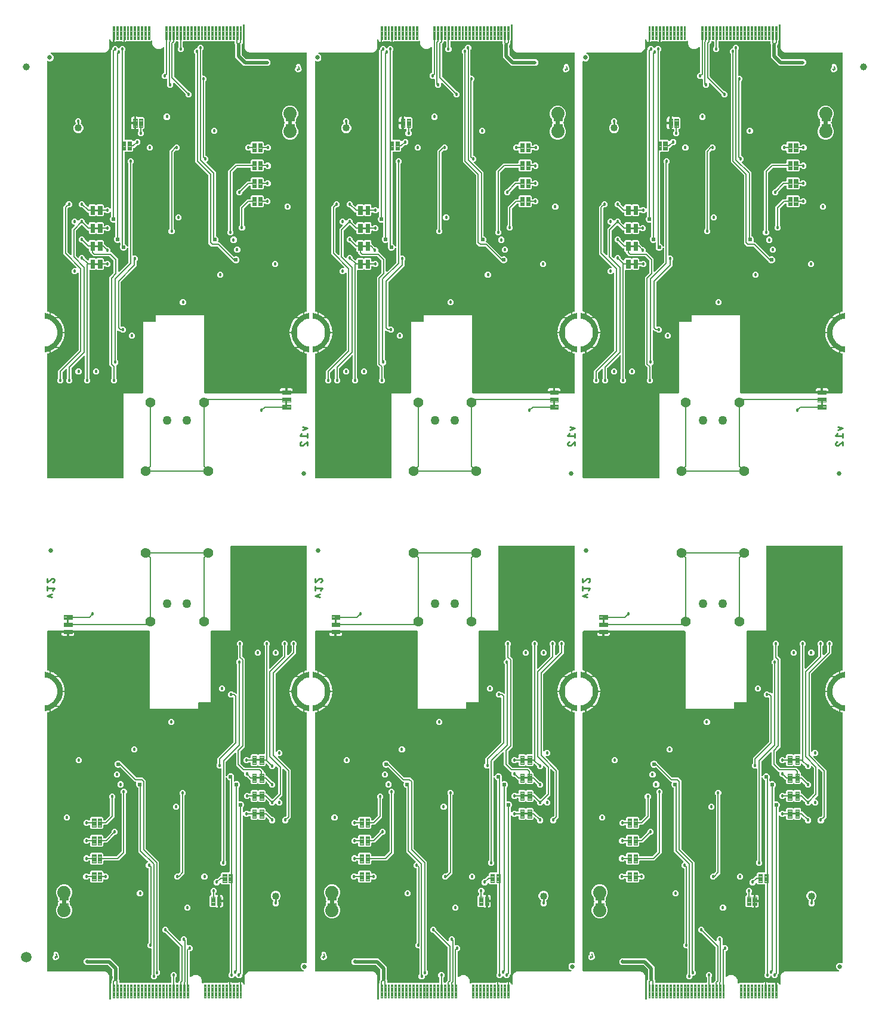
<source format=gbl>
G04 EAGLE Gerber RS-274X export*
G75*
%MOMM*%
%FSLAX34Y34*%
%LPD*%
%INBottom Copper*%
%IPPOS*%
%AMOC8*
5,1,8,0,0,1.08239X$1,22.5*%
G01*
%ADD10C,0.254000*%
%ADD11C,0.203200*%
%ADD12C,0.635000*%
%ADD13C,0.101600*%
%ADD14C,1.879600*%
%ADD15C,0.101500*%
%ADD16C,0.609600*%
%ADD17C,0.099059*%
%ADD18C,1.016000*%
%ADD19C,1.425000*%
%ADD20C,1.275000*%
%ADD21C,1.000000*%
%ADD22C,1.500000*%
%ADD23C,0.457200*%
%ADD24C,0.508000*%

G36*
X93162Y3053D02*
X93162Y3053D01*
X93191Y3050D01*
X93302Y3073D01*
X93414Y3089D01*
X93441Y3101D01*
X93470Y3106D01*
X93571Y3159D01*
X93674Y3205D01*
X93696Y3224D01*
X93722Y3237D01*
X93804Y3315D01*
X93891Y3388D01*
X93907Y3413D01*
X93928Y3433D01*
X93986Y3531D01*
X94048Y3625D01*
X94057Y3653D01*
X94072Y3678D01*
X94100Y3788D01*
X94134Y3896D01*
X94135Y3926D01*
X94142Y3954D01*
X94138Y4067D01*
X94141Y4180D01*
X94134Y4209D01*
X94133Y4238D01*
X94098Y4346D01*
X94070Y4455D01*
X94055Y4481D01*
X94046Y4509D01*
X94000Y4573D01*
X93924Y4700D01*
X93879Y4743D01*
X93851Y4782D01*
X93677Y4955D01*
X93677Y25545D01*
X94114Y25981D01*
X94166Y26051D01*
X94226Y26115D01*
X94252Y26164D01*
X94285Y26209D01*
X94316Y26290D01*
X94356Y26368D01*
X94364Y26416D01*
X94386Y26474D01*
X94398Y26622D01*
X94411Y26699D01*
X94411Y30143D01*
X95460Y31191D01*
X95512Y31261D01*
X95572Y31325D01*
X95598Y31375D01*
X95631Y31419D01*
X95662Y31500D01*
X95702Y31578D01*
X95710Y31626D01*
X95732Y31684D01*
X95744Y31832D01*
X95757Y31909D01*
X95757Y45315D01*
X95745Y45402D01*
X95742Y45489D01*
X95725Y45542D01*
X95717Y45597D01*
X95682Y45677D01*
X95655Y45760D01*
X95627Y45799D01*
X95601Y45856D01*
X95505Y45970D01*
X95460Y46033D01*
X89433Y52060D01*
X89363Y52112D01*
X89300Y52172D01*
X89250Y52198D01*
X89206Y52231D01*
X89124Y52262D01*
X89046Y52302D01*
X88999Y52310D01*
X88940Y52332D01*
X88793Y52344D01*
X88715Y52357D01*
X57796Y52357D01*
X55117Y55036D01*
X55117Y59044D01*
X57796Y61723D01*
X61603Y61723D01*
X61640Y61688D01*
X61690Y61662D01*
X61734Y61629D01*
X61816Y61598D01*
X61894Y61558D01*
X61941Y61550D01*
X62000Y61528D01*
X62147Y61516D01*
X62225Y61503D01*
X92924Y61503D01*
X104903Y49524D01*
X104903Y31909D01*
X104915Y31823D01*
X104918Y31735D01*
X104935Y31683D01*
X104943Y31628D01*
X104978Y31548D01*
X105005Y31465D01*
X105033Y31426D01*
X105059Y31368D01*
X105155Y31255D01*
X105200Y31191D01*
X105509Y30883D01*
X105509Y28048D01*
X105517Y27990D01*
X105515Y27932D01*
X105537Y27850D01*
X105549Y27766D01*
X105572Y27713D01*
X105587Y27657D01*
X105630Y27584D01*
X105665Y27507D01*
X105703Y27462D01*
X105732Y27412D01*
X105794Y27354D01*
X105848Y27290D01*
X105897Y27258D01*
X105940Y27218D01*
X106015Y27179D01*
X106085Y27132D01*
X106141Y27115D01*
X106193Y27088D01*
X106261Y27077D01*
X106356Y27047D01*
X106456Y27044D01*
X106524Y27033D01*
X178396Y27033D01*
X178454Y27041D01*
X178512Y27039D01*
X178594Y27061D01*
X178678Y27073D01*
X178731Y27096D01*
X178787Y27111D01*
X178860Y27154D01*
X178937Y27189D01*
X178982Y27227D01*
X179032Y27256D01*
X179090Y27318D01*
X179154Y27372D01*
X179186Y27421D01*
X179226Y27464D01*
X179265Y27539D01*
X179312Y27609D01*
X179329Y27665D01*
X179356Y27717D01*
X179367Y27785D01*
X179397Y27880D01*
X179400Y27980D01*
X179411Y28048D01*
X179411Y34191D01*
X179399Y34278D01*
X179396Y34365D01*
X179379Y34418D01*
X179371Y34473D01*
X179336Y34553D01*
X179309Y34636D01*
X179281Y34675D01*
X179255Y34732D01*
X179159Y34845D01*
X179114Y34909D01*
X178122Y35902D01*
X178122Y39479D01*
X180651Y42009D01*
X184229Y42009D01*
X186759Y39479D01*
X186759Y35902D01*
X185806Y34949D01*
X185754Y34879D01*
X185694Y34815D01*
X185668Y34766D01*
X185635Y34721D01*
X185604Y34640D01*
X185564Y34562D01*
X185556Y34514D01*
X185534Y34456D01*
X185522Y34308D01*
X185509Y34231D01*
X185509Y28048D01*
X185517Y27990D01*
X185515Y27932D01*
X185537Y27850D01*
X185549Y27766D01*
X185572Y27713D01*
X185587Y27657D01*
X185630Y27584D01*
X185665Y27507D01*
X185703Y27462D01*
X185732Y27412D01*
X185794Y27354D01*
X185848Y27290D01*
X185897Y27258D01*
X185940Y27218D01*
X186015Y27179D01*
X186085Y27132D01*
X186141Y27115D01*
X186193Y27088D01*
X186261Y27077D01*
X186356Y27047D01*
X186456Y27044D01*
X186524Y27033D01*
X188396Y27033D01*
X188454Y27041D01*
X188512Y27039D01*
X188594Y27061D01*
X188678Y27073D01*
X188731Y27096D01*
X188787Y27111D01*
X188860Y27154D01*
X188937Y27189D01*
X188982Y27227D01*
X189032Y27256D01*
X189090Y27318D01*
X189154Y27372D01*
X189186Y27421D01*
X189226Y27464D01*
X189265Y27539D01*
X189312Y27609D01*
X189329Y27665D01*
X189356Y27717D01*
X189367Y27785D01*
X189397Y27880D01*
X189400Y27980D01*
X189411Y28048D01*
X189411Y28713D01*
X191214Y30515D01*
X191266Y30585D01*
X191326Y30649D01*
X191352Y30699D01*
X191385Y30743D01*
X191416Y30824D01*
X191456Y30902D01*
X191464Y30950D01*
X191486Y31008D01*
X191498Y31156D01*
X191511Y31233D01*
X191511Y76654D01*
X191499Y76741D01*
X191496Y76828D01*
X191479Y76881D01*
X191471Y76936D01*
X191436Y77016D01*
X191409Y77099D01*
X191381Y77138D01*
X191355Y77195D01*
X191259Y77308D01*
X191214Y77372D01*
X171272Y97314D01*
X171202Y97367D01*
X171138Y97427D01*
X171089Y97452D01*
X171045Y97485D01*
X170963Y97516D01*
X170885Y97556D01*
X170838Y97564D01*
X170779Y97586D01*
X170631Y97598D01*
X170554Y97611D01*
X169178Y97611D01*
X166649Y100141D01*
X166649Y103719D01*
X169178Y106249D01*
X172756Y106249D01*
X175286Y103719D01*
X175286Y102344D01*
X175298Y102257D01*
X175301Y102170D01*
X175318Y102117D01*
X175326Y102062D01*
X175362Y101982D01*
X175389Y101899D01*
X175417Y101860D01*
X175442Y101803D01*
X175538Y101690D01*
X175583Y101626D01*
X191128Y86081D01*
X191152Y86063D01*
X191171Y86041D01*
X191265Y85978D01*
X191355Y85910D01*
X191383Y85899D01*
X191407Y85883D01*
X191515Y85849D01*
X191621Y85809D01*
X191650Y85806D01*
X191678Y85797D01*
X191792Y85795D01*
X191904Y85785D01*
X191933Y85791D01*
X191963Y85790D01*
X192072Y85819D01*
X192183Y85841D01*
X192209Y85855D01*
X192238Y85862D01*
X192335Y85920D01*
X192436Y85972D01*
X192457Y85992D01*
X192482Y86007D01*
X192559Y86090D01*
X192642Y86168D01*
X192656Y86193D01*
X192677Y86215D01*
X192728Y86315D01*
X192785Y86413D01*
X192793Y86442D01*
X192806Y86468D01*
X192819Y86545D01*
X192855Y86689D01*
X192853Y86751D01*
X192861Y86799D01*
X192861Y90537D01*
X195391Y93066D01*
X198969Y93066D01*
X201499Y90537D01*
X201499Y89161D01*
X201511Y89074D01*
X201514Y88987D01*
X201531Y88934D01*
X201539Y88879D01*
X201575Y88800D01*
X201601Y88716D01*
X201609Y88706D01*
X201609Y81186D01*
X201613Y81157D01*
X201610Y81128D01*
X201633Y81017D01*
X201649Y80905D01*
X201661Y80878D01*
X201666Y80849D01*
X201718Y80749D01*
X201765Y80645D01*
X201784Y80623D01*
X201797Y80597D01*
X201875Y80515D01*
X201948Y80428D01*
X201973Y80412D01*
X201993Y80391D01*
X202091Y80333D01*
X202185Y80271D01*
X202213Y80262D01*
X202238Y80247D01*
X202348Y80219D01*
X202456Y80185D01*
X202485Y80184D01*
X202514Y80177D01*
X202627Y80180D01*
X202740Y80178D01*
X202769Y80185D01*
X202798Y80186D01*
X202906Y80221D01*
X203015Y80249D01*
X203041Y80264D01*
X203069Y80273D01*
X203132Y80319D01*
X203260Y80395D01*
X203303Y80440D01*
X203341Y80468D01*
X206919Y80468D01*
X209449Y77938D01*
X209449Y74360D01*
X206919Y71830D01*
X206524Y71830D01*
X206466Y71822D01*
X206408Y71824D01*
X206326Y71802D01*
X206242Y71791D01*
X206189Y71767D01*
X206133Y71752D01*
X206060Y71709D01*
X205983Y71674D01*
X205938Y71637D01*
X205888Y71607D01*
X205830Y71545D01*
X205766Y71491D01*
X205734Y71442D01*
X205694Y71399D01*
X205655Y71324D01*
X205608Y71254D01*
X205591Y71198D01*
X205564Y71146D01*
X205553Y71078D01*
X205523Y70983D01*
X205520Y70883D01*
X205509Y70815D01*
X205509Y36476D01*
X205514Y36438D01*
X205512Y36398D01*
X205534Y36297D01*
X205549Y36195D01*
X205565Y36159D01*
X205573Y36121D01*
X205622Y36030D01*
X205665Y35935D01*
X205690Y35906D01*
X205709Y35871D01*
X205782Y35797D01*
X205848Y35718D01*
X205881Y35697D01*
X205909Y35669D01*
X205999Y35618D01*
X206085Y35561D01*
X206123Y35549D01*
X206157Y35530D01*
X206257Y35506D01*
X206356Y35475D01*
X206395Y35474D01*
X206434Y35465D01*
X206537Y35470D01*
X206640Y35468D01*
X206678Y35478D01*
X206717Y35480D01*
X206790Y35507D01*
X206915Y35540D01*
X206979Y35578D01*
X207032Y35597D01*
X211284Y38054D01*
X216136Y38054D01*
X220337Y35627D01*
X222761Y31423D01*
X222759Y28997D01*
X222759Y28996D01*
X222759Y27077D01*
X222763Y27048D01*
X222760Y27019D01*
X222783Y26908D01*
X222799Y26796D01*
X222811Y26769D01*
X222816Y26740D01*
X222869Y26639D01*
X222915Y26536D01*
X222934Y26514D01*
X222947Y26488D01*
X223025Y26406D01*
X223098Y26319D01*
X223123Y26303D01*
X223143Y26282D01*
X223241Y26224D01*
X223335Y26162D01*
X223363Y26153D01*
X223388Y26138D01*
X223498Y26110D01*
X223606Y26076D01*
X223636Y26075D01*
X223664Y26068D01*
X223777Y26072D01*
X223890Y26069D01*
X223919Y26076D01*
X223948Y26077D01*
X224056Y26112D01*
X224165Y26140D01*
X224191Y26155D01*
X224219Y26164D01*
X224283Y26210D01*
X224410Y26286D01*
X224453Y26331D01*
X224492Y26359D01*
X225165Y27033D01*
X259249Y27033D01*
X259345Y27046D01*
X259442Y27051D01*
X259480Y27065D01*
X259530Y27073D01*
X259687Y27143D01*
X259756Y27169D01*
X260041Y27333D01*
X260816Y27541D01*
X261445Y27541D01*
X261445Y15250D01*
X261453Y15192D01*
X261451Y15134D01*
X261473Y15052D01*
X261484Y14969D01*
X261508Y14915D01*
X261523Y14859D01*
X261566Y14786D01*
X261601Y14709D01*
X261638Y14665D01*
X261668Y14615D01*
X261730Y14557D01*
X261784Y14492D01*
X261833Y14460D01*
X261876Y14420D01*
X261951Y14382D01*
X262021Y14335D01*
X262077Y14317D01*
X262129Y14291D01*
X262197Y14279D01*
X262292Y14249D01*
X262392Y14246D01*
X262460Y14235D01*
X262518Y14243D01*
X262576Y14242D01*
X262658Y14263D01*
X262742Y14275D01*
X262795Y14299D01*
X262852Y14314D01*
X262924Y14357D01*
X263001Y14391D01*
X263046Y14429D01*
X263096Y14459D01*
X263154Y14520D01*
X263218Y14575D01*
X263250Y14623D01*
X263290Y14666D01*
X263329Y14741D01*
X263376Y14811D01*
X263393Y14867D01*
X263420Y14919D01*
X263431Y14987D01*
X263461Y15082D01*
X263464Y15182D01*
X263475Y15250D01*
X263475Y27541D01*
X264104Y27541D01*
X264879Y27333D01*
X265164Y27169D01*
X265254Y27132D01*
X265340Y27088D01*
X265380Y27082D01*
X265427Y27062D01*
X265598Y27045D01*
X265671Y27033D01*
X274249Y27033D01*
X274345Y27046D01*
X274442Y27051D01*
X274480Y27065D01*
X274530Y27073D01*
X274687Y27143D01*
X274756Y27169D01*
X275041Y27333D01*
X275816Y27541D01*
X276445Y27541D01*
X276445Y15250D01*
X276453Y15192D01*
X276451Y15134D01*
X276473Y15052D01*
X276484Y14969D01*
X276508Y14915D01*
X276523Y14859D01*
X276566Y14786D01*
X276601Y14709D01*
X276638Y14665D01*
X276668Y14615D01*
X276730Y14557D01*
X276784Y14492D01*
X276833Y14460D01*
X276876Y14420D01*
X276951Y14382D01*
X277021Y14335D01*
X277077Y14317D01*
X277129Y14291D01*
X277197Y14279D01*
X277292Y14249D01*
X277392Y14246D01*
X277460Y14235D01*
X277518Y14243D01*
X277576Y14242D01*
X277658Y14263D01*
X277742Y14275D01*
X277795Y14299D01*
X277852Y14314D01*
X277924Y14357D01*
X278001Y14391D01*
X278046Y14429D01*
X278096Y14459D01*
X278154Y14520D01*
X278218Y14575D01*
X278250Y14623D01*
X278290Y14666D01*
X278329Y14741D01*
X278376Y14811D01*
X278393Y14867D01*
X278420Y14919D01*
X278431Y14987D01*
X278461Y15082D01*
X278464Y15182D01*
X278475Y15250D01*
X278475Y27541D01*
X279104Y27541D01*
X279879Y27333D01*
X280574Y26932D01*
X281142Y26364D01*
X281543Y25669D01*
X281665Y25212D01*
X281669Y25203D01*
X281671Y25194D01*
X281725Y25072D01*
X281777Y24951D01*
X281783Y24943D01*
X281787Y24934D01*
X281872Y24833D01*
X281956Y24730D01*
X281964Y24725D01*
X281971Y24717D01*
X282080Y24644D01*
X282190Y24568D01*
X282199Y24565D01*
X282207Y24560D01*
X282333Y24520D01*
X282459Y24477D01*
X282469Y24477D01*
X282478Y24474D01*
X282611Y24470D01*
X282743Y24465D01*
X282752Y24467D01*
X282762Y24467D01*
X282891Y24500D01*
X283019Y24531D01*
X283028Y24536D01*
X283037Y24538D01*
X283151Y24606D01*
X283267Y24672D01*
X283273Y24679D01*
X283282Y24684D01*
X283372Y24780D01*
X283465Y24875D01*
X283470Y24884D01*
X283476Y24891D01*
X283537Y25009D01*
X283599Y25126D01*
X283601Y25135D01*
X283606Y25144D01*
X283615Y25200D01*
X283659Y25404D01*
X283655Y25440D01*
X283661Y25475D01*
X283661Y34948D01*
X283659Y34962D01*
X283661Y34974D01*
X283608Y37045D01*
X285636Y40776D01*
X289259Y42993D01*
X289760Y43006D01*
X289833Y43018D01*
X289908Y43021D01*
X289973Y43042D01*
X290014Y43049D01*
X291408Y43049D01*
X291423Y43051D01*
X291434Y43049D01*
X292836Y43085D01*
X292883Y43069D01*
X293007Y43061D01*
X293083Y43049D01*
X366029Y43049D01*
X366115Y43061D01*
X366200Y43063D01*
X366255Y43081D01*
X366311Y43089D01*
X366389Y43124D01*
X366471Y43150D01*
X366519Y43182D01*
X366570Y43205D01*
X366636Y43260D01*
X366707Y43308D01*
X366744Y43352D01*
X366787Y43388D01*
X366835Y43460D01*
X366890Y43526D01*
X366913Y43578D01*
X366945Y43625D01*
X366971Y43707D01*
X367006Y43786D01*
X367014Y43842D01*
X367031Y43896D01*
X367033Y43982D01*
X367045Y44067D01*
X367037Y44123D01*
X367038Y44180D01*
X367016Y44263D01*
X367004Y44349D01*
X366981Y44400D01*
X366966Y44455D01*
X366922Y44529D01*
X366887Y44608D01*
X366850Y44651D01*
X366821Y44700D01*
X366758Y44759D01*
X366703Y44824D01*
X366661Y44850D01*
X366614Y44894D01*
X366484Y44960D01*
X366418Y45002D01*
X365010Y45585D01*
X363545Y47050D01*
X362752Y48964D01*
X362752Y51036D01*
X363545Y52950D01*
X365010Y54415D01*
X366924Y55208D01*
X368996Y55208D01*
X370451Y54605D01*
X370563Y54576D01*
X370672Y54541D01*
X370700Y54541D01*
X370727Y54534D01*
X370841Y54537D01*
X370956Y54534D01*
X370983Y54541D01*
X371011Y54542D01*
X371120Y54577D01*
X371231Y54606D01*
X371255Y54620D01*
X371282Y54629D01*
X371377Y54693D01*
X371476Y54751D01*
X371495Y54772D01*
X371518Y54787D01*
X371592Y54875D01*
X371670Y54959D01*
X371683Y54983D01*
X371701Y55005D01*
X371747Y55109D01*
X371800Y55212D01*
X371804Y55236D01*
X371816Y55264D01*
X371853Y55528D01*
X371855Y55543D01*
X371855Y409305D01*
X371842Y409402D01*
X371836Y409500D01*
X371822Y409542D01*
X371815Y409587D01*
X371775Y409676D01*
X371743Y409769D01*
X371717Y409805D01*
X371699Y409846D01*
X371636Y409921D01*
X371579Y410001D01*
X371544Y410029D01*
X371516Y410063D01*
X371434Y410117D01*
X371357Y410179D01*
X371321Y410193D01*
X371279Y410221D01*
X371112Y410273D01*
X371044Y410300D01*
X370239Y410465D01*
X369952Y410524D01*
X368475Y410993D01*
X368475Y413746D01*
X370871Y412957D01*
X370881Y412956D01*
X370907Y412948D01*
X374918Y412254D01*
X374956Y412259D01*
X374993Y412253D01*
X375024Y412266D01*
X375056Y412270D01*
X375086Y412294D01*
X375121Y412310D01*
X375139Y412337D01*
X375165Y412358D01*
X375177Y412395D01*
X375198Y412427D01*
X375207Y412484D01*
X375209Y412491D01*
X375208Y412494D01*
X375209Y412500D01*
X375209Y420000D01*
X375207Y420009D01*
X375207Y420011D01*
X375204Y420017D01*
X375190Y420065D01*
X375171Y420132D01*
X375170Y420133D01*
X375170Y420134D01*
X375118Y420180D01*
X375067Y420225D01*
X375066Y420226D01*
X375065Y420226D01*
X375062Y420227D01*
X374996Y420247D01*
X372098Y420670D01*
X369320Y421536D01*
X366712Y422826D01*
X364338Y424508D01*
X362256Y426540D01*
X360518Y428873D01*
X359166Y431450D01*
X358234Y434206D01*
X357744Y437074D01*
X357709Y440000D01*
X357744Y442926D01*
X358234Y445794D01*
X359166Y448550D01*
X360518Y451127D01*
X362256Y453460D01*
X364338Y455492D01*
X366712Y457174D01*
X369320Y458464D01*
X372098Y459330D01*
X374996Y459753D01*
X375057Y459781D01*
X375121Y459810D01*
X375122Y459811D01*
X375123Y459812D01*
X375160Y459869D01*
X375198Y459927D01*
X375198Y459928D01*
X375199Y459929D01*
X375199Y459932D01*
X375209Y460000D01*
X375209Y467500D01*
X375198Y467538D01*
X375197Y467577D01*
X375179Y467603D01*
X375170Y467634D01*
X375141Y467660D01*
X375119Y467692D01*
X375089Y467705D01*
X375065Y467726D01*
X375026Y467732D01*
X374990Y467747D01*
X374934Y467746D01*
X374927Y467747D01*
X374923Y467746D01*
X374916Y467745D01*
X370918Y467025D01*
X370909Y467021D01*
X370883Y467016D01*
X368475Y466209D01*
X368475Y468965D01*
X369950Y469443D01*
X371051Y469677D01*
X371140Y469709D01*
X371231Y469733D01*
X371273Y469758D01*
X371318Y469774D01*
X371394Y469830D01*
X371476Y469878D01*
X371509Y469913D01*
X371548Y469942D01*
X371606Y470017D01*
X371670Y470086D01*
X371692Y470129D01*
X371722Y470167D01*
X371757Y470254D01*
X371800Y470339D01*
X371807Y470381D01*
X371827Y470431D01*
X371843Y470595D01*
X371855Y470670D01*
X371855Y645936D01*
X371847Y645994D01*
X371849Y646052D01*
X371827Y646134D01*
X371815Y646218D01*
X371792Y646271D01*
X371777Y646327D01*
X371734Y646400D01*
X371699Y646477D01*
X371661Y646522D01*
X371632Y646572D01*
X371570Y646630D01*
X371516Y646694D01*
X371467Y646726D01*
X371424Y646766D01*
X371349Y646805D01*
X371279Y646852D01*
X371223Y646869D01*
X371171Y646896D01*
X371103Y646907D01*
X371008Y646937D01*
X370908Y646940D01*
X370840Y646951D01*
X264460Y646951D01*
X264402Y646943D01*
X264344Y646945D01*
X264262Y646923D01*
X264179Y646911D01*
X264125Y646888D01*
X264069Y646873D01*
X263996Y646830D01*
X263919Y646795D01*
X263874Y646757D01*
X263824Y646728D01*
X263766Y646666D01*
X263702Y646612D01*
X263670Y646563D01*
X263630Y646520D01*
X263591Y646445D01*
X263545Y646375D01*
X263527Y646319D01*
X263500Y646267D01*
X263489Y646199D01*
X263459Y646104D01*
X263456Y646004D01*
X263445Y645936D01*
X263445Y526005D01*
X236398Y526005D01*
X236340Y525997D01*
X236281Y525999D01*
X236200Y525977D01*
X236116Y525965D01*
X236063Y525941D01*
X236006Y525927D01*
X235934Y525884D01*
X235857Y525849D01*
X235812Y525811D01*
X235762Y525781D01*
X235704Y525720D01*
X235640Y525665D01*
X235608Y525617D01*
X235567Y525574D01*
X235529Y525499D01*
X235482Y525429D01*
X235465Y525373D01*
X235438Y525321D01*
X235427Y525253D01*
X235397Y525158D01*
X235394Y525058D01*
X235383Y524990D01*
X235383Y424687D01*
X218440Y424687D01*
X218382Y424679D01*
X218324Y424681D01*
X218242Y424659D01*
X218159Y424647D01*
X218105Y424624D01*
X218049Y424609D01*
X217976Y424566D01*
X217899Y424531D01*
X217854Y424493D01*
X217804Y424464D01*
X217746Y424402D01*
X217682Y424348D01*
X217650Y424299D01*
X217610Y424256D01*
X217571Y424181D01*
X217525Y424111D01*
X217507Y424055D01*
X217480Y424003D01*
X217469Y423935D01*
X217439Y423840D01*
X217436Y423740D01*
X217425Y423672D01*
X217425Y415162D01*
X148691Y415162D01*
X148691Y525000D01*
X148683Y525058D01*
X148684Y525116D01*
X148663Y525198D01*
X148651Y525282D01*
X148627Y525335D01*
X148612Y525391D01*
X148569Y525464D01*
X148535Y525541D01*
X148497Y525586D01*
X148467Y525636D01*
X148406Y525694D01*
X148351Y525758D01*
X148302Y525790D01*
X148260Y525830D01*
X148185Y525869D01*
X148114Y525916D01*
X148059Y525933D01*
X148007Y525960D01*
X147939Y525971D01*
X147843Y526001D01*
X147744Y526004D01*
X147676Y526015D01*
X33095Y526015D01*
X33037Y526007D01*
X32979Y526009D01*
X32897Y525987D01*
X32814Y525975D01*
X32760Y525952D01*
X32704Y525937D01*
X32631Y525894D01*
X32554Y525859D01*
X32510Y525821D01*
X32459Y525792D01*
X32456Y525788D01*
X32452Y525790D01*
X32409Y525830D01*
X32334Y525869D01*
X32264Y525916D01*
X32208Y525933D01*
X32156Y525960D01*
X32088Y525971D01*
X31993Y526001D01*
X31893Y526004D01*
X31825Y526015D01*
X4064Y526015D01*
X4006Y526007D01*
X3948Y526009D01*
X3866Y525987D01*
X3782Y525975D01*
X3729Y525952D01*
X3673Y525937D01*
X3600Y525894D01*
X3523Y525859D01*
X3478Y525821D01*
X3428Y525792D01*
X3370Y525730D01*
X3306Y525676D01*
X3274Y525627D01*
X3234Y525584D01*
X3195Y525509D01*
X3148Y525439D01*
X3131Y525383D01*
X3104Y525331D01*
X3093Y525263D01*
X3063Y525168D01*
X3060Y525068D01*
X3049Y525000D01*
X3049Y470698D01*
X3062Y470601D01*
X3068Y470503D01*
X3082Y470461D01*
X3089Y470417D01*
X3129Y470327D01*
X3161Y470235D01*
X3187Y470198D01*
X3205Y470157D01*
X3268Y470082D01*
X3325Y470002D01*
X3360Y469974D01*
X3388Y469940D01*
X3470Y469886D01*
X3547Y469825D01*
X3583Y469810D01*
X3625Y469783D01*
X3792Y469730D01*
X3860Y469704D01*
X4968Y469476D01*
X6445Y469007D01*
X6445Y466254D01*
X4049Y467044D01*
X4039Y467044D01*
X4013Y467052D01*
X2Y467746D01*
X-36Y467741D01*
X-73Y467747D01*
X-104Y467734D01*
X-136Y467730D01*
X-166Y467706D01*
X-201Y467690D01*
X-219Y467663D01*
X-245Y467642D01*
X-257Y467605D01*
X-278Y467574D01*
X-287Y467516D01*
X-289Y467509D01*
X-288Y467506D01*
X-289Y467500D01*
X-289Y460000D01*
X-270Y459935D01*
X-251Y459868D01*
X-250Y459867D01*
X-250Y459866D01*
X-197Y459820D01*
X-147Y459775D01*
X-146Y459774D01*
X-145Y459774D01*
X-142Y459773D01*
X-76Y459753D01*
X2822Y459330D01*
X5600Y458464D01*
X8208Y457174D01*
X10582Y455492D01*
X12664Y453460D01*
X14402Y451127D01*
X15754Y448550D01*
X16686Y445794D01*
X17176Y442926D01*
X17211Y440000D01*
X17176Y437074D01*
X16686Y434206D01*
X15754Y431450D01*
X14402Y428873D01*
X12664Y426540D01*
X10582Y424508D01*
X8208Y422826D01*
X5600Y421536D01*
X2822Y420670D01*
X-76Y420247D01*
X-137Y420219D01*
X-201Y420190D01*
X-202Y420189D01*
X-203Y420188D01*
X-240Y420131D01*
X-278Y420074D01*
X-278Y420072D01*
X-279Y420071D01*
X-279Y420068D01*
X-289Y420000D01*
X-289Y412500D01*
X-278Y412462D01*
X-277Y412423D01*
X-259Y412397D01*
X-250Y412366D01*
X-221Y412340D01*
X-199Y412308D01*
X-169Y412295D01*
X-145Y412274D01*
X-106Y412268D01*
X-70Y412253D01*
X-14Y412254D01*
X-7Y412253D01*
X-3Y412254D01*
X4Y412255D01*
X4002Y412975D01*
X4011Y412979D01*
X4037Y412984D01*
X6445Y413791D01*
X6445Y411035D01*
X4970Y410557D01*
X3853Y410320D01*
X3764Y410287D01*
X3673Y410264D01*
X3631Y410239D01*
X3586Y410222D01*
X3510Y410167D01*
X3428Y410118D01*
X3395Y410083D01*
X3356Y410055D01*
X3298Y409980D01*
X3234Y409911D01*
X3212Y409868D01*
X3182Y409830D01*
X3147Y409742D01*
X3104Y409658D01*
X3097Y409616D01*
X3077Y409566D01*
X3061Y409401D01*
X3049Y409327D01*
X3049Y44064D01*
X3057Y44006D01*
X3055Y43948D01*
X3077Y43866D01*
X3089Y43782D01*
X3112Y43729D01*
X3127Y43673D01*
X3170Y43600D01*
X3205Y43523D01*
X3243Y43478D01*
X3272Y43428D01*
X3334Y43370D01*
X3388Y43306D01*
X3437Y43274D01*
X3480Y43234D01*
X3555Y43195D01*
X3625Y43148D01*
X3681Y43131D01*
X3733Y43104D01*
X3801Y43093D01*
X3896Y43063D01*
X3996Y43060D01*
X4064Y43049D01*
X82911Y43049D01*
X82924Y43051D01*
X82936Y43049D01*
X85076Y43101D01*
X88922Y41004D01*
X91204Y37264D01*
X91218Y36699D01*
X91231Y36625D01*
X91233Y36550D01*
X91254Y36486D01*
X91259Y36456D01*
X91259Y35049D01*
X91261Y35036D01*
X91259Y35024D01*
X91293Y33617D01*
X91279Y33576D01*
X91271Y33450D01*
X91259Y33374D01*
X91259Y4064D01*
X91267Y4006D01*
X91265Y3948D01*
X91287Y3866D01*
X91299Y3782D01*
X91322Y3729D01*
X91337Y3673D01*
X91380Y3600D01*
X91415Y3523D01*
X91453Y3478D01*
X91482Y3428D01*
X91544Y3370D01*
X91598Y3306D01*
X91647Y3274D01*
X91690Y3234D01*
X91765Y3195D01*
X91835Y3148D01*
X91891Y3131D01*
X91943Y3104D01*
X92011Y3093D01*
X92106Y3063D01*
X92206Y3060D01*
X92274Y3049D01*
X93133Y3049D01*
X93162Y3053D01*
G37*
G36*
X853130Y3053D02*
X853130Y3053D01*
X853159Y3050D01*
X853270Y3073D01*
X853382Y3089D01*
X853409Y3101D01*
X853438Y3106D01*
X853539Y3159D01*
X853642Y3205D01*
X853664Y3224D01*
X853690Y3237D01*
X853772Y3315D01*
X853859Y3388D01*
X853875Y3413D01*
X853896Y3433D01*
X853954Y3531D01*
X854016Y3625D01*
X854025Y3653D01*
X854040Y3678D01*
X854068Y3788D01*
X854102Y3896D01*
X854103Y3926D01*
X854110Y3954D01*
X854106Y4067D01*
X854109Y4180D01*
X854102Y4209D01*
X854101Y4238D01*
X854066Y4346D01*
X854038Y4455D01*
X854023Y4481D01*
X854014Y4509D01*
X853968Y4573D01*
X853892Y4700D01*
X853847Y4743D01*
X853819Y4782D01*
X853645Y4955D01*
X853645Y25545D01*
X854082Y25981D01*
X854134Y26051D01*
X854194Y26115D01*
X854220Y26164D01*
X854253Y26208D01*
X854284Y26290D01*
X854324Y26368D01*
X854332Y26416D01*
X854354Y26474D01*
X854366Y26622D01*
X854379Y26699D01*
X854379Y30143D01*
X855428Y31191D01*
X855480Y31261D01*
X855540Y31325D01*
X855566Y31375D01*
X855599Y31419D01*
X855630Y31500D01*
X855670Y31578D01*
X855678Y31626D01*
X855700Y31684D01*
X855712Y31832D01*
X855725Y31909D01*
X855725Y45315D01*
X855713Y45402D01*
X855710Y45489D01*
X855693Y45542D01*
X855685Y45597D01*
X855650Y45677D01*
X855623Y45760D01*
X855595Y45799D01*
X855569Y45856D01*
X855473Y45970D01*
X855428Y46033D01*
X849401Y52060D01*
X849331Y52112D01*
X849268Y52172D01*
X849218Y52198D01*
X849174Y52231D01*
X849092Y52262D01*
X849014Y52302D01*
X848967Y52310D01*
X848908Y52332D01*
X848761Y52344D01*
X848683Y52357D01*
X817764Y52357D01*
X815085Y55036D01*
X815085Y59044D01*
X817764Y61723D01*
X821571Y61723D01*
X821608Y61688D01*
X821658Y61662D01*
X821702Y61629D01*
X821784Y61598D01*
X821862Y61558D01*
X821909Y61550D01*
X821968Y61528D01*
X822115Y61516D01*
X822193Y61503D01*
X852892Y61503D01*
X864871Y49524D01*
X864871Y31909D01*
X864883Y31823D01*
X864886Y31735D01*
X864903Y31683D01*
X864911Y31628D01*
X864946Y31548D01*
X864973Y31465D01*
X865001Y31426D01*
X865027Y31368D01*
X865123Y31255D01*
X865168Y31191D01*
X865477Y30883D01*
X865477Y28048D01*
X865485Y27990D01*
X865483Y27932D01*
X865505Y27850D01*
X865517Y27766D01*
X865540Y27713D01*
X865555Y27657D01*
X865598Y27584D01*
X865633Y27507D01*
X865671Y27462D01*
X865700Y27412D01*
X865762Y27354D01*
X865816Y27290D01*
X865865Y27258D01*
X865908Y27218D01*
X865983Y27179D01*
X866053Y27132D01*
X866109Y27115D01*
X866161Y27088D01*
X866229Y27077D01*
X866324Y27047D01*
X866424Y27044D01*
X866492Y27033D01*
X938364Y27033D01*
X938422Y27041D01*
X938480Y27039D01*
X938562Y27061D01*
X938646Y27073D01*
X938699Y27096D01*
X938755Y27111D01*
X938828Y27154D01*
X938905Y27189D01*
X938950Y27227D01*
X939000Y27256D01*
X939058Y27318D01*
X939122Y27372D01*
X939154Y27421D01*
X939194Y27464D01*
X939233Y27539D01*
X939280Y27609D01*
X939297Y27665D01*
X939324Y27717D01*
X939335Y27785D01*
X939365Y27880D01*
X939368Y27980D01*
X939379Y28048D01*
X939379Y34191D01*
X939367Y34278D01*
X939364Y34365D01*
X939347Y34418D01*
X939339Y34473D01*
X939304Y34553D01*
X939277Y34636D01*
X939249Y34675D01*
X939223Y34732D01*
X939127Y34846D01*
X939082Y34909D01*
X938090Y35901D01*
X938090Y39479D01*
X940619Y42009D01*
X944197Y42009D01*
X946727Y39479D01*
X946727Y35901D01*
X945774Y34948D01*
X945722Y34879D01*
X945662Y34815D01*
X945636Y34765D01*
X945603Y34721D01*
X945572Y34640D01*
X945532Y34562D01*
X945524Y34514D01*
X945502Y34456D01*
X945490Y34308D01*
X945477Y34231D01*
X945477Y28048D01*
X945485Y27990D01*
X945483Y27932D01*
X945505Y27850D01*
X945517Y27766D01*
X945540Y27713D01*
X945555Y27657D01*
X945598Y27584D01*
X945633Y27507D01*
X945671Y27462D01*
X945700Y27412D01*
X945762Y27354D01*
X945816Y27290D01*
X945865Y27258D01*
X945908Y27218D01*
X945983Y27179D01*
X946053Y27132D01*
X946109Y27115D01*
X946161Y27088D01*
X946229Y27077D01*
X946324Y27047D01*
X946424Y27044D01*
X946492Y27033D01*
X948364Y27033D01*
X948422Y27041D01*
X948480Y27039D01*
X948562Y27061D01*
X948646Y27073D01*
X948699Y27096D01*
X948755Y27111D01*
X948828Y27154D01*
X948905Y27189D01*
X948950Y27227D01*
X949000Y27256D01*
X949058Y27318D01*
X949122Y27372D01*
X949154Y27421D01*
X949194Y27464D01*
X949233Y27539D01*
X949280Y27609D01*
X949297Y27665D01*
X949324Y27717D01*
X949335Y27785D01*
X949365Y27880D01*
X949368Y27980D01*
X949379Y28048D01*
X949379Y28713D01*
X951182Y30515D01*
X951234Y30585D01*
X951294Y30649D01*
X951320Y30699D01*
X951353Y30743D01*
X951384Y30824D01*
X951424Y30902D01*
X951432Y30950D01*
X951454Y31008D01*
X951466Y31156D01*
X951479Y31233D01*
X951479Y76654D01*
X951467Y76741D01*
X951464Y76828D01*
X951447Y76881D01*
X951439Y76936D01*
X951404Y77016D01*
X951377Y77099D01*
X951349Y77138D01*
X951323Y77195D01*
X951227Y77308D01*
X951182Y77372D01*
X931240Y97314D01*
X931170Y97367D01*
X931106Y97427D01*
X931057Y97452D01*
X931013Y97485D01*
X930931Y97516D01*
X930853Y97556D01*
X930806Y97564D01*
X930747Y97586D01*
X930599Y97598D01*
X930522Y97611D01*
X929146Y97611D01*
X926617Y100141D01*
X926617Y103719D01*
X929146Y106249D01*
X932724Y106249D01*
X935254Y103719D01*
X935254Y102344D01*
X935266Y102257D01*
X935269Y102170D01*
X935286Y102117D01*
X935294Y102062D01*
X935330Y101982D01*
X935357Y101899D01*
X935385Y101860D01*
X935410Y101803D01*
X935506Y101690D01*
X935551Y101626D01*
X951096Y86081D01*
X951120Y86063D01*
X951139Y86041D01*
X951233Y85978D01*
X951323Y85910D01*
X951351Y85899D01*
X951375Y85883D01*
X951483Y85849D01*
X951589Y85809D01*
X951618Y85806D01*
X951646Y85797D01*
X951760Y85795D01*
X951872Y85785D01*
X951901Y85791D01*
X951931Y85790D01*
X952040Y85819D01*
X952151Y85841D01*
X952177Y85855D01*
X952206Y85862D01*
X952303Y85920D01*
X952404Y85972D01*
X952425Y85992D01*
X952450Y86007D01*
X952527Y86090D01*
X952610Y86168D01*
X952624Y86193D01*
X952645Y86215D01*
X952696Y86315D01*
X952753Y86413D01*
X952761Y86442D01*
X952774Y86468D01*
X952787Y86545D01*
X952823Y86689D01*
X952821Y86751D01*
X952829Y86799D01*
X952829Y90537D01*
X955359Y93066D01*
X958937Y93066D01*
X961467Y90537D01*
X961467Y89161D01*
X961479Y89074D01*
X961482Y88987D01*
X961499Y88934D01*
X961507Y88879D01*
X961543Y88800D01*
X961569Y88716D01*
X961577Y88706D01*
X961577Y81186D01*
X961581Y81157D01*
X961578Y81128D01*
X961601Y81017D01*
X961617Y80905D01*
X961629Y80878D01*
X961634Y80849D01*
X961686Y80749D01*
X961733Y80645D01*
X961752Y80623D01*
X961765Y80597D01*
X961843Y80515D01*
X961916Y80428D01*
X961941Y80412D01*
X961961Y80391D01*
X962059Y80333D01*
X962153Y80271D01*
X962181Y80262D01*
X962206Y80247D01*
X962316Y80219D01*
X962424Y80185D01*
X962453Y80184D01*
X962482Y80177D01*
X962595Y80180D01*
X962708Y80178D01*
X962737Y80185D01*
X962766Y80186D01*
X962874Y80221D01*
X962983Y80249D01*
X963009Y80264D01*
X963037Y80273D01*
X963100Y80319D01*
X963228Y80395D01*
X963271Y80440D01*
X963309Y80468D01*
X966887Y80468D01*
X969417Y77938D01*
X969417Y74360D01*
X966887Y71830D01*
X966492Y71830D01*
X966434Y71822D01*
X966376Y71824D01*
X966294Y71802D01*
X966210Y71791D01*
X966157Y71767D01*
X966101Y71752D01*
X966028Y71709D01*
X965951Y71674D01*
X965906Y71637D01*
X965856Y71607D01*
X965798Y71545D01*
X965734Y71491D01*
X965702Y71442D01*
X965662Y71399D01*
X965623Y71324D01*
X965576Y71254D01*
X965559Y71198D01*
X965532Y71146D01*
X965521Y71078D01*
X965491Y70983D01*
X965488Y70883D01*
X965477Y70815D01*
X965477Y36476D01*
X965482Y36438D01*
X965480Y36398D01*
X965502Y36297D01*
X965517Y36195D01*
X965533Y36159D01*
X965541Y36121D01*
X965590Y36030D01*
X965633Y35935D01*
X965658Y35906D01*
X965677Y35871D01*
X965750Y35797D01*
X965816Y35718D01*
X965849Y35697D01*
X965877Y35669D01*
X965967Y35618D01*
X966053Y35561D01*
X966091Y35549D01*
X966125Y35530D01*
X966225Y35506D01*
X966324Y35475D01*
X966363Y35474D01*
X966402Y35465D01*
X966505Y35470D01*
X966608Y35468D01*
X966646Y35478D01*
X966685Y35480D01*
X966758Y35507D01*
X966883Y35540D01*
X966947Y35578D01*
X967000Y35597D01*
X971252Y38054D01*
X976104Y38054D01*
X980305Y35627D01*
X982729Y31423D01*
X982727Y28998D01*
X982727Y28997D01*
X982727Y27077D01*
X982731Y27048D01*
X982728Y27019D01*
X982751Y26908D01*
X982767Y26796D01*
X982779Y26769D01*
X982784Y26740D01*
X982837Y26639D01*
X982883Y26536D01*
X982902Y26514D01*
X982915Y26488D01*
X982993Y26406D01*
X983066Y26319D01*
X983091Y26303D01*
X983111Y26282D01*
X983209Y26224D01*
X983303Y26162D01*
X983331Y26153D01*
X983356Y26138D01*
X983466Y26110D01*
X983574Y26076D01*
X983604Y26075D01*
X983632Y26068D01*
X983745Y26072D01*
X983858Y26069D01*
X983887Y26076D01*
X983916Y26077D01*
X984024Y26112D01*
X984133Y26140D01*
X984159Y26155D01*
X984187Y26164D01*
X984251Y26210D01*
X984378Y26286D01*
X984421Y26331D01*
X984460Y26359D01*
X985133Y27033D01*
X1019217Y27033D01*
X1019313Y27046D01*
X1019410Y27051D01*
X1019448Y27065D01*
X1019498Y27073D01*
X1019655Y27143D01*
X1019724Y27169D01*
X1020009Y27333D01*
X1020784Y27541D01*
X1021413Y27541D01*
X1021413Y15250D01*
X1021421Y15192D01*
X1021419Y15134D01*
X1021441Y15052D01*
X1021452Y14969D01*
X1021476Y14915D01*
X1021491Y14859D01*
X1021534Y14786D01*
X1021569Y14709D01*
X1021606Y14665D01*
X1021636Y14615D01*
X1021698Y14557D01*
X1021752Y14492D01*
X1021801Y14460D01*
X1021844Y14420D01*
X1021919Y14382D01*
X1021989Y14335D01*
X1022045Y14317D01*
X1022097Y14291D01*
X1022165Y14279D01*
X1022260Y14249D01*
X1022360Y14246D01*
X1022428Y14235D01*
X1022486Y14243D01*
X1022544Y14242D01*
X1022626Y14263D01*
X1022710Y14275D01*
X1022763Y14299D01*
X1022820Y14314D01*
X1022892Y14357D01*
X1022969Y14391D01*
X1023014Y14429D01*
X1023064Y14459D01*
X1023122Y14520D01*
X1023186Y14575D01*
X1023218Y14623D01*
X1023258Y14666D01*
X1023297Y14741D01*
X1023344Y14811D01*
X1023361Y14867D01*
X1023388Y14919D01*
X1023399Y14987D01*
X1023429Y15082D01*
X1023432Y15182D01*
X1023443Y15250D01*
X1023443Y27541D01*
X1024072Y27541D01*
X1024847Y27333D01*
X1025132Y27169D01*
X1025222Y27132D01*
X1025308Y27088D01*
X1025348Y27082D01*
X1025395Y27062D01*
X1025566Y27045D01*
X1025639Y27033D01*
X1034217Y27033D01*
X1034313Y27046D01*
X1034410Y27051D01*
X1034448Y27065D01*
X1034498Y27073D01*
X1034655Y27143D01*
X1034724Y27169D01*
X1035009Y27333D01*
X1035784Y27541D01*
X1036413Y27541D01*
X1036413Y15250D01*
X1036421Y15192D01*
X1036419Y15134D01*
X1036441Y15052D01*
X1036452Y14969D01*
X1036476Y14915D01*
X1036491Y14859D01*
X1036534Y14786D01*
X1036569Y14709D01*
X1036606Y14665D01*
X1036636Y14615D01*
X1036698Y14557D01*
X1036752Y14492D01*
X1036801Y14460D01*
X1036844Y14420D01*
X1036919Y14382D01*
X1036989Y14335D01*
X1037045Y14317D01*
X1037097Y14291D01*
X1037165Y14279D01*
X1037260Y14249D01*
X1037360Y14246D01*
X1037428Y14235D01*
X1037486Y14243D01*
X1037544Y14242D01*
X1037626Y14263D01*
X1037710Y14275D01*
X1037763Y14299D01*
X1037820Y14314D01*
X1037892Y14357D01*
X1037969Y14391D01*
X1038014Y14429D01*
X1038064Y14459D01*
X1038122Y14520D01*
X1038186Y14575D01*
X1038218Y14623D01*
X1038258Y14666D01*
X1038297Y14741D01*
X1038344Y14811D01*
X1038361Y14867D01*
X1038388Y14919D01*
X1038399Y14987D01*
X1038429Y15082D01*
X1038432Y15182D01*
X1038443Y15250D01*
X1038443Y27541D01*
X1039072Y27541D01*
X1039847Y27333D01*
X1040542Y26932D01*
X1041110Y26364D01*
X1041511Y25669D01*
X1041633Y25212D01*
X1041637Y25203D01*
X1041639Y25194D01*
X1041693Y25072D01*
X1041745Y24951D01*
X1041751Y24943D01*
X1041755Y24934D01*
X1041840Y24833D01*
X1041924Y24730D01*
X1041932Y24725D01*
X1041939Y24717D01*
X1042048Y24644D01*
X1042158Y24568D01*
X1042167Y24565D01*
X1042175Y24560D01*
X1042301Y24520D01*
X1042427Y24477D01*
X1042437Y24477D01*
X1042446Y24474D01*
X1042579Y24470D01*
X1042711Y24465D01*
X1042720Y24467D01*
X1042730Y24467D01*
X1042859Y24500D01*
X1042987Y24531D01*
X1042996Y24536D01*
X1043005Y24538D01*
X1043119Y24606D01*
X1043235Y24672D01*
X1043241Y24679D01*
X1043250Y24684D01*
X1043340Y24780D01*
X1043433Y24875D01*
X1043438Y24884D01*
X1043444Y24891D01*
X1043505Y25009D01*
X1043567Y25126D01*
X1043569Y25135D01*
X1043574Y25144D01*
X1043583Y25200D01*
X1043627Y25404D01*
X1043623Y25440D01*
X1043629Y25475D01*
X1043629Y34949D01*
X1043627Y34963D01*
X1043629Y34975D01*
X1043576Y37045D01*
X1045604Y40776D01*
X1049227Y42993D01*
X1049728Y43006D01*
X1049801Y43018D01*
X1049876Y43021D01*
X1049941Y43042D01*
X1049982Y43049D01*
X1051376Y43049D01*
X1051390Y43051D01*
X1051402Y43049D01*
X1052804Y43085D01*
X1052851Y43069D01*
X1052975Y43061D01*
X1053051Y43049D01*
X1125997Y43049D01*
X1126083Y43061D01*
X1126168Y43063D01*
X1126223Y43081D01*
X1126279Y43089D01*
X1126357Y43124D01*
X1126439Y43150D01*
X1126487Y43182D01*
X1126538Y43205D01*
X1126604Y43260D01*
X1126675Y43308D01*
X1126712Y43352D01*
X1126755Y43388D01*
X1126803Y43460D01*
X1126858Y43526D01*
X1126881Y43578D01*
X1126913Y43625D01*
X1126939Y43707D01*
X1126974Y43786D01*
X1126982Y43842D01*
X1126999Y43896D01*
X1127001Y43982D01*
X1127013Y44067D01*
X1127005Y44123D01*
X1127006Y44180D01*
X1126984Y44263D01*
X1126972Y44349D01*
X1126949Y44400D01*
X1126934Y44455D01*
X1126890Y44529D01*
X1126855Y44608D01*
X1126818Y44651D01*
X1126789Y44700D01*
X1126726Y44759D01*
X1126671Y44824D01*
X1126629Y44850D01*
X1126582Y44894D01*
X1126452Y44960D01*
X1126386Y45002D01*
X1124978Y45585D01*
X1123513Y47050D01*
X1122720Y48964D01*
X1122720Y51036D01*
X1123513Y52950D01*
X1124978Y54415D01*
X1126892Y55208D01*
X1128964Y55208D01*
X1130419Y54605D01*
X1130531Y54576D01*
X1130640Y54541D01*
X1130668Y54541D01*
X1130695Y54534D01*
X1130809Y54537D01*
X1130924Y54534D01*
X1130951Y54541D01*
X1130979Y54542D01*
X1131088Y54577D01*
X1131199Y54606D01*
X1131223Y54620D01*
X1131250Y54629D01*
X1131345Y54693D01*
X1131444Y54751D01*
X1131463Y54772D01*
X1131486Y54787D01*
X1131560Y54875D01*
X1131638Y54959D01*
X1131651Y54983D01*
X1131669Y55005D01*
X1131715Y55109D01*
X1131768Y55212D01*
X1131772Y55236D01*
X1131784Y55264D01*
X1131821Y55528D01*
X1131823Y55543D01*
X1131823Y409305D01*
X1131810Y409402D01*
X1131804Y409500D01*
X1131790Y409542D01*
X1131783Y409587D01*
X1131743Y409676D01*
X1131711Y409769D01*
X1131685Y409805D01*
X1131667Y409846D01*
X1131604Y409921D01*
X1131547Y410001D01*
X1131512Y410029D01*
X1131484Y410063D01*
X1131402Y410117D01*
X1131325Y410179D01*
X1131289Y410193D01*
X1131247Y410221D01*
X1131080Y410273D01*
X1131012Y410300D01*
X1129920Y410524D01*
X1128443Y410993D01*
X1128443Y413746D01*
X1130839Y412957D01*
X1130849Y412956D01*
X1130875Y412948D01*
X1134886Y412254D01*
X1134924Y412259D01*
X1134961Y412253D01*
X1134992Y412266D01*
X1135024Y412270D01*
X1135054Y412294D01*
X1135089Y412310D01*
X1135107Y412337D01*
X1135133Y412358D01*
X1135145Y412395D01*
X1135166Y412427D01*
X1135175Y412484D01*
X1135177Y412491D01*
X1135176Y412494D01*
X1135177Y412500D01*
X1135177Y420000D01*
X1135175Y420009D01*
X1135175Y420011D01*
X1135172Y420017D01*
X1135158Y420065D01*
X1135139Y420132D01*
X1135138Y420133D01*
X1135138Y420134D01*
X1135086Y420180D01*
X1135035Y420225D01*
X1135034Y420226D01*
X1135033Y420226D01*
X1135030Y420227D01*
X1134964Y420247D01*
X1132066Y420670D01*
X1129288Y421536D01*
X1126680Y422826D01*
X1124306Y424508D01*
X1122224Y426540D01*
X1120486Y428873D01*
X1119134Y431450D01*
X1118202Y434206D01*
X1117712Y437074D01*
X1117677Y440000D01*
X1117712Y442926D01*
X1118202Y445794D01*
X1119134Y448550D01*
X1120486Y451127D01*
X1122224Y453460D01*
X1124306Y455492D01*
X1126680Y457174D01*
X1129288Y458464D01*
X1132066Y459330D01*
X1134964Y459753D01*
X1135025Y459781D01*
X1135089Y459810D01*
X1135090Y459811D01*
X1135091Y459812D01*
X1135128Y459869D01*
X1135166Y459927D01*
X1135166Y459928D01*
X1135167Y459929D01*
X1135167Y459932D01*
X1135177Y460000D01*
X1135177Y467500D01*
X1135166Y467538D01*
X1135165Y467577D01*
X1135147Y467603D01*
X1135138Y467634D01*
X1135109Y467660D01*
X1135087Y467692D01*
X1135057Y467705D01*
X1135033Y467726D01*
X1134994Y467732D01*
X1134958Y467747D01*
X1134902Y467746D01*
X1134895Y467747D01*
X1134891Y467746D01*
X1134884Y467745D01*
X1130886Y467025D01*
X1130877Y467021D01*
X1130851Y467016D01*
X1128443Y466209D01*
X1128443Y468965D01*
X1129918Y469443D01*
X1131019Y469677D01*
X1131108Y469709D01*
X1131199Y469733D01*
X1131241Y469758D01*
X1131286Y469774D01*
X1131362Y469830D01*
X1131444Y469878D01*
X1131477Y469913D01*
X1131516Y469942D01*
X1131574Y470017D01*
X1131638Y470086D01*
X1131660Y470129D01*
X1131690Y470167D01*
X1131725Y470254D01*
X1131768Y470339D01*
X1131775Y470381D01*
X1131795Y470431D01*
X1131811Y470595D01*
X1131823Y470670D01*
X1131823Y645936D01*
X1131815Y645994D01*
X1131817Y646052D01*
X1131795Y646134D01*
X1131783Y646218D01*
X1131760Y646271D01*
X1131745Y646327D01*
X1131702Y646400D01*
X1131667Y646477D01*
X1131629Y646522D01*
X1131600Y646572D01*
X1131538Y646630D01*
X1131484Y646694D01*
X1131435Y646726D01*
X1131392Y646766D01*
X1131317Y646805D01*
X1131247Y646852D01*
X1131191Y646869D01*
X1131139Y646896D01*
X1131071Y646907D01*
X1130976Y646937D01*
X1130876Y646940D01*
X1130808Y646951D01*
X1024428Y646951D01*
X1024370Y646943D01*
X1024312Y646945D01*
X1024230Y646923D01*
X1024147Y646911D01*
X1024093Y646888D01*
X1024037Y646873D01*
X1023964Y646830D01*
X1023887Y646795D01*
X1023842Y646757D01*
X1023792Y646728D01*
X1023734Y646666D01*
X1023670Y646612D01*
X1023638Y646563D01*
X1023598Y646520D01*
X1023559Y646445D01*
X1023513Y646375D01*
X1023495Y646319D01*
X1023468Y646267D01*
X1023457Y646199D01*
X1023427Y646104D01*
X1023424Y646004D01*
X1023413Y645936D01*
X1023413Y526005D01*
X996366Y526005D01*
X996308Y525997D01*
X996249Y525999D01*
X996168Y525977D01*
X996084Y525965D01*
X996031Y525941D01*
X995974Y525927D01*
X995902Y525884D01*
X995825Y525849D01*
X995780Y525811D01*
X995730Y525781D01*
X995672Y525720D01*
X995608Y525665D01*
X995576Y525617D01*
X995535Y525574D01*
X995497Y525499D01*
X995450Y525429D01*
X995433Y525373D01*
X995406Y525321D01*
X995395Y525253D01*
X995365Y525158D01*
X995362Y525058D01*
X995351Y524990D01*
X995351Y424687D01*
X978408Y424687D01*
X978350Y424679D01*
X978292Y424681D01*
X978210Y424659D01*
X978127Y424647D01*
X978073Y424624D01*
X978017Y424609D01*
X977944Y424566D01*
X977867Y424531D01*
X977822Y424493D01*
X977772Y424464D01*
X977714Y424402D01*
X977650Y424348D01*
X977618Y424299D01*
X977578Y424256D01*
X977539Y424181D01*
X977493Y424111D01*
X977475Y424055D01*
X977448Y424003D01*
X977437Y423935D01*
X977407Y423840D01*
X977404Y423740D01*
X977393Y423672D01*
X977393Y415162D01*
X908659Y415162D01*
X908659Y525000D01*
X908651Y525058D01*
X908652Y525116D01*
X908631Y525198D01*
X908619Y525282D01*
X908595Y525335D01*
X908580Y525391D01*
X908537Y525464D01*
X908503Y525541D01*
X908465Y525586D01*
X908435Y525636D01*
X908374Y525694D01*
X908319Y525758D01*
X908270Y525790D01*
X908228Y525830D01*
X908153Y525869D01*
X908082Y525916D01*
X908027Y525933D01*
X907975Y525960D01*
X907907Y525971D01*
X907811Y526001D01*
X907712Y526004D01*
X907644Y526015D01*
X793063Y526015D01*
X793005Y526007D01*
X792947Y526009D01*
X792865Y525987D01*
X792782Y525975D01*
X792728Y525952D01*
X792672Y525937D01*
X792599Y525894D01*
X792522Y525859D01*
X792478Y525821D01*
X792427Y525792D01*
X792424Y525788D01*
X792420Y525790D01*
X792377Y525830D01*
X792302Y525869D01*
X792232Y525916D01*
X792176Y525933D01*
X792124Y525960D01*
X792056Y525971D01*
X791961Y526001D01*
X791861Y526004D01*
X791793Y526015D01*
X764032Y526015D01*
X763974Y526007D01*
X763916Y526009D01*
X763834Y525987D01*
X763750Y525975D01*
X763697Y525952D01*
X763641Y525937D01*
X763568Y525894D01*
X763491Y525859D01*
X763446Y525821D01*
X763396Y525792D01*
X763338Y525730D01*
X763274Y525676D01*
X763242Y525627D01*
X763202Y525584D01*
X763163Y525509D01*
X763116Y525439D01*
X763099Y525383D01*
X763072Y525331D01*
X763061Y525263D01*
X763031Y525168D01*
X763028Y525068D01*
X763017Y525000D01*
X763017Y470698D01*
X763030Y470601D01*
X763036Y470503D01*
X763050Y470461D01*
X763057Y470417D01*
X763097Y470327D01*
X763129Y470235D01*
X763155Y470198D01*
X763173Y470157D01*
X763236Y470082D01*
X763293Y470002D01*
X763328Y469974D01*
X763356Y469940D01*
X763438Y469886D01*
X763514Y469825D01*
X763551Y469810D01*
X763593Y469783D01*
X763760Y469730D01*
X763828Y469704D01*
X764059Y469656D01*
X764936Y469476D01*
X766413Y469007D01*
X766413Y466254D01*
X764017Y467044D01*
X764007Y467044D01*
X763981Y467052D01*
X759970Y467746D01*
X759932Y467741D01*
X759895Y467747D01*
X759864Y467734D01*
X759832Y467730D01*
X759802Y467706D01*
X759767Y467690D01*
X759749Y467663D01*
X759723Y467642D01*
X759711Y467605D01*
X759690Y467574D01*
X759681Y467516D01*
X759679Y467509D01*
X759680Y467506D01*
X759679Y467500D01*
X759679Y460000D01*
X759698Y459935D01*
X759717Y459868D01*
X759718Y459867D01*
X759718Y459866D01*
X759771Y459820D01*
X759821Y459775D01*
X759823Y459774D01*
X759826Y459773D01*
X759892Y459753D01*
X762790Y459330D01*
X765568Y458464D01*
X768176Y457174D01*
X770550Y455492D01*
X772632Y453460D01*
X774370Y451127D01*
X775722Y448550D01*
X776654Y445794D01*
X777144Y442926D01*
X777179Y440000D01*
X777144Y437074D01*
X776654Y434206D01*
X775722Y431450D01*
X774370Y428873D01*
X772632Y426540D01*
X770550Y424508D01*
X768176Y422826D01*
X765568Y421536D01*
X762790Y420670D01*
X759892Y420247D01*
X759831Y420219D01*
X759767Y420190D01*
X759766Y420189D01*
X759765Y420188D01*
X759728Y420131D01*
X759690Y420074D01*
X759690Y420072D01*
X759689Y420071D01*
X759689Y420068D01*
X759679Y420000D01*
X759679Y412500D01*
X759690Y412462D01*
X759691Y412423D01*
X759709Y412397D01*
X759718Y412366D01*
X759747Y412340D01*
X759769Y412308D01*
X759799Y412295D01*
X759823Y412274D01*
X759862Y412268D01*
X759898Y412253D01*
X759954Y412254D01*
X759961Y412253D01*
X759965Y412254D01*
X759972Y412255D01*
X763970Y412975D01*
X763979Y412979D01*
X764005Y412984D01*
X766413Y413791D01*
X766413Y411035D01*
X764938Y410557D01*
X763821Y410320D01*
X763732Y410287D01*
X763641Y410264D01*
X763599Y410239D01*
X763554Y410222D01*
X763478Y410167D01*
X763396Y410118D01*
X763363Y410083D01*
X763324Y410055D01*
X763266Y409980D01*
X763202Y409911D01*
X763180Y409868D01*
X763150Y409830D01*
X763115Y409742D01*
X763072Y409658D01*
X763065Y409616D01*
X763045Y409566D01*
X763029Y409401D01*
X763017Y409327D01*
X763017Y44064D01*
X763025Y44006D01*
X763023Y43948D01*
X763045Y43866D01*
X763057Y43782D01*
X763080Y43729D01*
X763095Y43673D01*
X763138Y43600D01*
X763173Y43523D01*
X763211Y43478D01*
X763240Y43428D01*
X763302Y43370D01*
X763356Y43306D01*
X763405Y43274D01*
X763448Y43234D01*
X763523Y43195D01*
X763593Y43148D01*
X763649Y43131D01*
X763701Y43104D01*
X763769Y43093D01*
X763864Y43063D01*
X763964Y43060D01*
X764032Y43049D01*
X842879Y43049D01*
X842892Y43051D01*
X842904Y43049D01*
X845044Y43101D01*
X848890Y41004D01*
X851172Y37264D01*
X851186Y36699D01*
X851199Y36625D01*
X851201Y36550D01*
X851222Y36486D01*
X851227Y36456D01*
X851227Y35049D01*
X851229Y35036D01*
X851227Y35024D01*
X851261Y33617D01*
X851247Y33576D01*
X851239Y33450D01*
X851227Y33374D01*
X851227Y4064D01*
X851235Y4006D01*
X851233Y3948D01*
X851255Y3866D01*
X851267Y3782D01*
X851290Y3729D01*
X851305Y3673D01*
X851348Y3600D01*
X851383Y3523D01*
X851421Y3478D01*
X851450Y3428D01*
X851512Y3370D01*
X851566Y3306D01*
X851615Y3274D01*
X851658Y3234D01*
X851733Y3195D01*
X851803Y3148D01*
X851859Y3131D01*
X851911Y3104D01*
X851979Y3093D01*
X852074Y3063D01*
X852174Y3060D01*
X852242Y3049D01*
X853101Y3049D01*
X853130Y3053D01*
G37*
G36*
X473146Y3053D02*
X473146Y3053D01*
X473175Y3050D01*
X473286Y3073D01*
X473398Y3089D01*
X473425Y3101D01*
X473454Y3106D01*
X473555Y3159D01*
X473658Y3205D01*
X473680Y3224D01*
X473706Y3237D01*
X473788Y3315D01*
X473875Y3388D01*
X473891Y3413D01*
X473912Y3433D01*
X473970Y3531D01*
X474032Y3625D01*
X474041Y3653D01*
X474056Y3678D01*
X474084Y3788D01*
X474118Y3896D01*
X474119Y3926D01*
X474126Y3954D01*
X474122Y4067D01*
X474125Y4180D01*
X474118Y4209D01*
X474117Y4238D01*
X474082Y4346D01*
X474054Y4455D01*
X474039Y4481D01*
X474030Y4509D01*
X473984Y4573D01*
X473908Y4700D01*
X473863Y4743D01*
X473835Y4782D01*
X473661Y4955D01*
X473661Y25545D01*
X474098Y25981D01*
X474150Y26051D01*
X474210Y26115D01*
X474236Y26164D01*
X474269Y26209D01*
X474300Y26290D01*
X474340Y26368D01*
X474348Y26416D01*
X474370Y26474D01*
X474382Y26622D01*
X474395Y26699D01*
X474395Y30143D01*
X475444Y31191D01*
X475496Y31261D01*
X475556Y31325D01*
X475582Y31375D01*
X475615Y31419D01*
X475646Y31500D01*
X475686Y31578D01*
X475694Y31626D01*
X475716Y31684D01*
X475728Y31832D01*
X475741Y31909D01*
X475741Y45315D01*
X475729Y45402D01*
X475726Y45489D01*
X475709Y45542D01*
X475701Y45597D01*
X475666Y45677D01*
X475639Y45760D01*
X475611Y45799D01*
X475585Y45856D01*
X475489Y45970D01*
X475444Y46033D01*
X469417Y52060D01*
X469347Y52112D01*
X469284Y52172D01*
X469234Y52198D01*
X469190Y52231D01*
X469108Y52262D01*
X469030Y52302D01*
X468983Y52310D01*
X468924Y52332D01*
X468777Y52344D01*
X468699Y52357D01*
X437780Y52357D01*
X435101Y55036D01*
X435101Y59044D01*
X437780Y61723D01*
X441587Y61723D01*
X441624Y61688D01*
X441674Y61662D01*
X441718Y61629D01*
X441800Y61598D01*
X441878Y61558D01*
X441925Y61550D01*
X441984Y61528D01*
X442131Y61516D01*
X442209Y61503D01*
X472908Y61503D01*
X484887Y49524D01*
X484887Y31909D01*
X484899Y31823D01*
X484902Y31735D01*
X484919Y31683D01*
X484927Y31628D01*
X484962Y31548D01*
X484989Y31465D01*
X485017Y31426D01*
X485043Y31368D01*
X485139Y31255D01*
X485184Y31191D01*
X485493Y30883D01*
X485493Y28048D01*
X485501Y27990D01*
X485499Y27932D01*
X485521Y27850D01*
X485533Y27766D01*
X485556Y27713D01*
X485571Y27657D01*
X485614Y27584D01*
X485649Y27507D01*
X485687Y27462D01*
X485716Y27412D01*
X485778Y27354D01*
X485832Y27290D01*
X485881Y27258D01*
X485924Y27218D01*
X485999Y27179D01*
X486069Y27132D01*
X486125Y27115D01*
X486177Y27088D01*
X486245Y27077D01*
X486340Y27047D01*
X486440Y27044D01*
X486508Y27033D01*
X558380Y27033D01*
X558438Y27041D01*
X558496Y27039D01*
X558578Y27061D01*
X558662Y27073D01*
X558715Y27096D01*
X558771Y27111D01*
X558844Y27154D01*
X558921Y27189D01*
X558966Y27227D01*
X559016Y27256D01*
X559074Y27318D01*
X559138Y27372D01*
X559170Y27421D01*
X559210Y27464D01*
X559249Y27539D01*
X559296Y27609D01*
X559313Y27665D01*
X559340Y27717D01*
X559351Y27785D01*
X559381Y27880D01*
X559384Y27980D01*
X559395Y28048D01*
X559395Y34191D01*
X559383Y34278D01*
X559380Y34365D01*
X559363Y34418D01*
X559355Y34473D01*
X559320Y34553D01*
X559293Y34636D01*
X559265Y34675D01*
X559239Y34732D01*
X559143Y34846D01*
X559098Y34909D01*
X558106Y35901D01*
X558106Y39479D01*
X560635Y42009D01*
X564213Y42009D01*
X566743Y39479D01*
X566743Y35901D01*
X565790Y34948D01*
X565738Y34879D01*
X565678Y34815D01*
X565652Y34765D01*
X565619Y34721D01*
X565588Y34640D01*
X565548Y34562D01*
X565540Y34514D01*
X565518Y34456D01*
X565506Y34308D01*
X565493Y34231D01*
X565493Y28048D01*
X565501Y27990D01*
X565499Y27932D01*
X565521Y27850D01*
X565533Y27766D01*
X565556Y27713D01*
X565571Y27657D01*
X565614Y27584D01*
X565649Y27507D01*
X565687Y27462D01*
X565716Y27412D01*
X565778Y27354D01*
X565832Y27290D01*
X565881Y27258D01*
X565924Y27218D01*
X565999Y27179D01*
X566069Y27132D01*
X566125Y27115D01*
X566177Y27088D01*
X566245Y27077D01*
X566340Y27047D01*
X566440Y27044D01*
X566508Y27033D01*
X568380Y27033D01*
X568438Y27041D01*
X568496Y27039D01*
X568578Y27061D01*
X568662Y27073D01*
X568715Y27096D01*
X568771Y27111D01*
X568844Y27154D01*
X568921Y27189D01*
X568966Y27227D01*
X569016Y27256D01*
X569074Y27318D01*
X569138Y27372D01*
X569170Y27421D01*
X569210Y27464D01*
X569249Y27539D01*
X569296Y27609D01*
X569313Y27665D01*
X569340Y27717D01*
X569351Y27785D01*
X569381Y27880D01*
X569384Y27980D01*
X569395Y28048D01*
X569395Y28713D01*
X571198Y30515D01*
X571250Y30585D01*
X571310Y30649D01*
X571336Y30699D01*
X571369Y30743D01*
X571400Y30824D01*
X571440Y30902D01*
X571448Y30950D01*
X571470Y31008D01*
X571482Y31156D01*
X571495Y31233D01*
X571495Y76654D01*
X571483Y76741D01*
X571480Y76828D01*
X571463Y76881D01*
X571455Y76936D01*
X571420Y77016D01*
X571393Y77099D01*
X571365Y77138D01*
X571339Y77195D01*
X571243Y77308D01*
X571198Y77372D01*
X551256Y97314D01*
X551186Y97367D01*
X551122Y97427D01*
X551073Y97452D01*
X551029Y97485D01*
X550947Y97516D01*
X550869Y97556D01*
X550822Y97564D01*
X550763Y97586D01*
X550615Y97598D01*
X550538Y97611D01*
X549162Y97611D01*
X546633Y100141D01*
X546633Y103719D01*
X549162Y106249D01*
X552740Y106249D01*
X555270Y103719D01*
X555270Y102344D01*
X555282Y102257D01*
X555285Y102170D01*
X555302Y102117D01*
X555310Y102062D01*
X555346Y101982D01*
X555373Y101899D01*
X555401Y101860D01*
X555426Y101803D01*
X555522Y101690D01*
X555567Y101626D01*
X571112Y86081D01*
X571136Y86063D01*
X571155Y86041D01*
X571249Y85978D01*
X571339Y85910D01*
X571367Y85899D01*
X571391Y85883D01*
X571499Y85849D01*
X571605Y85809D01*
X571634Y85806D01*
X571662Y85797D01*
X571776Y85795D01*
X571888Y85785D01*
X571917Y85791D01*
X571947Y85790D01*
X572056Y85819D01*
X572167Y85841D01*
X572193Y85855D01*
X572222Y85862D01*
X572319Y85920D01*
X572420Y85972D01*
X572441Y85992D01*
X572466Y86007D01*
X572543Y86090D01*
X572626Y86168D01*
X572640Y86193D01*
X572661Y86215D01*
X572712Y86315D01*
X572769Y86413D01*
X572777Y86442D01*
X572790Y86468D01*
X572803Y86545D01*
X572839Y86689D01*
X572837Y86751D01*
X572845Y86799D01*
X572845Y90537D01*
X575375Y93066D01*
X578953Y93066D01*
X581483Y90537D01*
X581483Y89161D01*
X581495Y89074D01*
X581498Y88987D01*
X581515Y88934D01*
X581523Y88879D01*
X581559Y88800D01*
X581585Y88716D01*
X581593Y88706D01*
X581593Y81186D01*
X581597Y81157D01*
X581594Y81128D01*
X581617Y81017D01*
X581633Y80905D01*
X581645Y80878D01*
X581650Y80849D01*
X581702Y80749D01*
X581749Y80645D01*
X581768Y80623D01*
X581781Y80597D01*
X581859Y80515D01*
X581932Y80428D01*
X581957Y80412D01*
X581977Y80391D01*
X582075Y80333D01*
X582169Y80271D01*
X582197Y80262D01*
X582222Y80247D01*
X582332Y80219D01*
X582440Y80185D01*
X582469Y80184D01*
X582498Y80177D01*
X582611Y80180D01*
X582724Y80178D01*
X582753Y80185D01*
X582782Y80186D01*
X582890Y80221D01*
X582999Y80249D01*
X583025Y80264D01*
X583053Y80273D01*
X583116Y80319D01*
X583244Y80395D01*
X583287Y80440D01*
X583325Y80468D01*
X586903Y80468D01*
X589433Y77938D01*
X589433Y74360D01*
X586903Y71830D01*
X586508Y71830D01*
X586450Y71822D01*
X586392Y71824D01*
X586310Y71802D01*
X586226Y71791D01*
X586173Y71767D01*
X586117Y71752D01*
X586044Y71709D01*
X585967Y71674D01*
X585922Y71637D01*
X585872Y71607D01*
X585814Y71545D01*
X585750Y71491D01*
X585718Y71442D01*
X585678Y71399D01*
X585639Y71324D01*
X585592Y71254D01*
X585575Y71198D01*
X585548Y71146D01*
X585537Y71078D01*
X585507Y70983D01*
X585504Y70883D01*
X585493Y70815D01*
X585493Y36476D01*
X585498Y36438D01*
X585496Y36398D01*
X585518Y36297D01*
X585533Y36195D01*
X585549Y36159D01*
X585557Y36121D01*
X585606Y36030D01*
X585649Y35935D01*
X585674Y35906D01*
X585693Y35871D01*
X585766Y35797D01*
X585832Y35718D01*
X585865Y35697D01*
X585893Y35669D01*
X585983Y35618D01*
X586069Y35561D01*
X586107Y35549D01*
X586141Y35530D01*
X586241Y35506D01*
X586340Y35475D01*
X586379Y35474D01*
X586418Y35465D01*
X586521Y35470D01*
X586624Y35468D01*
X586662Y35478D01*
X586701Y35480D01*
X586774Y35507D01*
X586899Y35540D01*
X586963Y35578D01*
X587016Y35597D01*
X591268Y38054D01*
X596120Y38054D01*
X600321Y35627D01*
X602745Y31423D01*
X602743Y28998D01*
X602743Y28997D01*
X602743Y27077D01*
X602747Y27048D01*
X602744Y27019D01*
X602767Y26908D01*
X602783Y26796D01*
X602795Y26769D01*
X602800Y26740D01*
X602853Y26639D01*
X602899Y26536D01*
X602918Y26514D01*
X602931Y26488D01*
X603009Y26406D01*
X603082Y26319D01*
X603107Y26303D01*
X603127Y26282D01*
X603225Y26224D01*
X603319Y26162D01*
X603347Y26153D01*
X603372Y26138D01*
X603482Y26110D01*
X603590Y26076D01*
X603620Y26075D01*
X603648Y26068D01*
X603761Y26072D01*
X603874Y26069D01*
X603903Y26076D01*
X603932Y26077D01*
X604040Y26112D01*
X604149Y26140D01*
X604175Y26155D01*
X604203Y26164D01*
X604267Y26210D01*
X604394Y26286D01*
X604437Y26331D01*
X604476Y26359D01*
X605149Y27033D01*
X639233Y27033D01*
X639329Y27046D01*
X639426Y27051D01*
X639464Y27065D01*
X639514Y27073D01*
X639671Y27143D01*
X639740Y27169D01*
X640025Y27333D01*
X640800Y27541D01*
X641429Y27541D01*
X641429Y15250D01*
X641437Y15192D01*
X641435Y15134D01*
X641457Y15052D01*
X641468Y14969D01*
X641492Y14915D01*
X641507Y14859D01*
X641550Y14786D01*
X641585Y14709D01*
X641622Y14665D01*
X641652Y14615D01*
X641714Y14557D01*
X641768Y14492D01*
X641817Y14460D01*
X641860Y14420D01*
X641935Y14382D01*
X642005Y14335D01*
X642061Y14317D01*
X642113Y14291D01*
X642181Y14279D01*
X642276Y14249D01*
X642376Y14246D01*
X642444Y14235D01*
X642502Y14243D01*
X642560Y14242D01*
X642642Y14263D01*
X642726Y14275D01*
X642779Y14299D01*
X642836Y14314D01*
X642908Y14357D01*
X642985Y14391D01*
X643030Y14429D01*
X643080Y14459D01*
X643138Y14520D01*
X643202Y14575D01*
X643234Y14623D01*
X643274Y14666D01*
X643313Y14741D01*
X643360Y14811D01*
X643377Y14867D01*
X643404Y14919D01*
X643415Y14987D01*
X643445Y15082D01*
X643448Y15182D01*
X643459Y15250D01*
X643459Y27541D01*
X644088Y27541D01*
X644863Y27333D01*
X645148Y27169D01*
X645238Y27132D01*
X645324Y27088D01*
X645364Y27082D01*
X645411Y27062D01*
X645583Y27045D01*
X645655Y27033D01*
X654233Y27033D01*
X654329Y27046D01*
X654426Y27051D01*
X654464Y27065D01*
X654514Y27073D01*
X654671Y27143D01*
X654740Y27169D01*
X655025Y27333D01*
X655800Y27541D01*
X656429Y27541D01*
X656429Y15250D01*
X656437Y15192D01*
X656435Y15134D01*
X656457Y15052D01*
X656468Y14969D01*
X656492Y14915D01*
X656507Y14859D01*
X656550Y14786D01*
X656585Y14709D01*
X656622Y14665D01*
X656652Y14615D01*
X656714Y14557D01*
X656768Y14492D01*
X656817Y14460D01*
X656860Y14420D01*
X656935Y14382D01*
X657005Y14335D01*
X657061Y14317D01*
X657113Y14291D01*
X657181Y14279D01*
X657276Y14249D01*
X657376Y14246D01*
X657444Y14235D01*
X657502Y14243D01*
X657560Y14242D01*
X657642Y14263D01*
X657726Y14275D01*
X657779Y14299D01*
X657836Y14314D01*
X657908Y14357D01*
X657985Y14391D01*
X658030Y14429D01*
X658080Y14459D01*
X658138Y14520D01*
X658202Y14575D01*
X658234Y14623D01*
X658274Y14666D01*
X658313Y14741D01*
X658360Y14811D01*
X658377Y14867D01*
X658404Y14919D01*
X658415Y14987D01*
X658445Y15082D01*
X658448Y15182D01*
X658459Y15250D01*
X658459Y27541D01*
X659088Y27541D01*
X659863Y27333D01*
X660558Y26932D01*
X661126Y26364D01*
X661527Y25669D01*
X661649Y25212D01*
X661653Y25203D01*
X661655Y25194D01*
X661709Y25073D01*
X661761Y24951D01*
X661767Y24943D01*
X661771Y24934D01*
X661856Y24833D01*
X661940Y24730D01*
X661948Y24725D01*
X661955Y24717D01*
X662065Y24644D01*
X662174Y24568D01*
X662183Y24565D01*
X662191Y24560D01*
X662318Y24520D01*
X662443Y24477D01*
X662453Y24477D01*
X662462Y24474D01*
X662595Y24470D01*
X662727Y24465D01*
X662737Y24467D01*
X662746Y24467D01*
X662875Y24500D01*
X663003Y24531D01*
X663012Y24536D01*
X663021Y24538D01*
X663135Y24606D01*
X663251Y24672D01*
X663257Y24679D01*
X663266Y24684D01*
X663357Y24781D01*
X663449Y24875D01*
X663454Y24884D01*
X663460Y24891D01*
X663521Y25010D01*
X663583Y25126D01*
X663585Y25135D01*
X663590Y25144D01*
X663599Y25200D01*
X663643Y25404D01*
X663639Y25440D01*
X663645Y25475D01*
X663645Y34948D01*
X663643Y34963D01*
X663645Y34974D01*
X663592Y37045D01*
X665620Y40776D01*
X669243Y42993D01*
X669744Y43006D01*
X669817Y43018D01*
X669892Y43021D01*
X669957Y43042D01*
X669998Y43049D01*
X671392Y43049D01*
X671406Y43051D01*
X671418Y43049D01*
X672820Y43085D01*
X672867Y43069D01*
X672991Y43061D01*
X673067Y43049D01*
X746013Y43049D01*
X746099Y43061D01*
X746184Y43063D01*
X746239Y43081D01*
X746295Y43089D01*
X746373Y43124D01*
X746455Y43150D01*
X746503Y43182D01*
X746554Y43205D01*
X746620Y43260D01*
X746691Y43308D01*
X746728Y43352D01*
X746771Y43388D01*
X746819Y43460D01*
X746874Y43526D01*
X746897Y43578D01*
X746929Y43625D01*
X746955Y43707D01*
X746990Y43786D01*
X746998Y43842D01*
X747015Y43896D01*
X747017Y43982D01*
X747029Y44067D01*
X747021Y44123D01*
X747022Y44180D01*
X747000Y44263D01*
X746988Y44349D01*
X746965Y44400D01*
X746950Y44455D01*
X746906Y44529D01*
X746871Y44608D01*
X746834Y44651D01*
X746805Y44700D01*
X746742Y44759D01*
X746687Y44824D01*
X746645Y44850D01*
X746598Y44894D01*
X746468Y44960D01*
X746402Y45002D01*
X744994Y45585D01*
X743529Y47050D01*
X742736Y48964D01*
X742736Y51036D01*
X743529Y52950D01*
X744994Y54415D01*
X746908Y55208D01*
X748980Y55208D01*
X750435Y54605D01*
X750547Y54576D01*
X750656Y54541D01*
X750684Y54541D01*
X750711Y54534D01*
X750825Y54537D01*
X750940Y54534D01*
X750967Y54541D01*
X750995Y54542D01*
X751104Y54577D01*
X751215Y54606D01*
X751239Y54620D01*
X751266Y54629D01*
X751361Y54693D01*
X751460Y54751D01*
X751479Y54772D01*
X751502Y54787D01*
X751576Y54875D01*
X751654Y54959D01*
X751667Y54983D01*
X751685Y55005D01*
X751731Y55109D01*
X751784Y55212D01*
X751788Y55236D01*
X751800Y55264D01*
X751837Y55528D01*
X751839Y55543D01*
X751839Y409305D01*
X751826Y409402D01*
X751820Y409500D01*
X751806Y409542D01*
X751799Y409587D01*
X751759Y409676D01*
X751727Y409769D01*
X751701Y409805D01*
X751683Y409846D01*
X751620Y409921D01*
X751563Y410001D01*
X751528Y410029D01*
X751500Y410063D01*
X751418Y410117D01*
X751342Y410179D01*
X751305Y410193D01*
X751263Y410221D01*
X751096Y410273D01*
X751028Y410300D01*
X750815Y410343D01*
X749936Y410524D01*
X748459Y410993D01*
X748459Y413746D01*
X750855Y412957D01*
X750865Y412956D01*
X750891Y412948D01*
X754902Y412254D01*
X754940Y412259D01*
X754977Y412253D01*
X755008Y412266D01*
X755040Y412270D01*
X755070Y412294D01*
X755105Y412310D01*
X755123Y412337D01*
X755149Y412358D01*
X755161Y412395D01*
X755182Y412427D01*
X755191Y412484D01*
X755193Y412491D01*
X755192Y412494D01*
X755193Y412500D01*
X755193Y420000D01*
X755191Y420009D01*
X755191Y420011D01*
X755188Y420017D01*
X755174Y420065D01*
X755155Y420132D01*
X755154Y420133D01*
X755154Y420134D01*
X755102Y420180D01*
X755051Y420225D01*
X755050Y420226D01*
X755049Y420226D01*
X755046Y420227D01*
X754980Y420247D01*
X752082Y420670D01*
X749304Y421536D01*
X746696Y422826D01*
X744322Y424508D01*
X742240Y426540D01*
X740502Y428873D01*
X739150Y431450D01*
X738218Y434206D01*
X737728Y437074D01*
X737693Y440000D01*
X737728Y442926D01*
X738218Y445794D01*
X739150Y448550D01*
X740502Y451127D01*
X742240Y453460D01*
X744322Y455492D01*
X746696Y457174D01*
X749304Y458464D01*
X752082Y459330D01*
X754980Y459753D01*
X755041Y459781D01*
X755105Y459810D01*
X755106Y459811D01*
X755107Y459812D01*
X755144Y459869D01*
X755182Y459927D01*
X755182Y459928D01*
X755183Y459929D01*
X755183Y459932D01*
X755193Y460000D01*
X755193Y467500D01*
X755182Y467538D01*
X755181Y467577D01*
X755163Y467603D01*
X755154Y467634D01*
X755125Y467660D01*
X755103Y467692D01*
X755073Y467705D01*
X755049Y467726D01*
X755010Y467732D01*
X754974Y467747D01*
X754918Y467746D01*
X754911Y467747D01*
X754907Y467746D01*
X754900Y467745D01*
X750902Y467025D01*
X750893Y467021D01*
X750867Y467016D01*
X748459Y466209D01*
X748459Y468965D01*
X749934Y469443D01*
X751035Y469677D01*
X751124Y469709D01*
X751215Y469733D01*
X751257Y469758D01*
X751302Y469774D01*
X751378Y469830D01*
X751460Y469878D01*
X751493Y469913D01*
X751532Y469942D01*
X751590Y470017D01*
X751654Y470086D01*
X751676Y470129D01*
X751706Y470167D01*
X751741Y470254D01*
X751784Y470339D01*
X751791Y470381D01*
X751811Y470431D01*
X751827Y470595D01*
X751839Y470670D01*
X751839Y645936D01*
X751831Y645994D01*
X751833Y646052D01*
X751811Y646134D01*
X751799Y646218D01*
X751776Y646271D01*
X751761Y646327D01*
X751718Y646400D01*
X751683Y646477D01*
X751645Y646522D01*
X751616Y646572D01*
X751554Y646630D01*
X751500Y646694D01*
X751451Y646726D01*
X751408Y646766D01*
X751333Y646805D01*
X751263Y646852D01*
X751207Y646869D01*
X751155Y646896D01*
X751087Y646907D01*
X750992Y646937D01*
X750892Y646940D01*
X750824Y646951D01*
X644444Y646951D01*
X644386Y646943D01*
X644328Y646945D01*
X644246Y646923D01*
X644163Y646911D01*
X644109Y646888D01*
X644053Y646873D01*
X643980Y646830D01*
X643903Y646795D01*
X643858Y646757D01*
X643808Y646728D01*
X643750Y646666D01*
X643686Y646612D01*
X643654Y646563D01*
X643614Y646520D01*
X643575Y646445D01*
X643529Y646375D01*
X643511Y646319D01*
X643484Y646267D01*
X643473Y646199D01*
X643443Y646104D01*
X643440Y646004D01*
X643429Y645936D01*
X643429Y526005D01*
X616382Y526005D01*
X616324Y525997D01*
X616265Y525999D01*
X616184Y525977D01*
X616100Y525965D01*
X616047Y525941D01*
X615990Y525927D01*
X615918Y525884D01*
X615841Y525849D01*
X615796Y525811D01*
X615746Y525781D01*
X615688Y525720D01*
X615624Y525665D01*
X615592Y525617D01*
X615551Y525574D01*
X615513Y525499D01*
X615466Y525429D01*
X615449Y525373D01*
X615422Y525321D01*
X615411Y525253D01*
X615381Y525158D01*
X615378Y525058D01*
X615367Y524990D01*
X615367Y424687D01*
X598424Y424687D01*
X598366Y424679D01*
X598308Y424681D01*
X598226Y424659D01*
X598143Y424647D01*
X598089Y424624D01*
X598033Y424609D01*
X597960Y424566D01*
X597883Y424531D01*
X597838Y424493D01*
X597788Y424464D01*
X597730Y424402D01*
X597666Y424348D01*
X597634Y424299D01*
X597594Y424256D01*
X597555Y424181D01*
X597509Y424111D01*
X597491Y424055D01*
X597464Y424003D01*
X597453Y423935D01*
X597423Y423840D01*
X597420Y423740D01*
X597409Y423672D01*
X597409Y415162D01*
X528675Y415162D01*
X528675Y525000D01*
X528667Y525058D01*
X528668Y525116D01*
X528647Y525198D01*
X528635Y525282D01*
X528611Y525335D01*
X528596Y525391D01*
X528553Y525464D01*
X528519Y525541D01*
X528481Y525586D01*
X528451Y525636D01*
X528390Y525694D01*
X528335Y525758D01*
X528286Y525790D01*
X528244Y525830D01*
X528169Y525869D01*
X528098Y525916D01*
X528043Y525933D01*
X527991Y525960D01*
X527923Y525971D01*
X527827Y526001D01*
X527728Y526004D01*
X527660Y526015D01*
X413079Y526015D01*
X413021Y526007D01*
X412963Y526009D01*
X412881Y525987D01*
X412798Y525975D01*
X412744Y525952D01*
X412688Y525937D01*
X412615Y525894D01*
X412538Y525859D01*
X412494Y525821D01*
X412443Y525792D01*
X412440Y525788D01*
X412436Y525790D01*
X412393Y525830D01*
X412318Y525869D01*
X412248Y525916D01*
X412192Y525933D01*
X412140Y525960D01*
X412072Y525971D01*
X411977Y526001D01*
X411877Y526004D01*
X411809Y526015D01*
X384048Y526015D01*
X383990Y526007D01*
X383932Y526009D01*
X383850Y525987D01*
X383766Y525975D01*
X383713Y525952D01*
X383657Y525937D01*
X383584Y525894D01*
X383507Y525859D01*
X383462Y525821D01*
X383412Y525792D01*
X383354Y525730D01*
X383290Y525676D01*
X383258Y525627D01*
X383218Y525584D01*
X383179Y525509D01*
X383132Y525439D01*
X383115Y525383D01*
X383088Y525331D01*
X383077Y525263D01*
X383047Y525168D01*
X383044Y525068D01*
X383033Y525000D01*
X383033Y470698D01*
X383046Y470601D01*
X383052Y470503D01*
X383066Y470461D01*
X383073Y470417D01*
X383113Y470327D01*
X383145Y470235D01*
X383171Y470198D01*
X383189Y470157D01*
X383252Y470082D01*
X383309Y470002D01*
X383344Y469974D01*
X383372Y469940D01*
X383454Y469886D01*
X383531Y469825D01*
X383567Y469810D01*
X383609Y469783D01*
X383776Y469730D01*
X383844Y469704D01*
X384669Y469534D01*
X384952Y469476D01*
X386429Y469007D01*
X386429Y466254D01*
X384033Y467044D01*
X384023Y467044D01*
X383997Y467052D01*
X379986Y467746D01*
X379948Y467741D01*
X379911Y467747D01*
X379880Y467734D01*
X379848Y467730D01*
X379818Y467706D01*
X379783Y467690D01*
X379765Y467663D01*
X379739Y467642D01*
X379727Y467605D01*
X379706Y467574D01*
X379697Y467516D01*
X379695Y467509D01*
X379696Y467506D01*
X379695Y467500D01*
X379695Y460000D01*
X379714Y459935D01*
X379733Y459868D01*
X379734Y459867D01*
X379734Y459866D01*
X379787Y459820D01*
X379837Y459775D01*
X379839Y459774D01*
X379842Y459773D01*
X379908Y459753D01*
X382806Y459330D01*
X385584Y458464D01*
X388192Y457174D01*
X390566Y455492D01*
X392648Y453460D01*
X394386Y451127D01*
X395738Y448550D01*
X396670Y445794D01*
X397160Y442926D01*
X397195Y440000D01*
X397160Y437074D01*
X396670Y434206D01*
X395738Y431450D01*
X394386Y428873D01*
X392648Y426540D01*
X390566Y424508D01*
X388192Y422826D01*
X385584Y421536D01*
X382806Y420670D01*
X379908Y420247D01*
X379847Y420219D01*
X379783Y420190D01*
X379782Y420189D01*
X379781Y420188D01*
X379744Y420131D01*
X379706Y420074D01*
X379706Y420072D01*
X379705Y420071D01*
X379705Y420068D01*
X379695Y420000D01*
X379695Y412500D01*
X379706Y412462D01*
X379707Y412423D01*
X379725Y412397D01*
X379734Y412366D01*
X379763Y412340D01*
X379785Y412308D01*
X379815Y412295D01*
X379839Y412274D01*
X379878Y412268D01*
X379914Y412253D01*
X379970Y412254D01*
X379977Y412253D01*
X379981Y412254D01*
X379988Y412255D01*
X383986Y412975D01*
X383995Y412979D01*
X384021Y412984D01*
X386429Y413791D01*
X386429Y411035D01*
X384954Y410557D01*
X383837Y410320D01*
X383748Y410287D01*
X383657Y410264D01*
X383615Y410239D01*
X383570Y410222D01*
X383494Y410167D01*
X383412Y410118D01*
X383379Y410083D01*
X383340Y410055D01*
X383282Y409980D01*
X383218Y409911D01*
X383196Y409868D01*
X383166Y409830D01*
X383131Y409742D01*
X383088Y409658D01*
X383081Y409616D01*
X383061Y409566D01*
X383045Y409401D01*
X383033Y409327D01*
X383033Y44064D01*
X383041Y44006D01*
X383039Y43948D01*
X383061Y43866D01*
X383073Y43782D01*
X383096Y43729D01*
X383111Y43673D01*
X383154Y43600D01*
X383189Y43523D01*
X383227Y43478D01*
X383256Y43428D01*
X383318Y43370D01*
X383372Y43306D01*
X383421Y43274D01*
X383464Y43234D01*
X383539Y43195D01*
X383609Y43148D01*
X383665Y43131D01*
X383717Y43104D01*
X383785Y43093D01*
X383880Y43063D01*
X383980Y43060D01*
X384048Y43049D01*
X462895Y43049D01*
X462908Y43051D01*
X462920Y43049D01*
X465060Y43101D01*
X468906Y41004D01*
X471188Y37264D01*
X471202Y36699D01*
X471215Y36625D01*
X471217Y36550D01*
X471238Y36486D01*
X471243Y36456D01*
X471243Y35049D01*
X471245Y35036D01*
X471243Y35024D01*
X471277Y33617D01*
X471263Y33576D01*
X471255Y33450D01*
X471243Y33374D01*
X471243Y4064D01*
X471251Y4006D01*
X471249Y3948D01*
X471271Y3866D01*
X471283Y3782D01*
X471306Y3729D01*
X471321Y3673D01*
X471364Y3600D01*
X471399Y3523D01*
X471437Y3478D01*
X471466Y3428D01*
X471528Y3370D01*
X471582Y3306D01*
X471631Y3274D01*
X471674Y3234D01*
X471749Y3195D01*
X471819Y3148D01*
X471875Y3131D01*
X471927Y3104D01*
X471995Y3093D01*
X472090Y3063D01*
X472190Y3060D01*
X472258Y3049D01*
X473117Y3049D01*
X473146Y3053D01*
G37*
G36*
X490486Y741954D02*
X490486Y741954D01*
X490544Y741953D01*
X490626Y741974D01*
X490710Y741986D01*
X490763Y742010D01*
X490819Y742025D01*
X490892Y742068D01*
X490969Y742102D01*
X491014Y742140D01*
X491064Y742170D01*
X491122Y742231D01*
X491186Y742286D01*
X491218Y742335D01*
X491258Y742377D01*
X491297Y742452D01*
X491344Y742523D01*
X491361Y742578D01*
X491388Y742630D01*
X491399Y742698D01*
X491429Y742794D01*
X491432Y742893D01*
X491443Y742961D01*
X491443Y862892D01*
X518490Y862892D01*
X518548Y862900D01*
X518607Y862899D01*
X518688Y862920D01*
X518772Y862932D01*
X518825Y862956D01*
X518882Y862971D01*
X518954Y863014D01*
X519031Y863048D01*
X519076Y863086D01*
X519126Y863116D01*
X519184Y863177D01*
X519248Y863232D01*
X519281Y863281D01*
X519321Y863323D01*
X519359Y863398D01*
X519406Y863469D01*
X519423Y863524D01*
X519450Y863576D01*
X519461Y863644D01*
X519491Y863740D01*
X519494Y863839D01*
X519505Y863907D01*
X519505Y964210D01*
X536448Y964210D01*
X536506Y964218D01*
X536564Y964217D01*
X536646Y964238D01*
X536730Y964250D01*
X536783Y964274D01*
X536839Y964289D01*
X536912Y964332D01*
X536989Y964366D01*
X537034Y964404D01*
X537084Y964434D01*
X537142Y964495D01*
X537206Y964550D01*
X537238Y964599D01*
X537278Y964641D01*
X537317Y964716D01*
X537364Y964787D01*
X537381Y964842D01*
X537408Y964894D01*
X537419Y964962D01*
X537449Y965058D01*
X537452Y965157D01*
X537463Y965225D01*
X537463Y973735D01*
X606197Y973735D01*
X606197Y863897D01*
X606205Y863840D01*
X606204Y863781D01*
X606225Y863699D01*
X606237Y863616D01*
X606261Y863563D01*
X606276Y863506D01*
X606319Y863434D01*
X606353Y863357D01*
X606391Y863312D01*
X606421Y863262D01*
X606482Y863204D01*
X606537Y863140D01*
X606586Y863107D01*
X606628Y863067D01*
X606703Y863029D01*
X606774Y862982D01*
X606829Y862964D01*
X606881Y862938D01*
X606949Y862926D01*
X607045Y862896D01*
X607144Y862894D01*
X607212Y862882D01*
X721793Y862882D01*
X721851Y862890D01*
X721909Y862889D01*
X721991Y862910D01*
X722074Y862922D01*
X722128Y862946D01*
X722184Y862961D01*
X722257Y863004D01*
X722334Y863038D01*
X722378Y863076D01*
X722429Y863106D01*
X722432Y863110D01*
X722436Y863107D01*
X722479Y863067D01*
X722554Y863029D01*
X722624Y862982D01*
X722680Y862964D01*
X722732Y862938D01*
X722800Y862926D01*
X722895Y862896D01*
X722995Y862894D01*
X723063Y862882D01*
X750824Y862882D01*
X750882Y862890D01*
X750940Y862889D01*
X751022Y862910D01*
X751106Y862922D01*
X751159Y862946D01*
X751215Y862961D01*
X751288Y863004D01*
X751365Y863038D01*
X751410Y863076D01*
X751460Y863106D01*
X751518Y863167D01*
X751582Y863222D01*
X751614Y863271D01*
X751654Y863313D01*
X751693Y863388D01*
X751740Y863459D01*
X751757Y863514D01*
X751784Y863566D01*
X751795Y863634D01*
X751825Y863730D01*
X751828Y863829D01*
X751839Y863897D01*
X751839Y918199D01*
X751826Y918296D01*
X751820Y918394D01*
X751806Y918437D01*
X751799Y918481D01*
X751759Y918570D01*
X751727Y918663D01*
X751701Y918699D01*
X751683Y918740D01*
X751620Y918815D01*
X751563Y918895D01*
X751528Y918923D01*
X751500Y918957D01*
X751418Y919012D01*
X751341Y919073D01*
X751305Y919087D01*
X751263Y919115D01*
X751096Y919168D01*
X751028Y919194D01*
X750195Y919365D01*
X749920Y919422D01*
X748443Y919891D01*
X748443Y922643D01*
X750839Y921854D01*
X750849Y921854D01*
X750875Y921845D01*
X754886Y921152D01*
X754924Y921156D01*
X754961Y921150D01*
X754992Y921164D01*
X755024Y921168D01*
X755054Y921192D01*
X755089Y921207D01*
X755107Y921235D01*
X755133Y921256D01*
X755145Y921292D01*
X755166Y921324D01*
X755175Y921382D01*
X755177Y921388D01*
X755176Y921391D01*
X755177Y921397D01*
X755177Y928897D01*
X755175Y928906D01*
X755175Y928908D01*
X755172Y928915D01*
X755158Y928963D01*
X755139Y929029D01*
X755138Y929030D01*
X755138Y929032D01*
X755086Y929077D01*
X755035Y929122D01*
X755034Y929123D01*
X755033Y929124D01*
X755030Y929124D01*
X754964Y929144D01*
X752066Y929568D01*
X749288Y930434D01*
X746680Y931723D01*
X744306Y933405D01*
X742224Y935438D01*
X740486Y937771D01*
X739134Y940347D01*
X738202Y943104D01*
X737712Y945972D01*
X737677Y948897D01*
X737712Y951823D01*
X738202Y954691D01*
X739134Y957448D01*
X740486Y960024D01*
X742224Y962357D01*
X744306Y964390D01*
X746680Y966071D01*
X749288Y967361D01*
X752066Y968227D01*
X754964Y968651D01*
X755025Y968679D01*
X755089Y968707D01*
X755090Y968708D01*
X755091Y968709D01*
X755128Y968766D01*
X755166Y968824D01*
X755166Y968826D01*
X755167Y968826D01*
X755167Y968829D01*
X755177Y968897D01*
X755177Y976397D01*
X755166Y976435D01*
X755165Y976474D01*
X755147Y976501D01*
X755138Y976532D01*
X755109Y976557D01*
X755087Y976590D01*
X755057Y976602D01*
X755033Y976624D01*
X754994Y976629D01*
X754958Y976645D01*
X754902Y976643D01*
X754895Y976644D01*
X754891Y976643D01*
X754884Y976643D01*
X750886Y975923D01*
X750877Y975918D01*
X750851Y975914D01*
X748443Y975106D01*
X748443Y977863D01*
X749918Y978340D01*
X751035Y978578D01*
X751124Y978610D01*
X751215Y978634D01*
X751257Y978658D01*
X751302Y978675D01*
X751378Y978731D01*
X751460Y978779D01*
X751493Y978814D01*
X751532Y978843D01*
X751590Y978917D01*
X751654Y978986D01*
X751676Y979029D01*
X751706Y979067D01*
X751741Y979155D01*
X751784Y979240D01*
X751791Y979281D01*
X751811Y979332D01*
X751827Y979496D01*
X751839Y979571D01*
X751839Y1344833D01*
X751831Y1344891D01*
X751833Y1344950D01*
X751811Y1345031D01*
X751799Y1345115D01*
X751776Y1345168D01*
X751761Y1345225D01*
X751718Y1345297D01*
X751683Y1345374D01*
X751645Y1345419D01*
X751616Y1345469D01*
X751554Y1345527D01*
X751500Y1345591D01*
X751451Y1345624D01*
X751408Y1345664D01*
X751333Y1345702D01*
X751263Y1345749D01*
X751207Y1345767D01*
X751155Y1345793D01*
X751087Y1345805D01*
X750992Y1345835D01*
X750892Y1345837D01*
X750824Y1345849D01*
X671977Y1345849D01*
X671963Y1345847D01*
X671952Y1345848D01*
X669812Y1345796D01*
X665966Y1347894D01*
X663684Y1351633D01*
X663670Y1352198D01*
X663665Y1352227D01*
X663665Y1352228D01*
X663665Y1352229D01*
X663657Y1352272D01*
X663655Y1352347D01*
X663634Y1352412D01*
X663629Y1352442D01*
X663629Y1353848D01*
X663627Y1353862D01*
X663629Y1353873D01*
X663595Y1355281D01*
X663609Y1355322D01*
X663617Y1355447D01*
X663629Y1355523D01*
X663629Y1384833D01*
X663621Y1384891D01*
X663623Y1384950D01*
X663601Y1385031D01*
X663589Y1385115D01*
X663566Y1385168D01*
X663551Y1385225D01*
X663508Y1385297D01*
X663473Y1385374D01*
X663435Y1385419D01*
X663406Y1385469D01*
X663344Y1385527D01*
X663290Y1385591D01*
X663241Y1385624D01*
X663198Y1385664D01*
X663123Y1385702D01*
X663053Y1385749D01*
X662997Y1385767D01*
X662945Y1385793D01*
X662877Y1385805D01*
X662782Y1385835D01*
X662682Y1385837D01*
X662614Y1385849D01*
X661755Y1385849D01*
X661726Y1385845D01*
X661697Y1385847D01*
X661586Y1385825D01*
X661474Y1385809D01*
X661447Y1385797D01*
X661418Y1385791D01*
X661317Y1385739D01*
X661214Y1385693D01*
X661192Y1385674D01*
X661166Y1385660D01*
X661084Y1385582D01*
X660997Y1385509D01*
X660981Y1385485D01*
X660960Y1385464D01*
X660902Y1385367D01*
X660840Y1385272D01*
X660831Y1385244D01*
X660816Y1385219D01*
X660788Y1385109D01*
X660754Y1385001D01*
X660753Y1384972D01*
X660746Y1384943D01*
X660750Y1384830D01*
X660747Y1384717D01*
X660754Y1384689D01*
X660755Y1384659D01*
X660790Y1384551D01*
X660818Y1384442D01*
X660833Y1384417D01*
X660842Y1384389D01*
X660888Y1384325D01*
X660964Y1384198D01*
X661009Y1384155D01*
X661037Y1384116D01*
X661211Y1383942D01*
X661211Y1363353D01*
X660774Y1362916D01*
X660722Y1362846D01*
X660662Y1362782D01*
X660636Y1362733D01*
X660603Y1362689D01*
X660572Y1362607D01*
X660532Y1362529D01*
X660524Y1362482D01*
X660502Y1362423D01*
X660490Y1362276D01*
X660477Y1362198D01*
X660477Y1358755D01*
X659428Y1357706D01*
X659376Y1357636D01*
X659316Y1357572D01*
X659290Y1357523D01*
X659257Y1357479D01*
X659226Y1357397D01*
X659186Y1357319D01*
X659178Y1357272D01*
X659156Y1357213D01*
X659144Y1357065D01*
X659131Y1356988D01*
X659131Y1343582D01*
X659143Y1343495D01*
X659146Y1343408D01*
X659163Y1343355D01*
X659171Y1343301D01*
X659206Y1343221D01*
X659233Y1343138D01*
X659261Y1343098D01*
X659287Y1343041D01*
X659383Y1342928D01*
X659428Y1342864D01*
X665455Y1336838D01*
X665525Y1336785D01*
X665588Y1336725D01*
X665638Y1336700D01*
X665682Y1336667D01*
X665764Y1336635D01*
X665842Y1336596D01*
X665889Y1336588D01*
X665948Y1336565D01*
X666095Y1336553D01*
X666173Y1336540D01*
X697092Y1336540D01*
X699771Y1333862D01*
X699771Y1329853D01*
X697092Y1327175D01*
X693285Y1327175D01*
X693248Y1327210D01*
X693198Y1327235D01*
X693154Y1327268D01*
X693072Y1327299D01*
X692994Y1327339D01*
X692947Y1327347D01*
X692888Y1327369D01*
X692741Y1327382D01*
X692663Y1327395D01*
X661964Y1327395D01*
X649985Y1339373D01*
X649985Y1356988D01*
X649973Y1357075D01*
X649970Y1357162D01*
X649953Y1357215D01*
X649945Y1357270D01*
X649910Y1357349D01*
X649883Y1357433D01*
X649855Y1357472D01*
X649829Y1357529D01*
X649733Y1357642D01*
X649688Y1357706D01*
X649379Y1358015D01*
X649379Y1360849D01*
X649371Y1360907D01*
X649373Y1360966D01*
X649351Y1361047D01*
X649339Y1361131D01*
X649316Y1361184D01*
X649301Y1361241D01*
X649258Y1361313D01*
X649223Y1361390D01*
X649185Y1361435D01*
X649156Y1361485D01*
X649094Y1361543D01*
X649040Y1361607D01*
X648991Y1361640D01*
X648948Y1361680D01*
X648873Y1361718D01*
X648803Y1361765D01*
X648747Y1361783D01*
X648695Y1361809D01*
X648627Y1361821D01*
X648532Y1361851D01*
X648432Y1361853D01*
X648364Y1361865D01*
X576492Y1361865D01*
X576434Y1361856D01*
X576376Y1361858D01*
X576294Y1361837D01*
X576210Y1361825D01*
X576157Y1361801D01*
X576101Y1361786D01*
X576028Y1361743D01*
X575951Y1361709D01*
X575906Y1361671D01*
X575856Y1361641D01*
X575798Y1361579D01*
X575734Y1361525D01*
X575702Y1361476D01*
X575662Y1361434D01*
X575623Y1361359D01*
X575576Y1361288D01*
X575559Y1361232D01*
X575532Y1361180D01*
X575521Y1361112D01*
X575491Y1361017D01*
X575488Y1360917D01*
X575477Y1360849D01*
X575477Y1354706D01*
X575489Y1354619D01*
X575492Y1354532D01*
X575509Y1354479D01*
X575517Y1354425D01*
X575552Y1354345D01*
X575579Y1354261D01*
X575607Y1354222D01*
X575633Y1354165D01*
X575729Y1354052D01*
X575774Y1353988D01*
X576766Y1352996D01*
X576766Y1349418D01*
X574237Y1346888D01*
X570659Y1346888D01*
X568129Y1349418D01*
X568129Y1352996D01*
X569082Y1353949D01*
X569134Y1354019D01*
X569194Y1354083D01*
X569220Y1354132D01*
X569253Y1354176D01*
X569284Y1354258D01*
X569324Y1354336D01*
X569332Y1354383D01*
X569354Y1354442D01*
X569366Y1354589D01*
X569379Y1354667D01*
X569379Y1360849D01*
X569371Y1360907D01*
X569373Y1360966D01*
X569351Y1361047D01*
X569339Y1361131D01*
X569316Y1361184D01*
X569301Y1361241D01*
X569258Y1361313D01*
X569223Y1361390D01*
X569185Y1361435D01*
X569156Y1361485D01*
X569094Y1361543D01*
X569040Y1361607D01*
X568991Y1361640D01*
X568948Y1361680D01*
X568873Y1361718D01*
X568803Y1361765D01*
X568747Y1361783D01*
X568695Y1361809D01*
X568627Y1361821D01*
X568532Y1361851D01*
X568432Y1361853D01*
X568364Y1361865D01*
X566492Y1361865D01*
X566434Y1361856D01*
X566376Y1361858D01*
X566294Y1361837D01*
X566210Y1361825D01*
X566157Y1361801D01*
X566101Y1361786D01*
X566028Y1361743D01*
X565951Y1361709D01*
X565906Y1361671D01*
X565856Y1361641D01*
X565798Y1361579D01*
X565734Y1361525D01*
X565702Y1361476D01*
X565662Y1361434D01*
X565623Y1361359D01*
X565576Y1361288D01*
X565559Y1361232D01*
X565532Y1361180D01*
X565521Y1361112D01*
X565491Y1361017D01*
X565488Y1360917D01*
X565477Y1360849D01*
X565477Y1360185D01*
X563674Y1358382D01*
X563622Y1358312D01*
X563562Y1358248D01*
X563536Y1358199D01*
X563503Y1358155D01*
X563472Y1358073D01*
X563432Y1357995D01*
X563424Y1357948D01*
X563402Y1357889D01*
X563390Y1357741D01*
X563377Y1357664D01*
X563377Y1312243D01*
X563389Y1312157D01*
X563392Y1312069D01*
X563409Y1312016D01*
X563417Y1311962D01*
X563452Y1311882D01*
X563479Y1311799D01*
X563507Y1311759D01*
X563533Y1311702D01*
X563629Y1311589D01*
X563674Y1311525D01*
X583616Y1291583D01*
X583686Y1291531D01*
X583750Y1291471D01*
X583799Y1291446D01*
X583843Y1291412D01*
X583925Y1291381D01*
X584003Y1291341D01*
X584050Y1291333D01*
X584109Y1291311D01*
X584257Y1291299D01*
X584334Y1291286D01*
X585710Y1291286D01*
X588239Y1288756D01*
X588239Y1285178D01*
X585710Y1282648D01*
X582132Y1282648D01*
X579602Y1285178D01*
X579602Y1286554D01*
X579590Y1286640D01*
X579587Y1286728D01*
X579570Y1286781D01*
X579562Y1286835D01*
X579526Y1286915D01*
X579499Y1286998D01*
X579471Y1287038D01*
X579446Y1287095D01*
X579350Y1287208D01*
X579305Y1287272D01*
X563760Y1302817D01*
X563736Y1302834D01*
X563717Y1302857D01*
X563623Y1302919D01*
X563533Y1302987D01*
X563505Y1302998D01*
X563481Y1303014D01*
X563373Y1303048D01*
X563267Y1303089D01*
X563238Y1303091D01*
X563210Y1303100D01*
X563096Y1303103D01*
X562984Y1303112D01*
X562955Y1303107D01*
X562925Y1303107D01*
X562816Y1303079D01*
X562705Y1303056D01*
X562679Y1303043D01*
X562650Y1303035D01*
X562553Y1302978D01*
X562452Y1302925D01*
X562431Y1302905D01*
X562406Y1302890D01*
X562329Y1302808D01*
X562246Y1302730D01*
X562232Y1302704D01*
X562211Y1302683D01*
X562160Y1302582D01*
X562103Y1302484D01*
X562095Y1302456D01*
X562082Y1302430D01*
X562069Y1302352D01*
X562033Y1302209D01*
X562035Y1302146D01*
X562027Y1302099D01*
X562027Y1298361D01*
X559497Y1295831D01*
X555919Y1295831D01*
X553389Y1298361D01*
X553389Y1299736D01*
X553377Y1299823D01*
X553374Y1299910D01*
X553357Y1299963D01*
X553349Y1300018D01*
X553313Y1300098D01*
X553287Y1300181D01*
X553279Y1300191D01*
X553279Y1307711D01*
X553275Y1307740D01*
X553278Y1307770D01*
X553255Y1307881D01*
X553239Y1307993D01*
X553227Y1308020D01*
X553222Y1308048D01*
X553170Y1308149D01*
X553123Y1308252D01*
X553104Y1308275D01*
X553091Y1308301D01*
X553013Y1308383D01*
X552940Y1308469D01*
X552915Y1308485D01*
X552895Y1308507D01*
X552797Y1308564D01*
X552703Y1308627D01*
X552675Y1308636D01*
X552650Y1308650D01*
X552540Y1308678D01*
X552432Y1308713D01*
X552403Y1308713D01*
X552374Y1308721D01*
X552261Y1308717D01*
X552148Y1308720D01*
X552119Y1308712D01*
X552090Y1308711D01*
X551982Y1308677D01*
X551873Y1308648D01*
X551847Y1308633D01*
X551819Y1308624D01*
X551756Y1308578D01*
X551628Y1308503D01*
X551585Y1308457D01*
X551547Y1308429D01*
X547969Y1308429D01*
X545439Y1310959D01*
X545439Y1314537D01*
X547969Y1317067D01*
X548364Y1317067D01*
X548422Y1317075D01*
X548480Y1317074D01*
X548562Y1317095D01*
X548646Y1317107D01*
X548699Y1317131D01*
X548755Y1317145D01*
X548828Y1317189D01*
X548905Y1317223D01*
X548950Y1317261D01*
X549000Y1317291D01*
X549058Y1317352D01*
X549122Y1317407D01*
X549154Y1317455D01*
X549194Y1317498D01*
X549233Y1317573D01*
X549280Y1317643D01*
X549297Y1317699D01*
X549324Y1317751D01*
X549335Y1317819D01*
X549365Y1317914D01*
X549368Y1318014D01*
X549379Y1318082D01*
X549379Y1352421D01*
X549374Y1352460D01*
X549376Y1352499D01*
X549354Y1352600D01*
X549339Y1352703D01*
X549323Y1352738D01*
X549315Y1352777D01*
X549265Y1352868D01*
X549223Y1352962D01*
X549198Y1352992D01*
X549179Y1353026D01*
X549106Y1353100D01*
X549040Y1353179D01*
X549007Y1353201D01*
X548979Y1353229D01*
X548889Y1353279D01*
X548803Y1353337D01*
X548765Y1353348D01*
X548731Y1353367D01*
X548631Y1353391D01*
X548532Y1353422D01*
X548493Y1353423D01*
X548454Y1353432D01*
X548351Y1353427D01*
X548248Y1353430D01*
X548210Y1353420D01*
X548171Y1353418D01*
X548098Y1353390D01*
X547973Y1353358D01*
X547909Y1353320D01*
X547856Y1353300D01*
X543604Y1350843D01*
X538752Y1350843D01*
X534551Y1353271D01*
X532127Y1357474D01*
X532129Y1359898D01*
X532129Y1359899D01*
X532129Y1361820D01*
X532125Y1361849D01*
X532128Y1361879D01*
X532105Y1361990D01*
X532089Y1362102D01*
X532077Y1362128D01*
X532072Y1362157D01*
X532019Y1362258D01*
X531973Y1362361D01*
X531954Y1362384D01*
X531941Y1362410D01*
X531863Y1362492D01*
X531790Y1362578D01*
X531765Y1362594D01*
X531745Y1362616D01*
X531647Y1362673D01*
X531553Y1362736D01*
X531525Y1362745D01*
X531500Y1362759D01*
X531390Y1362787D01*
X531282Y1362822D01*
X531252Y1362822D01*
X531224Y1362829D01*
X531111Y1362826D01*
X530998Y1362829D01*
X530969Y1362821D01*
X530940Y1362820D01*
X530832Y1362786D01*
X530723Y1362757D01*
X530697Y1362742D01*
X530669Y1362733D01*
X530605Y1362687D01*
X530478Y1362612D01*
X530435Y1362566D01*
X530396Y1362538D01*
X529723Y1361865D01*
X495639Y1361865D01*
X495543Y1361851D01*
X495446Y1361846D01*
X495408Y1361832D01*
X495358Y1361825D01*
X495201Y1361755D01*
X495132Y1361729D01*
X494847Y1361564D01*
X494072Y1361357D01*
X493443Y1361357D01*
X493443Y1373647D01*
X493435Y1373705D01*
X493437Y1373763D01*
X493415Y1373845D01*
X493404Y1373929D01*
X493380Y1373982D01*
X493365Y1374038D01*
X493322Y1374111D01*
X493287Y1374188D01*
X493250Y1374233D01*
X493220Y1374283D01*
X493158Y1374341D01*
X493104Y1374405D01*
X493055Y1374437D01*
X493012Y1374477D01*
X492937Y1374516D01*
X492867Y1374563D01*
X492811Y1374580D01*
X492759Y1374607D01*
X492691Y1374618D01*
X492596Y1374648D01*
X492496Y1374651D01*
X492428Y1374662D01*
X492370Y1374654D01*
X492312Y1374656D01*
X492311Y1374656D01*
X492230Y1374634D01*
X492146Y1374623D01*
X492093Y1374599D01*
X492036Y1374584D01*
X491964Y1374541D01*
X491887Y1374506D01*
X491842Y1374468D01*
X491792Y1374439D01*
X491734Y1374377D01*
X491670Y1374323D01*
X491638Y1374274D01*
X491597Y1374231D01*
X491559Y1374156D01*
X491512Y1374086D01*
X491495Y1374030D01*
X491468Y1373978D01*
X491457Y1373910D01*
X491427Y1373815D01*
X491424Y1373715D01*
X491413Y1373647D01*
X491413Y1361357D01*
X490784Y1361357D01*
X490009Y1361564D01*
X489724Y1361729D01*
X489634Y1361765D01*
X489548Y1361809D01*
X489508Y1361816D01*
X489461Y1361835D01*
X489289Y1361852D01*
X489217Y1361865D01*
X480639Y1361865D01*
X480543Y1361851D01*
X480446Y1361846D01*
X480408Y1361832D01*
X480358Y1361825D01*
X480201Y1361754D01*
X480132Y1361729D01*
X479847Y1361564D01*
X479072Y1361357D01*
X478443Y1361357D01*
X478443Y1373647D01*
X478435Y1373705D01*
X478437Y1373763D01*
X478415Y1373845D01*
X478404Y1373929D01*
X478380Y1373982D01*
X478365Y1374038D01*
X478322Y1374111D01*
X478287Y1374188D01*
X478250Y1374233D01*
X478220Y1374283D01*
X478158Y1374341D01*
X478104Y1374405D01*
X478055Y1374437D01*
X478012Y1374477D01*
X477937Y1374516D01*
X477867Y1374563D01*
X477811Y1374580D01*
X477759Y1374607D01*
X477691Y1374618D01*
X477596Y1374648D01*
X477496Y1374651D01*
X477428Y1374662D01*
X477370Y1374654D01*
X477312Y1374656D01*
X477311Y1374656D01*
X477230Y1374634D01*
X477146Y1374623D01*
X477093Y1374599D01*
X477036Y1374584D01*
X476964Y1374541D01*
X476887Y1374506D01*
X476842Y1374468D01*
X476792Y1374439D01*
X476734Y1374377D01*
X476670Y1374323D01*
X476638Y1374274D01*
X476597Y1374231D01*
X476559Y1374156D01*
X476512Y1374086D01*
X476495Y1374030D01*
X476468Y1373978D01*
X476457Y1373910D01*
X476427Y1373815D01*
X476424Y1373715D01*
X476413Y1373647D01*
X476413Y1361357D01*
X475784Y1361357D01*
X475009Y1361564D01*
X474314Y1361966D01*
X473746Y1362533D01*
X473345Y1363228D01*
X473223Y1363685D01*
X473219Y1363694D01*
X473217Y1363704D01*
X473163Y1363825D01*
X473111Y1363947D01*
X473105Y1363954D01*
X473101Y1363963D01*
X473016Y1364064D01*
X472932Y1364167D01*
X472924Y1364173D01*
X472917Y1364180D01*
X472808Y1364253D01*
X472698Y1364329D01*
X472689Y1364332D01*
X472681Y1364338D01*
X472555Y1364378D01*
X472429Y1364420D01*
X472419Y1364421D01*
X472410Y1364424D01*
X472277Y1364427D01*
X472145Y1364433D01*
X472136Y1364431D01*
X472126Y1364431D01*
X471997Y1364397D01*
X471869Y1364366D01*
X471860Y1364361D01*
X471851Y1364359D01*
X471737Y1364292D01*
X471621Y1364226D01*
X471615Y1364219D01*
X471606Y1364214D01*
X471516Y1364117D01*
X471423Y1364022D01*
X471418Y1364014D01*
X471412Y1364006D01*
X471351Y1363889D01*
X471289Y1363772D01*
X471287Y1363762D01*
X471282Y1363753D01*
X471273Y1363697D01*
X471229Y1363494D01*
X471233Y1363458D01*
X471227Y1363422D01*
X471227Y1353949D01*
X471229Y1353935D01*
X471227Y1353923D01*
X471280Y1351853D01*
X469252Y1348121D01*
X465629Y1345904D01*
X465128Y1345891D01*
X465055Y1345879D01*
X464980Y1345877D01*
X464915Y1345856D01*
X464874Y1345849D01*
X463480Y1345849D01*
X463465Y1345847D01*
X463454Y1345848D01*
X462052Y1345812D01*
X462005Y1345829D01*
X461881Y1345836D01*
X461805Y1345849D01*
X388859Y1345849D01*
X388773Y1345837D01*
X388688Y1345834D01*
X388633Y1345817D01*
X388577Y1345809D01*
X388499Y1345774D01*
X388417Y1345748D01*
X388369Y1345716D01*
X388318Y1345693D01*
X388252Y1345637D01*
X388181Y1345589D01*
X388144Y1345546D01*
X388101Y1345509D01*
X388053Y1345437D01*
X387998Y1345372D01*
X387975Y1345320D01*
X387943Y1345272D01*
X387917Y1345190D01*
X387882Y1345112D01*
X387874Y1345056D01*
X387857Y1345001D01*
X387855Y1344915D01*
X387843Y1344830D01*
X387851Y1344774D01*
X387850Y1344717D01*
X387872Y1344634D01*
X387884Y1344549D01*
X387907Y1344497D01*
X387922Y1344442D01*
X387966Y1344368D01*
X388001Y1344290D01*
X388038Y1344246D01*
X388067Y1344198D01*
X388130Y1344139D01*
X388185Y1344073D01*
X388227Y1344047D01*
X388274Y1344003D01*
X388404Y1343937D01*
X388470Y1343895D01*
X389878Y1343312D01*
X391343Y1341847D01*
X392136Y1339933D01*
X392136Y1337862D01*
X391343Y1335947D01*
X389878Y1334482D01*
X387964Y1333690D01*
X385892Y1333690D01*
X384437Y1334293D01*
X384325Y1334321D01*
X384216Y1334356D01*
X384188Y1334357D01*
X384161Y1334364D01*
X384047Y1334360D01*
X383932Y1334363D01*
X383905Y1334356D01*
X383877Y1334355D01*
X383768Y1334320D01*
X383657Y1334291D01*
X383633Y1334277D01*
X383606Y1334269D01*
X383511Y1334205D01*
X383412Y1334146D01*
X383393Y1334126D01*
X383370Y1334110D01*
X383296Y1334023D01*
X383218Y1333939D01*
X383205Y1333914D01*
X383187Y1333893D01*
X383141Y1333788D01*
X383088Y1333686D01*
X383084Y1333661D01*
X383072Y1333633D01*
X383035Y1333369D01*
X383033Y1333355D01*
X383033Y979592D01*
X383046Y979495D01*
X383052Y979397D01*
X383066Y979355D01*
X383073Y979311D01*
X383113Y979221D01*
X383145Y979129D01*
X383171Y979092D01*
X383189Y979051D01*
X383252Y978976D01*
X383309Y978896D01*
X383344Y978868D01*
X383372Y978834D01*
X383454Y978780D01*
X383531Y978719D01*
X383567Y978704D01*
X383609Y978677D01*
X383776Y978624D01*
X383844Y978598D01*
X384062Y978553D01*
X384936Y978373D01*
X386413Y977904D01*
X386413Y975152D01*
X384017Y975941D01*
X384007Y975941D01*
X383981Y975950D01*
X379970Y976643D01*
X379932Y976639D01*
X379895Y976644D01*
X379864Y976631D01*
X379832Y976627D01*
X379802Y976603D01*
X379767Y976588D01*
X379749Y976560D01*
X379723Y976539D01*
X379711Y976503D01*
X379690Y976471D01*
X379681Y976413D01*
X379679Y976407D01*
X379680Y976404D01*
X379679Y976397D01*
X379679Y968897D01*
X379698Y968832D01*
X379717Y968765D01*
X379718Y968765D01*
X379718Y968763D01*
X379771Y968717D01*
X379821Y968672D01*
X379823Y968672D01*
X379823Y968671D01*
X379826Y968671D01*
X379892Y968651D01*
X382790Y968227D01*
X385568Y967361D01*
X388176Y966071D01*
X390550Y964390D01*
X392632Y962357D01*
X394370Y960024D01*
X395722Y957448D01*
X396654Y954691D01*
X397144Y951823D01*
X397179Y948897D01*
X397144Y945972D01*
X396654Y943104D01*
X395722Y940347D01*
X394370Y937771D01*
X392632Y935438D01*
X390550Y933405D01*
X388176Y931723D01*
X385568Y930434D01*
X382790Y929568D01*
X379892Y929144D01*
X379831Y929116D01*
X379767Y929088D01*
X379766Y929086D01*
X379765Y929086D01*
X379728Y929028D01*
X379690Y928971D01*
X379690Y928969D01*
X379689Y928968D01*
X379689Y928966D01*
X379679Y928897D01*
X379679Y921397D01*
X379690Y921360D01*
X379691Y921321D01*
X379709Y921294D01*
X379718Y921263D01*
X379747Y921237D01*
X379769Y921205D01*
X379799Y921192D01*
X379823Y921171D01*
X379862Y921165D01*
X379898Y921150D01*
X379954Y921152D01*
X379961Y921150D01*
X379965Y921152D01*
X379972Y921152D01*
X383970Y921872D01*
X383979Y921876D01*
X384005Y921881D01*
X386413Y922689D01*
X386413Y919932D01*
X384938Y919455D01*
X383837Y919221D01*
X383748Y919188D01*
X383657Y919164D01*
X383615Y919140D01*
X383570Y919123D01*
X383494Y919067D01*
X383412Y919019D01*
X383379Y918984D01*
X383340Y918956D01*
X383282Y918881D01*
X383218Y918812D01*
X383196Y918769D01*
X383166Y918731D01*
X383131Y918643D01*
X383088Y918559D01*
X383081Y918517D01*
X383061Y918467D01*
X383045Y918302D01*
X383033Y918228D01*
X383033Y742961D01*
X383041Y742904D01*
X383039Y742845D01*
X383061Y742763D01*
X383073Y742680D01*
X383096Y742627D01*
X383111Y742570D01*
X383154Y742498D01*
X383189Y742420D01*
X383227Y742376D01*
X383256Y742326D01*
X383318Y742268D01*
X383372Y742203D01*
X383421Y742171D01*
X383464Y742131D01*
X383539Y742093D01*
X383609Y742046D01*
X383665Y742028D01*
X383717Y742002D01*
X383785Y741990D01*
X383880Y741960D01*
X383980Y741958D01*
X384048Y741946D01*
X490428Y741946D01*
X490486Y741954D01*
G37*
G36*
X110502Y741954D02*
X110502Y741954D01*
X110560Y741953D01*
X110642Y741974D01*
X110726Y741986D01*
X110779Y742010D01*
X110835Y742025D01*
X110908Y742068D01*
X110985Y742102D01*
X111030Y742140D01*
X111080Y742170D01*
X111138Y742231D01*
X111202Y742286D01*
X111234Y742335D01*
X111274Y742377D01*
X111313Y742452D01*
X111360Y742523D01*
X111377Y742578D01*
X111404Y742630D01*
X111415Y742698D01*
X111445Y742794D01*
X111448Y742893D01*
X111459Y742961D01*
X111459Y862892D01*
X138506Y862892D01*
X138564Y862900D01*
X138623Y862899D01*
X138704Y862920D01*
X138788Y862932D01*
X138841Y862956D01*
X138898Y862971D01*
X138970Y863014D01*
X139047Y863048D01*
X139092Y863086D01*
X139142Y863116D01*
X139200Y863177D01*
X139264Y863232D01*
X139297Y863281D01*
X139337Y863323D01*
X139375Y863398D01*
X139422Y863469D01*
X139439Y863524D01*
X139466Y863576D01*
X139477Y863644D01*
X139507Y863740D01*
X139510Y863839D01*
X139521Y863907D01*
X139521Y964210D01*
X156464Y964210D01*
X156522Y964218D01*
X156580Y964217D01*
X156662Y964238D01*
X156746Y964250D01*
X156799Y964274D01*
X156855Y964289D01*
X156928Y964332D01*
X157005Y964366D01*
X157050Y964404D01*
X157100Y964434D01*
X157158Y964495D01*
X157222Y964550D01*
X157254Y964599D01*
X157294Y964641D01*
X157333Y964716D01*
X157380Y964787D01*
X157397Y964842D01*
X157424Y964894D01*
X157435Y964962D01*
X157465Y965058D01*
X157468Y965157D01*
X157479Y965225D01*
X157479Y973735D01*
X226213Y973735D01*
X226213Y863897D01*
X226221Y863840D01*
X226220Y863781D01*
X226241Y863699D01*
X226253Y863616D01*
X226277Y863563D01*
X226292Y863506D01*
X226335Y863434D01*
X226369Y863357D01*
X226407Y863312D01*
X226437Y863262D01*
X226498Y863204D01*
X226553Y863140D01*
X226602Y863107D01*
X226644Y863067D01*
X226719Y863029D01*
X226790Y862982D01*
X226845Y862964D01*
X226897Y862938D01*
X226965Y862926D01*
X227061Y862896D01*
X227160Y862894D01*
X227228Y862882D01*
X341809Y862882D01*
X341867Y862890D01*
X341925Y862889D01*
X342007Y862910D01*
X342090Y862922D01*
X342144Y862946D01*
X342200Y862961D01*
X342273Y863004D01*
X342350Y863038D01*
X342394Y863076D01*
X342445Y863106D01*
X342448Y863110D01*
X342452Y863107D01*
X342495Y863067D01*
X342570Y863029D01*
X342640Y862982D01*
X342696Y862964D01*
X342748Y862938D01*
X342816Y862926D01*
X342911Y862896D01*
X343011Y862894D01*
X343079Y862882D01*
X370840Y862882D01*
X370898Y862890D01*
X370956Y862889D01*
X371038Y862910D01*
X371122Y862922D01*
X371175Y862946D01*
X371231Y862961D01*
X371304Y863004D01*
X371381Y863038D01*
X371426Y863076D01*
X371476Y863106D01*
X371534Y863167D01*
X371598Y863222D01*
X371630Y863271D01*
X371670Y863313D01*
X371709Y863388D01*
X371756Y863459D01*
X371773Y863514D01*
X371800Y863566D01*
X371811Y863634D01*
X371841Y863730D01*
X371844Y863829D01*
X371855Y863897D01*
X371855Y918199D01*
X371842Y918296D01*
X371836Y918394D01*
X371822Y918436D01*
X371815Y918481D01*
X371775Y918570D01*
X371743Y918663D01*
X371717Y918699D01*
X371699Y918740D01*
X371636Y918815D01*
X371579Y918895D01*
X371544Y918923D01*
X371516Y918957D01*
X371434Y919011D01*
X371358Y919073D01*
X371321Y919087D01*
X371279Y919115D01*
X371112Y919168D01*
X371044Y919194D01*
X369936Y919421D01*
X368459Y919891D01*
X368459Y922643D01*
X370855Y921854D01*
X370865Y921854D01*
X370891Y921845D01*
X374902Y921152D01*
X374940Y921156D01*
X374977Y921150D01*
X375008Y921164D01*
X375040Y921168D01*
X375070Y921192D01*
X375105Y921207D01*
X375123Y921235D01*
X375149Y921256D01*
X375161Y921292D01*
X375182Y921324D01*
X375191Y921382D01*
X375193Y921388D01*
X375192Y921391D01*
X375193Y921397D01*
X375193Y928897D01*
X375191Y928906D01*
X375191Y928908D01*
X375188Y928915D01*
X375174Y928963D01*
X375155Y929029D01*
X375154Y929030D01*
X375154Y929032D01*
X375102Y929077D01*
X375051Y929122D01*
X375050Y929123D01*
X375049Y929124D01*
X375046Y929124D01*
X374980Y929144D01*
X372082Y929568D01*
X369304Y930434D01*
X366696Y931723D01*
X364322Y933405D01*
X362240Y935438D01*
X360502Y937771D01*
X359150Y940347D01*
X358218Y943104D01*
X357728Y945972D01*
X357693Y948897D01*
X357728Y951823D01*
X358218Y954691D01*
X359150Y957448D01*
X360502Y960024D01*
X362240Y962357D01*
X364322Y964390D01*
X366696Y966071D01*
X369304Y967361D01*
X372082Y968227D01*
X374980Y968651D01*
X375041Y968679D01*
X375105Y968707D01*
X375106Y968708D01*
X375107Y968709D01*
X375144Y968766D01*
X375182Y968824D01*
X375182Y968826D01*
X375183Y968826D01*
X375183Y968829D01*
X375193Y968897D01*
X375193Y976397D01*
X375182Y976435D01*
X375181Y976474D01*
X375163Y976501D01*
X375154Y976532D01*
X375125Y976557D01*
X375103Y976590D01*
X375073Y976602D01*
X375049Y976624D01*
X375010Y976629D01*
X374974Y976645D01*
X374918Y976643D01*
X374911Y976644D01*
X374907Y976643D01*
X374900Y976643D01*
X370902Y975923D01*
X370893Y975918D01*
X370867Y975914D01*
X368459Y975106D01*
X368459Y977863D01*
X369934Y978340D01*
X371051Y978578D01*
X371140Y978610D01*
X371231Y978634D01*
X371273Y978658D01*
X371318Y978675D01*
X371394Y978731D01*
X371476Y978779D01*
X371509Y978814D01*
X371548Y978843D01*
X371606Y978917D01*
X371670Y978986D01*
X371692Y979029D01*
X371722Y979067D01*
X371757Y979155D01*
X371800Y979240D01*
X371807Y979281D01*
X371827Y979332D01*
X371843Y979496D01*
X371855Y979571D01*
X371855Y1344833D01*
X371847Y1344891D01*
X371849Y1344950D01*
X371827Y1345031D01*
X371815Y1345115D01*
X371792Y1345168D01*
X371777Y1345225D01*
X371734Y1345297D01*
X371699Y1345374D01*
X371661Y1345419D01*
X371632Y1345469D01*
X371570Y1345527D01*
X371516Y1345591D01*
X371467Y1345624D01*
X371424Y1345664D01*
X371349Y1345702D01*
X371279Y1345749D01*
X371223Y1345767D01*
X371171Y1345793D01*
X371103Y1345805D01*
X371008Y1345835D01*
X370908Y1345837D01*
X370840Y1345849D01*
X291993Y1345849D01*
X291980Y1345847D01*
X291968Y1345848D01*
X289828Y1345796D01*
X285982Y1347894D01*
X283700Y1351633D01*
X283686Y1352198D01*
X283681Y1352227D01*
X283681Y1352228D01*
X283681Y1352229D01*
X283673Y1352272D01*
X283671Y1352347D01*
X283650Y1352412D01*
X283645Y1352442D01*
X283645Y1353848D01*
X283643Y1353862D01*
X283645Y1353873D01*
X283611Y1355281D01*
X283625Y1355322D01*
X283633Y1355447D01*
X283645Y1355523D01*
X283645Y1384833D01*
X283637Y1384891D01*
X283639Y1384950D01*
X283617Y1385031D01*
X283605Y1385115D01*
X283582Y1385168D01*
X283567Y1385225D01*
X283524Y1385297D01*
X283489Y1385374D01*
X283451Y1385419D01*
X283422Y1385469D01*
X283360Y1385527D01*
X283306Y1385591D01*
X283257Y1385624D01*
X283214Y1385664D01*
X283139Y1385702D01*
X283069Y1385749D01*
X283013Y1385767D01*
X282961Y1385793D01*
X282893Y1385805D01*
X282798Y1385835D01*
X282698Y1385837D01*
X282630Y1385849D01*
X281771Y1385849D01*
X281742Y1385845D01*
X281713Y1385847D01*
X281602Y1385825D01*
X281490Y1385809D01*
X281463Y1385797D01*
X281434Y1385791D01*
X281333Y1385739D01*
X281230Y1385693D01*
X281208Y1385674D01*
X281182Y1385660D01*
X281100Y1385582D01*
X281013Y1385509D01*
X280997Y1385485D01*
X280976Y1385464D01*
X280918Y1385367D01*
X280856Y1385272D01*
X280847Y1385244D01*
X280832Y1385219D01*
X280804Y1385109D01*
X280770Y1385001D01*
X280769Y1384972D01*
X280762Y1384943D01*
X280766Y1384830D01*
X280763Y1384717D01*
X280770Y1384689D01*
X280771Y1384659D01*
X280806Y1384551D01*
X280834Y1384442D01*
X280849Y1384417D01*
X280858Y1384389D01*
X280904Y1384325D01*
X280980Y1384198D01*
X281025Y1384155D01*
X281053Y1384116D01*
X281227Y1383942D01*
X281227Y1363353D01*
X280790Y1362916D01*
X280738Y1362846D01*
X280678Y1362782D01*
X280652Y1362733D01*
X280619Y1362689D01*
X280588Y1362607D01*
X280548Y1362529D01*
X280540Y1362482D01*
X280518Y1362423D01*
X280506Y1362276D01*
X280493Y1362198D01*
X280493Y1358755D01*
X279444Y1357706D01*
X279392Y1357636D01*
X279332Y1357572D01*
X279306Y1357523D01*
X279273Y1357479D01*
X279242Y1357397D01*
X279202Y1357319D01*
X279194Y1357272D01*
X279172Y1357213D01*
X279160Y1357065D01*
X279147Y1356988D01*
X279147Y1343582D01*
X279159Y1343495D01*
X279162Y1343408D01*
X279179Y1343355D01*
X279187Y1343301D01*
X279222Y1343221D01*
X279249Y1343138D01*
X279277Y1343098D01*
X279303Y1343041D01*
X279399Y1342928D01*
X279444Y1342864D01*
X285471Y1336838D01*
X285541Y1336785D01*
X285604Y1336725D01*
X285654Y1336700D01*
X285698Y1336667D01*
X285780Y1336635D01*
X285858Y1336596D01*
X285905Y1336588D01*
X285964Y1336565D01*
X286111Y1336553D01*
X286189Y1336540D01*
X317108Y1336540D01*
X319787Y1333862D01*
X319787Y1329853D01*
X317108Y1327175D01*
X313301Y1327175D01*
X313264Y1327210D01*
X313214Y1327235D01*
X313170Y1327268D01*
X313088Y1327299D01*
X313010Y1327339D01*
X312963Y1327347D01*
X312904Y1327369D01*
X312757Y1327382D01*
X312679Y1327395D01*
X281980Y1327395D01*
X270001Y1339373D01*
X270001Y1356988D01*
X269989Y1357075D01*
X269986Y1357162D01*
X269969Y1357215D01*
X269961Y1357270D01*
X269926Y1357349D01*
X269899Y1357433D01*
X269871Y1357472D01*
X269845Y1357529D01*
X269749Y1357642D01*
X269704Y1357706D01*
X269395Y1358015D01*
X269395Y1360849D01*
X269387Y1360907D01*
X269389Y1360966D01*
X269367Y1361047D01*
X269355Y1361131D01*
X269332Y1361184D01*
X269317Y1361241D01*
X269274Y1361313D01*
X269239Y1361390D01*
X269201Y1361435D01*
X269172Y1361485D01*
X269110Y1361543D01*
X269056Y1361607D01*
X269007Y1361640D01*
X268964Y1361680D01*
X268889Y1361718D01*
X268819Y1361765D01*
X268763Y1361783D01*
X268711Y1361809D01*
X268643Y1361821D01*
X268548Y1361851D01*
X268448Y1361853D01*
X268380Y1361865D01*
X196508Y1361865D01*
X196450Y1361856D01*
X196392Y1361858D01*
X196310Y1361837D01*
X196226Y1361825D01*
X196173Y1361801D01*
X196117Y1361786D01*
X196044Y1361743D01*
X195967Y1361709D01*
X195922Y1361671D01*
X195872Y1361641D01*
X195814Y1361579D01*
X195750Y1361525D01*
X195718Y1361476D01*
X195678Y1361434D01*
X195639Y1361359D01*
X195592Y1361288D01*
X195575Y1361232D01*
X195548Y1361180D01*
X195537Y1361112D01*
X195507Y1361017D01*
X195504Y1360917D01*
X195493Y1360849D01*
X195493Y1354706D01*
X195505Y1354619D01*
X195508Y1354532D01*
X195525Y1354479D01*
X195533Y1354425D01*
X195568Y1354345D01*
X195595Y1354261D01*
X195623Y1354222D01*
X195649Y1354165D01*
X195745Y1354052D01*
X195790Y1353988D01*
X196782Y1352996D01*
X196782Y1349418D01*
X194253Y1346888D01*
X190675Y1346888D01*
X188145Y1349418D01*
X188145Y1352996D01*
X189098Y1353949D01*
X189150Y1354019D01*
X189210Y1354083D01*
X189236Y1354132D01*
X189269Y1354176D01*
X189300Y1354258D01*
X189340Y1354336D01*
X189348Y1354383D01*
X189370Y1354442D01*
X189382Y1354589D01*
X189395Y1354667D01*
X189395Y1360849D01*
X189387Y1360907D01*
X189389Y1360966D01*
X189367Y1361047D01*
X189355Y1361131D01*
X189332Y1361184D01*
X189317Y1361241D01*
X189274Y1361313D01*
X189239Y1361390D01*
X189201Y1361435D01*
X189172Y1361485D01*
X189110Y1361543D01*
X189056Y1361607D01*
X189007Y1361640D01*
X188964Y1361680D01*
X188889Y1361718D01*
X188819Y1361765D01*
X188763Y1361783D01*
X188711Y1361809D01*
X188643Y1361821D01*
X188548Y1361851D01*
X188448Y1361853D01*
X188380Y1361865D01*
X186508Y1361865D01*
X186450Y1361856D01*
X186392Y1361858D01*
X186310Y1361837D01*
X186226Y1361825D01*
X186173Y1361801D01*
X186117Y1361786D01*
X186044Y1361743D01*
X185967Y1361709D01*
X185922Y1361671D01*
X185872Y1361641D01*
X185814Y1361579D01*
X185750Y1361525D01*
X185718Y1361476D01*
X185678Y1361434D01*
X185639Y1361359D01*
X185592Y1361288D01*
X185575Y1361232D01*
X185548Y1361180D01*
X185537Y1361112D01*
X185507Y1361017D01*
X185504Y1360917D01*
X185493Y1360849D01*
X185493Y1360185D01*
X183690Y1358382D01*
X183638Y1358312D01*
X183578Y1358248D01*
X183552Y1358199D01*
X183519Y1358155D01*
X183488Y1358073D01*
X183448Y1357995D01*
X183440Y1357948D01*
X183418Y1357889D01*
X183406Y1357741D01*
X183393Y1357664D01*
X183393Y1312243D01*
X183405Y1312157D01*
X183408Y1312069D01*
X183425Y1312016D01*
X183433Y1311962D01*
X183468Y1311882D01*
X183495Y1311799D01*
X183523Y1311759D01*
X183549Y1311702D01*
X183645Y1311589D01*
X183690Y1311525D01*
X203632Y1291583D01*
X203702Y1291531D01*
X203766Y1291471D01*
X203815Y1291446D01*
X203859Y1291412D01*
X203941Y1291381D01*
X204019Y1291341D01*
X204066Y1291333D01*
X204125Y1291311D01*
X204273Y1291299D01*
X204350Y1291286D01*
X205726Y1291286D01*
X208255Y1288756D01*
X208255Y1285178D01*
X205726Y1282648D01*
X202148Y1282648D01*
X199618Y1285178D01*
X199618Y1286554D01*
X199606Y1286640D01*
X199603Y1286728D01*
X199586Y1286781D01*
X199578Y1286835D01*
X199542Y1286915D01*
X199515Y1286998D01*
X199487Y1287038D01*
X199462Y1287095D01*
X199366Y1287208D01*
X199321Y1287272D01*
X183776Y1302817D01*
X183752Y1302834D01*
X183733Y1302857D01*
X183639Y1302919D01*
X183549Y1302987D01*
X183521Y1302998D01*
X183497Y1303014D01*
X183389Y1303048D01*
X183283Y1303089D01*
X183254Y1303091D01*
X183226Y1303100D01*
X183112Y1303103D01*
X183000Y1303112D01*
X182971Y1303107D01*
X182941Y1303107D01*
X182832Y1303079D01*
X182721Y1303056D01*
X182695Y1303043D01*
X182666Y1303035D01*
X182569Y1302978D01*
X182468Y1302925D01*
X182447Y1302905D01*
X182422Y1302890D01*
X182345Y1302808D01*
X182262Y1302730D01*
X182248Y1302704D01*
X182227Y1302683D01*
X182176Y1302582D01*
X182119Y1302484D01*
X182111Y1302456D01*
X182098Y1302430D01*
X182085Y1302352D01*
X182049Y1302209D01*
X182051Y1302146D01*
X182043Y1302099D01*
X182043Y1298361D01*
X179513Y1295831D01*
X175935Y1295831D01*
X173405Y1298361D01*
X173405Y1299736D01*
X173393Y1299823D01*
X173390Y1299910D01*
X173373Y1299963D01*
X173365Y1300018D01*
X173329Y1300098D01*
X173303Y1300181D01*
X173295Y1300191D01*
X173295Y1307711D01*
X173291Y1307740D01*
X173294Y1307770D01*
X173271Y1307881D01*
X173255Y1307993D01*
X173243Y1308020D01*
X173238Y1308048D01*
X173186Y1308149D01*
X173139Y1308252D01*
X173120Y1308275D01*
X173107Y1308301D01*
X173029Y1308383D01*
X172956Y1308469D01*
X172931Y1308485D01*
X172911Y1308507D01*
X172813Y1308564D01*
X172719Y1308627D01*
X172691Y1308636D01*
X172666Y1308650D01*
X172556Y1308678D01*
X172448Y1308713D01*
X172419Y1308713D01*
X172390Y1308721D01*
X172277Y1308717D01*
X172164Y1308720D01*
X172135Y1308712D01*
X172106Y1308711D01*
X171998Y1308677D01*
X171889Y1308648D01*
X171863Y1308633D01*
X171835Y1308624D01*
X171772Y1308578D01*
X171644Y1308503D01*
X171601Y1308457D01*
X171563Y1308429D01*
X167985Y1308429D01*
X165455Y1310959D01*
X165455Y1314537D01*
X167985Y1317067D01*
X168380Y1317067D01*
X168438Y1317075D01*
X168496Y1317074D01*
X168578Y1317095D01*
X168662Y1317107D01*
X168715Y1317131D01*
X168771Y1317145D01*
X168844Y1317189D01*
X168921Y1317223D01*
X168966Y1317261D01*
X169016Y1317291D01*
X169074Y1317352D01*
X169138Y1317407D01*
X169170Y1317455D01*
X169210Y1317498D01*
X169249Y1317573D01*
X169296Y1317643D01*
X169313Y1317699D01*
X169340Y1317751D01*
X169351Y1317819D01*
X169381Y1317914D01*
X169384Y1318014D01*
X169395Y1318082D01*
X169395Y1352421D01*
X169390Y1352460D01*
X169392Y1352499D01*
X169370Y1352600D01*
X169355Y1352703D01*
X169339Y1352738D01*
X169331Y1352777D01*
X169282Y1352867D01*
X169239Y1352962D01*
X169214Y1352992D01*
X169195Y1353026D01*
X169122Y1353100D01*
X169056Y1353179D01*
X169023Y1353201D01*
X168995Y1353229D01*
X168905Y1353279D01*
X168819Y1353337D01*
X168781Y1353348D01*
X168747Y1353367D01*
X168647Y1353391D01*
X168548Y1353422D01*
X168509Y1353423D01*
X168470Y1353432D01*
X168367Y1353427D01*
X168264Y1353430D01*
X168226Y1353420D01*
X168187Y1353418D01*
X168114Y1353390D01*
X167989Y1353358D01*
X167925Y1353320D01*
X167872Y1353300D01*
X163620Y1350843D01*
X158768Y1350843D01*
X154567Y1353271D01*
X152143Y1357474D01*
X152145Y1359899D01*
X152145Y1359900D01*
X152145Y1361820D01*
X152141Y1361849D01*
X152144Y1361879D01*
X152121Y1361990D01*
X152105Y1362102D01*
X152093Y1362128D01*
X152088Y1362157D01*
X152035Y1362258D01*
X151989Y1362361D01*
X151970Y1362384D01*
X151957Y1362410D01*
X151879Y1362492D01*
X151806Y1362578D01*
X151781Y1362594D01*
X151761Y1362616D01*
X151663Y1362673D01*
X151569Y1362736D01*
X151541Y1362745D01*
X151516Y1362759D01*
X151406Y1362787D01*
X151298Y1362822D01*
X151268Y1362822D01*
X151240Y1362829D01*
X151127Y1362826D01*
X151014Y1362829D01*
X150985Y1362821D01*
X150956Y1362820D01*
X150848Y1362786D01*
X150739Y1362757D01*
X150713Y1362742D01*
X150685Y1362733D01*
X150621Y1362687D01*
X150494Y1362612D01*
X150451Y1362566D01*
X150412Y1362538D01*
X149739Y1361865D01*
X115655Y1361865D01*
X115559Y1361851D01*
X115462Y1361846D01*
X115424Y1361832D01*
X115374Y1361825D01*
X115217Y1361754D01*
X115148Y1361729D01*
X114863Y1361564D01*
X114088Y1361357D01*
X113459Y1361357D01*
X113459Y1373647D01*
X113451Y1373705D01*
X113453Y1373763D01*
X113431Y1373845D01*
X113420Y1373929D01*
X113396Y1373982D01*
X113381Y1374038D01*
X113338Y1374111D01*
X113303Y1374188D01*
X113266Y1374233D01*
X113236Y1374283D01*
X113174Y1374341D01*
X113120Y1374405D01*
X113071Y1374437D01*
X113028Y1374477D01*
X112953Y1374516D01*
X112883Y1374563D01*
X112827Y1374580D01*
X112775Y1374607D01*
X112707Y1374618D01*
X112612Y1374648D01*
X112512Y1374651D01*
X112444Y1374662D01*
X112386Y1374654D01*
X112328Y1374656D01*
X112327Y1374656D01*
X112246Y1374634D01*
X112162Y1374623D01*
X112109Y1374599D01*
X112052Y1374584D01*
X111980Y1374541D01*
X111903Y1374506D01*
X111858Y1374468D01*
X111808Y1374439D01*
X111750Y1374377D01*
X111686Y1374323D01*
X111654Y1374274D01*
X111613Y1374231D01*
X111575Y1374156D01*
X111528Y1374086D01*
X111511Y1374030D01*
X111484Y1373978D01*
X111473Y1373910D01*
X111443Y1373815D01*
X111440Y1373715D01*
X111429Y1373647D01*
X111429Y1361357D01*
X110800Y1361357D01*
X110025Y1361564D01*
X109740Y1361729D01*
X109650Y1361765D01*
X109564Y1361809D01*
X109524Y1361816D01*
X109477Y1361835D01*
X109306Y1361852D01*
X109233Y1361865D01*
X100655Y1361865D01*
X100559Y1361851D01*
X100462Y1361846D01*
X100424Y1361832D01*
X100374Y1361825D01*
X100217Y1361754D01*
X100148Y1361729D01*
X99863Y1361564D01*
X99088Y1361357D01*
X98459Y1361357D01*
X98459Y1373647D01*
X98451Y1373705D01*
X98453Y1373763D01*
X98431Y1373845D01*
X98420Y1373929D01*
X98396Y1373982D01*
X98381Y1374038D01*
X98338Y1374111D01*
X98303Y1374188D01*
X98266Y1374233D01*
X98236Y1374283D01*
X98174Y1374341D01*
X98120Y1374405D01*
X98071Y1374437D01*
X98028Y1374477D01*
X97953Y1374516D01*
X97883Y1374563D01*
X97827Y1374580D01*
X97775Y1374607D01*
X97707Y1374618D01*
X97612Y1374648D01*
X97512Y1374651D01*
X97444Y1374662D01*
X97386Y1374654D01*
X97328Y1374656D01*
X97327Y1374656D01*
X97246Y1374634D01*
X97162Y1374623D01*
X97109Y1374599D01*
X97052Y1374584D01*
X96980Y1374541D01*
X96903Y1374506D01*
X96858Y1374468D01*
X96808Y1374439D01*
X96750Y1374377D01*
X96686Y1374323D01*
X96654Y1374274D01*
X96613Y1374231D01*
X96575Y1374156D01*
X96528Y1374086D01*
X96511Y1374030D01*
X96484Y1373978D01*
X96473Y1373910D01*
X96443Y1373815D01*
X96440Y1373715D01*
X96429Y1373647D01*
X96429Y1361357D01*
X95800Y1361357D01*
X95025Y1361564D01*
X94330Y1361966D01*
X93762Y1362533D01*
X93361Y1363228D01*
X93239Y1363685D01*
X93235Y1363694D01*
X93233Y1363704D01*
X93179Y1363825D01*
X93127Y1363947D01*
X93121Y1363954D01*
X93117Y1363963D01*
X93032Y1364064D01*
X92948Y1364167D01*
X92940Y1364173D01*
X92933Y1364180D01*
X92824Y1364253D01*
X92714Y1364329D01*
X92705Y1364332D01*
X92697Y1364338D01*
X92571Y1364378D01*
X92445Y1364420D01*
X92435Y1364421D01*
X92426Y1364424D01*
X92293Y1364427D01*
X92161Y1364433D01*
X92152Y1364431D01*
X92142Y1364431D01*
X92013Y1364397D01*
X91885Y1364366D01*
X91876Y1364361D01*
X91867Y1364359D01*
X91753Y1364292D01*
X91637Y1364226D01*
X91631Y1364219D01*
X91622Y1364214D01*
X91532Y1364117D01*
X91439Y1364022D01*
X91434Y1364014D01*
X91428Y1364006D01*
X91367Y1363889D01*
X91305Y1363772D01*
X91303Y1363762D01*
X91298Y1363753D01*
X91289Y1363697D01*
X91245Y1363494D01*
X91249Y1363458D01*
X91243Y1363422D01*
X91243Y1353949D01*
X91245Y1353935D01*
X91243Y1353923D01*
X91296Y1351853D01*
X89268Y1348121D01*
X85645Y1345904D01*
X85144Y1345891D01*
X85071Y1345879D01*
X84996Y1345877D01*
X84931Y1345856D01*
X84890Y1345849D01*
X83496Y1345849D01*
X83481Y1345847D01*
X83470Y1345848D01*
X82068Y1345812D01*
X82021Y1345829D01*
X81897Y1345836D01*
X81821Y1345849D01*
X8875Y1345849D01*
X8789Y1345837D01*
X8704Y1345834D01*
X8649Y1345817D01*
X8593Y1345809D01*
X8515Y1345774D01*
X8433Y1345748D01*
X8385Y1345716D01*
X8334Y1345693D01*
X8268Y1345637D01*
X8197Y1345589D01*
X8160Y1345546D01*
X8117Y1345509D01*
X8069Y1345437D01*
X8014Y1345372D01*
X7991Y1345320D01*
X7959Y1345272D01*
X7933Y1345190D01*
X7898Y1345112D01*
X7890Y1345056D01*
X7873Y1345001D01*
X7871Y1344915D01*
X7859Y1344830D01*
X7867Y1344774D01*
X7866Y1344717D01*
X7888Y1344634D01*
X7900Y1344549D01*
X7923Y1344497D01*
X7938Y1344442D01*
X7982Y1344368D01*
X8017Y1344290D01*
X8054Y1344246D01*
X8083Y1344198D01*
X8146Y1344139D01*
X8201Y1344073D01*
X8243Y1344047D01*
X8290Y1344003D01*
X8420Y1343937D01*
X8486Y1343895D01*
X9894Y1343312D01*
X11359Y1341847D01*
X12152Y1339933D01*
X12152Y1337862D01*
X11359Y1335947D01*
X9894Y1334482D01*
X7980Y1333690D01*
X5908Y1333690D01*
X4453Y1334293D01*
X4341Y1334321D01*
X4232Y1334356D01*
X4204Y1334357D01*
X4177Y1334364D01*
X4063Y1334360D01*
X3948Y1334363D01*
X3921Y1334356D01*
X3893Y1334355D01*
X3784Y1334320D01*
X3673Y1334291D01*
X3649Y1334277D01*
X3622Y1334269D01*
X3527Y1334205D01*
X3428Y1334146D01*
X3409Y1334126D01*
X3386Y1334110D01*
X3312Y1334023D01*
X3234Y1333939D01*
X3221Y1333914D01*
X3203Y1333893D01*
X3157Y1333788D01*
X3104Y1333686D01*
X3100Y1333661D01*
X3088Y1333633D01*
X3051Y1333369D01*
X3049Y1333355D01*
X3049Y979592D01*
X3062Y979495D01*
X3068Y979397D01*
X3082Y979355D01*
X3089Y979311D01*
X3129Y979221D01*
X3161Y979129D01*
X3187Y979092D01*
X3205Y979051D01*
X3268Y978977D01*
X3325Y978896D01*
X3360Y978868D01*
X3388Y978834D01*
X3470Y978780D01*
X3546Y978719D01*
X3583Y978704D01*
X3625Y978677D01*
X3792Y978624D01*
X3860Y978598D01*
X4674Y978430D01*
X4952Y978373D01*
X6429Y977904D01*
X6429Y975152D01*
X4033Y975941D01*
X4023Y975941D01*
X3997Y975950D01*
X-14Y976643D01*
X-52Y976639D01*
X-89Y976644D01*
X-120Y976631D01*
X-152Y976627D01*
X-182Y976603D01*
X-217Y976588D01*
X-235Y976560D01*
X-261Y976539D01*
X-273Y976503D01*
X-294Y976471D01*
X-303Y976413D01*
X-305Y976407D01*
X-304Y976404D01*
X-305Y976397D01*
X-305Y968897D01*
X-286Y968832D01*
X-267Y968765D01*
X-266Y968765D01*
X-266Y968763D01*
X-213Y968717D01*
X-163Y968672D01*
X-162Y968672D01*
X-161Y968671D01*
X-158Y968671D01*
X-92Y968651D01*
X2806Y968227D01*
X5584Y967361D01*
X8192Y966071D01*
X10566Y964390D01*
X12648Y962357D01*
X14386Y960024D01*
X15738Y957448D01*
X16670Y954691D01*
X17160Y951823D01*
X17195Y948897D01*
X17160Y945972D01*
X16670Y943104D01*
X15738Y940347D01*
X14386Y937771D01*
X12648Y935438D01*
X10566Y933405D01*
X8192Y931723D01*
X5584Y930434D01*
X2806Y929568D01*
X-92Y929144D01*
X-153Y929116D01*
X-217Y929088D01*
X-218Y929086D01*
X-219Y929086D01*
X-256Y929028D01*
X-294Y928971D01*
X-294Y928969D01*
X-295Y928968D01*
X-295Y928966D01*
X-305Y928897D01*
X-305Y921397D01*
X-294Y921360D01*
X-293Y921321D01*
X-275Y921294D01*
X-266Y921263D01*
X-237Y921237D01*
X-215Y921205D01*
X-185Y921192D01*
X-161Y921171D01*
X-122Y921165D01*
X-86Y921150D01*
X-30Y921152D01*
X-23Y921150D01*
X-19Y921152D01*
X-12Y921152D01*
X3986Y921872D01*
X3995Y921876D01*
X4021Y921881D01*
X6429Y922689D01*
X6429Y919932D01*
X4954Y919455D01*
X3853Y919221D01*
X3764Y919188D01*
X3673Y919164D01*
X3631Y919140D01*
X3586Y919123D01*
X3510Y919067D01*
X3428Y919019D01*
X3395Y918984D01*
X3356Y918956D01*
X3298Y918881D01*
X3234Y918812D01*
X3212Y918769D01*
X3182Y918731D01*
X3147Y918643D01*
X3104Y918559D01*
X3097Y918517D01*
X3077Y918467D01*
X3061Y918302D01*
X3049Y918228D01*
X3049Y742961D01*
X3057Y742904D01*
X3055Y742845D01*
X3077Y742763D01*
X3089Y742680D01*
X3112Y742627D01*
X3127Y742570D01*
X3170Y742498D01*
X3205Y742420D01*
X3243Y742376D01*
X3272Y742326D01*
X3334Y742268D01*
X3388Y742203D01*
X3437Y742171D01*
X3480Y742131D01*
X3555Y742093D01*
X3625Y742046D01*
X3681Y742028D01*
X3733Y742002D01*
X3801Y741990D01*
X3896Y741960D01*
X3996Y741958D01*
X4064Y741946D01*
X110444Y741946D01*
X110502Y741954D01*
G37*
G36*
X870470Y741954D02*
X870470Y741954D01*
X870528Y741953D01*
X870610Y741974D01*
X870694Y741986D01*
X870747Y742010D01*
X870803Y742025D01*
X870876Y742068D01*
X870953Y742102D01*
X870998Y742140D01*
X871048Y742170D01*
X871106Y742231D01*
X871170Y742286D01*
X871202Y742335D01*
X871242Y742377D01*
X871281Y742452D01*
X871328Y742523D01*
X871345Y742578D01*
X871372Y742630D01*
X871383Y742698D01*
X871413Y742794D01*
X871416Y742893D01*
X871427Y742961D01*
X871427Y862892D01*
X898474Y862892D01*
X898532Y862900D01*
X898591Y862899D01*
X898672Y862920D01*
X898756Y862932D01*
X898809Y862956D01*
X898866Y862971D01*
X898938Y863014D01*
X899015Y863048D01*
X899060Y863086D01*
X899110Y863116D01*
X899168Y863177D01*
X899232Y863232D01*
X899265Y863281D01*
X899305Y863323D01*
X899343Y863398D01*
X899390Y863469D01*
X899407Y863524D01*
X899434Y863576D01*
X899445Y863644D01*
X899475Y863740D01*
X899478Y863839D01*
X899489Y863907D01*
X899489Y964210D01*
X916432Y964210D01*
X916490Y964218D01*
X916548Y964217D01*
X916630Y964238D01*
X916714Y964250D01*
X916767Y964274D01*
X916823Y964289D01*
X916896Y964332D01*
X916973Y964366D01*
X917018Y964404D01*
X917068Y964434D01*
X917126Y964495D01*
X917190Y964550D01*
X917222Y964599D01*
X917262Y964641D01*
X917301Y964716D01*
X917348Y964787D01*
X917365Y964842D01*
X917392Y964894D01*
X917403Y964962D01*
X917433Y965058D01*
X917436Y965157D01*
X917447Y965225D01*
X917447Y973735D01*
X986181Y973735D01*
X986181Y863897D01*
X986189Y863840D01*
X986188Y863781D01*
X986209Y863699D01*
X986221Y863616D01*
X986245Y863563D01*
X986260Y863506D01*
X986303Y863434D01*
X986337Y863357D01*
X986375Y863312D01*
X986405Y863262D01*
X986466Y863204D01*
X986521Y863140D01*
X986570Y863107D01*
X986612Y863067D01*
X986687Y863029D01*
X986758Y862982D01*
X986813Y862964D01*
X986865Y862938D01*
X986933Y862926D01*
X987029Y862896D01*
X987128Y862894D01*
X987196Y862882D01*
X1101777Y862882D01*
X1101835Y862890D01*
X1101893Y862889D01*
X1101975Y862910D01*
X1102058Y862922D01*
X1102112Y862946D01*
X1102168Y862961D01*
X1102241Y863004D01*
X1102318Y863038D01*
X1102362Y863076D01*
X1102413Y863106D01*
X1102416Y863110D01*
X1102420Y863107D01*
X1102463Y863067D01*
X1102538Y863029D01*
X1102608Y862982D01*
X1102664Y862964D01*
X1102716Y862938D01*
X1102784Y862926D01*
X1102879Y862896D01*
X1102979Y862894D01*
X1103047Y862882D01*
X1130808Y862882D01*
X1130866Y862890D01*
X1130924Y862889D01*
X1131006Y862910D01*
X1131090Y862922D01*
X1131143Y862946D01*
X1131199Y862961D01*
X1131272Y863004D01*
X1131349Y863038D01*
X1131394Y863076D01*
X1131444Y863106D01*
X1131502Y863167D01*
X1131566Y863222D01*
X1131598Y863271D01*
X1131638Y863313D01*
X1131677Y863388D01*
X1131724Y863459D01*
X1131741Y863514D01*
X1131768Y863566D01*
X1131779Y863634D01*
X1131809Y863730D01*
X1131812Y863829D01*
X1131823Y863897D01*
X1131823Y918199D01*
X1131810Y918296D01*
X1131804Y918394D01*
X1131790Y918437D01*
X1131783Y918481D01*
X1131743Y918570D01*
X1131711Y918663D01*
X1131685Y918699D01*
X1131667Y918740D01*
X1131604Y918815D01*
X1131547Y918895D01*
X1131512Y918923D01*
X1131484Y918957D01*
X1131402Y919011D01*
X1131325Y919073D01*
X1131288Y919087D01*
X1131247Y919115D01*
X1131080Y919168D01*
X1131012Y919194D01*
X1130776Y919242D01*
X1129904Y919422D01*
X1128427Y919891D01*
X1128427Y922643D01*
X1130823Y921854D01*
X1130833Y921854D01*
X1130859Y921845D01*
X1134870Y921152D01*
X1134908Y921156D01*
X1134945Y921150D01*
X1134976Y921164D01*
X1135008Y921168D01*
X1135038Y921192D01*
X1135073Y921207D01*
X1135091Y921235D01*
X1135117Y921256D01*
X1135129Y921292D01*
X1135150Y921324D01*
X1135159Y921382D01*
X1135161Y921388D01*
X1135160Y921391D01*
X1135161Y921397D01*
X1135161Y928897D01*
X1135159Y928906D01*
X1135159Y928908D01*
X1135156Y928915D01*
X1135142Y928963D01*
X1135123Y929029D01*
X1135122Y929030D01*
X1135122Y929032D01*
X1135070Y929077D01*
X1135019Y929122D01*
X1135018Y929123D01*
X1135017Y929124D01*
X1135014Y929124D01*
X1134948Y929144D01*
X1132050Y929568D01*
X1129272Y930434D01*
X1126664Y931723D01*
X1124290Y933405D01*
X1122208Y935438D01*
X1120470Y937771D01*
X1119118Y940347D01*
X1118186Y943104D01*
X1117696Y945972D01*
X1117661Y948897D01*
X1117696Y951823D01*
X1118186Y954691D01*
X1119118Y957448D01*
X1120470Y960024D01*
X1122208Y962357D01*
X1124290Y964390D01*
X1126664Y966071D01*
X1129272Y967361D01*
X1132050Y968227D01*
X1134948Y968651D01*
X1135009Y968679D01*
X1135073Y968707D01*
X1135074Y968708D01*
X1135075Y968709D01*
X1135112Y968766D01*
X1135150Y968824D01*
X1135150Y968826D01*
X1135151Y968826D01*
X1135151Y968829D01*
X1135161Y968897D01*
X1135161Y976397D01*
X1135150Y976435D01*
X1135149Y976474D01*
X1135131Y976501D01*
X1135122Y976532D01*
X1135093Y976557D01*
X1135071Y976590D01*
X1135041Y976602D01*
X1135017Y976624D01*
X1134978Y976629D01*
X1134942Y976645D01*
X1134886Y976643D01*
X1134879Y976644D01*
X1134875Y976643D01*
X1134868Y976643D01*
X1130870Y975923D01*
X1130861Y975918D01*
X1130835Y975914D01*
X1128427Y975106D01*
X1128427Y977863D01*
X1129902Y978340D01*
X1131019Y978578D01*
X1131108Y978610D01*
X1131199Y978634D01*
X1131241Y978658D01*
X1131286Y978675D01*
X1131362Y978731D01*
X1131444Y978779D01*
X1131477Y978814D01*
X1131516Y978843D01*
X1131574Y978917D01*
X1131638Y978986D01*
X1131660Y979029D01*
X1131690Y979067D01*
X1131725Y979155D01*
X1131768Y979240D01*
X1131775Y979281D01*
X1131795Y979332D01*
X1131811Y979496D01*
X1131823Y979571D01*
X1131823Y1344833D01*
X1131815Y1344891D01*
X1131817Y1344950D01*
X1131795Y1345031D01*
X1131783Y1345115D01*
X1131760Y1345168D01*
X1131745Y1345225D01*
X1131702Y1345297D01*
X1131667Y1345374D01*
X1131629Y1345419D01*
X1131600Y1345469D01*
X1131538Y1345527D01*
X1131484Y1345591D01*
X1131435Y1345624D01*
X1131392Y1345664D01*
X1131317Y1345702D01*
X1131247Y1345749D01*
X1131191Y1345767D01*
X1131139Y1345793D01*
X1131071Y1345805D01*
X1130976Y1345835D01*
X1130876Y1345837D01*
X1130808Y1345849D01*
X1051961Y1345849D01*
X1051947Y1345847D01*
X1051936Y1345848D01*
X1049796Y1345796D01*
X1045950Y1347894D01*
X1043668Y1351633D01*
X1043654Y1352198D01*
X1043649Y1352227D01*
X1043649Y1352228D01*
X1043649Y1352229D01*
X1043641Y1352272D01*
X1043639Y1352347D01*
X1043618Y1352412D01*
X1043613Y1352442D01*
X1043613Y1353848D01*
X1043611Y1353862D01*
X1043613Y1353873D01*
X1043579Y1355281D01*
X1043593Y1355322D01*
X1043601Y1355447D01*
X1043613Y1355523D01*
X1043613Y1384833D01*
X1043605Y1384891D01*
X1043607Y1384950D01*
X1043585Y1385031D01*
X1043573Y1385115D01*
X1043550Y1385168D01*
X1043535Y1385225D01*
X1043492Y1385297D01*
X1043457Y1385374D01*
X1043419Y1385419D01*
X1043390Y1385469D01*
X1043328Y1385527D01*
X1043274Y1385591D01*
X1043225Y1385624D01*
X1043182Y1385664D01*
X1043107Y1385702D01*
X1043037Y1385749D01*
X1042981Y1385767D01*
X1042929Y1385793D01*
X1042861Y1385805D01*
X1042766Y1385835D01*
X1042666Y1385837D01*
X1042598Y1385849D01*
X1041739Y1385849D01*
X1041710Y1385845D01*
X1041681Y1385847D01*
X1041570Y1385825D01*
X1041458Y1385809D01*
X1041431Y1385797D01*
X1041402Y1385791D01*
X1041301Y1385739D01*
X1041198Y1385693D01*
X1041176Y1385674D01*
X1041150Y1385660D01*
X1041068Y1385582D01*
X1040981Y1385509D01*
X1040965Y1385485D01*
X1040944Y1385464D01*
X1040886Y1385367D01*
X1040824Y1385272D01*
X1040815Y1385244D01*
X1040800Y1385219D01*
X1040772Y1385109D01*
X1040738Y1385001D01*
X1040737Y1384972D01*
X1040730Y1384943D01*
X1040734Y1384830D01*
X1040731Y1384717D01*
X1040738Y1384689D01*
X1040739Y1384659D01*
X1040774Y1384551D01*
X1040802Y1384442D01*
X1040817Y1384417D01*
X1040826Y1384389D01*
X1040872Y1384325D01*
X1040948Y1384198D01*
X1040993Y1384155D01*
X1041021Y1384116D01*
X1041195Y1383942D01*
X1041195Y1363353D01*
X1040758Y1362916D01*
X1040706Y1362846D01*
X1040646Y1362782D01*
X1040620Y1362733D01*
X1040587Y1362689D01*
X1040556Y1362607D01*
X1040516Y1362529D01*
X1040508Y1362482D01*
X1040486Y1362423D01*
X1040474Y1362276D01*
X1040461Y1362198D01*
X1040461Y1358755D01*
X1039412Y1357706D01*
X1039360Y1357636D01*
X1039300Y1357572D01*
X1039274Y1357523D01*
X1039241Y1357479D01*
X1039210Y1357397D01*
X1039170Y1357319D01*
X1039162Y1357272D01*
X1039140Y1357213D01*
X1039128Y1357065D01*
X1039115Y1356988D01*
X1039115Y1343582D01*
X1039127Y1343495D01*
X1039130Y1343408D01*
X1039147Y1343355D01*
X1039155Y1343301D01*
X1039190Y1343221D01*
X1039217Y1343138D01*
X1039245Y1343098D01*
X1039271Y1343041D01*
X1039367Y1342928D01*
X1039412Y1342864D01*
X1045439Y1336838D01*
X1045509Y1336785D01*
X1045572Y1336725D01*
X1045622Y1336700D01*
X1045666Y1336667D01*
X1045748Y1336635D01*
X1045826Y1336596D01*
X1045873Y1336588D01*
X1045932Y1336565D01*
X1046079Y1336553D01*
X1046157Y1336540D01*
X1077076Y1336540D01*
X1079755Y1333862D01*
X1079755Y1329853D01*
X1077076Y1327175D01*
X1073269Y1327175D01*
X1073232Y1327210D01*
X1073182Y1327235D01*
X1073138Y1327268D01*
X1073056Y1327299D01*
X1072978Y1327339D01*
X1072931Y1327347D01*
X1072872Y1327369D01*
X1072725Y1327382D01*
X1072647Y1327395D01*
X1041948Y1327395D01*
X1029969Y1339373D01*
X1029969Y1356988D01*
X1029957Y1357075D01*
X1029954Y1357162D01*
X1029937Y1357215D01*
X1029929Y1357270D01*
X1029894Y1357349D01*
X1029867Y1357433D01*
X1029839Y1357472D01*
X1029813Y1357529D01*
X1029717Y1357642D01*
X1029672Y1357706D01*
X1029363Y1358015D01*
X1029363Y1360849D01*
X1029355Y1360907D01*
X1029357Y1360966D01*
X1029335Y1361047D01*
X1029323Y1361131D01*
X1029300Y1361184D01*
X1029285Y1361241D01*
X1029242Y1361313D01*
X1029207Y1361390D01*
X1029169Y1361435D01*
X1029140Y1361485D01*
X1029078Y1361543D01*
X1029024Y1361607D01*
X1028975Y1361640D01*
X1028932Y1361680D01*
X1028857Y1361718D01*
X1028787Y1361765D01*
X1028731Y1361783D01*
X1028679Y1361809D01*
X1028611Y1361821D01*
X1028516Y1361851D01*
X1028416Y1361853D01*
X1028348Y1361865D01*
X956476Y1361865D01*
X956418Y1361856D01*
X956360Y1361858D01*
X956278Y1361837D01*
X956194Y1361825D01*
X956141Y1361801D01*
X956085Y1361786D01*
X956012Y1361743D01*
X955935Y1361709D01*
X955890Y1361671D01*
X955840Y1361641D01*
X955782Y1361579D01*
X955718Y1361525D01*
X955686Y1361476D01*
X955646Y1361434D01*
X955607Y1361359D01*
X955560Y1361288D01*
X955543Y1361232D01*
X955516Y1361180D01*
X955505Y1361112D01*
X955475Y1361017D01*
X955472Y1360917D01*
X955461Y1360849D01*
X955461Y1354706D01*
X955473Y1354619D01*
X955476Y1354532D01*
X955493Y1354479D01*
X955501Y1354425D01*
X955536Y1354345D01*
X955563Y1354261D01*
X955591Y1354222D01*
X955617Y1354165D01*
X955713Y1354052D01*
X955758Y1353988D01*
X956750Y1352996D01*
X956750Y1349418D01*
X954221Y1346888D01*
X950643Y1346888D01*
X948113Y1349418D01*
X948113Y1352996D01*
X949066Y1353949D01*
X949118Y1354019D01*
X949178Y1354083D01*
X949204Y1354132D01*
X949237Y1354176D01*
X949268Y1354258D01*
X949308Y1354336D01*
X949316Y1354383D01*
X949338Y1354442D01*
X949350Y1354589D01*
X949363Y1354667D01*
X949363Y1360849D01*
X949355Y1360907D01*
X949357Y1360966D01*
X949335Y1361047D01*
X949323Y1361131D01*
X949300Y1361184D01*
X949285Y1361241D01*
X949242Y1361313D01*
X949207Y1361390D01*
X949169Y1361435D01*
X949140Y1361485D01*
X949078Y1361543D01*
X949024Y1361607D01*
X948975Y1361640D01*
X948932Y1361680D01*
X948857Y1361718D01*
X948787Y1361765D01*
X948731Y1361783D01*
X948679Y1361809D01*
X948611Y1361821D01*
X948516Y1361851D01*
X948416Y1361853D01*
X948348Y1361865D01*
X946476Y1361865D01*
X946418Y1361856D01*
X946360Y1361858D01*
X946278Y1361837D01*
X946194Y1361825D01*
X946141Y1361801D01*
X946085Y1361786D01*
X946012Y1361743D01*
X945935Y1361709D01*
X945890Y1361671D01*
X945840Y1361641D01*
X945782Y1361579D01*
X945718Y1361525D01*
X945686Y1361476D01*
X945646Y1361434D01*
X945607Y1361359D01*
X945560Y1361288D01*
X945543Y1361232D01*
X945516Y1361180D01*
X945505Y1361112D01*
X945475Y1361017D01*
X945472Y1360917D01*
X945461Y1360849D01*
X945461Y1360185D01*
X943658Y1358382D01*
X943606Y1358312D01*
X943546Y1358248D01*
X943520Y1358199D01*
X943487Y1358155D01*
X943456Y1358073D01*
X943416Y1357995D01*
X943408Y1357948D01*
X943386Y1357889D01*
X943374Y1357741D01*
X943361Y1357664D01*
X943361Y1312243D01*
X943373Y1312157D01*
X943376Y1312069D01*
X943393Y1312016D01*
X943401Y1311962D01*
X943436Y1311882D01*
X943463Y1311799D01*
X943491Y1311759D01*
X943517Y1311702D01*
X943613Y1311589D01*
X943658Y1311525D01*
X963600Y1291583D01*
X963670Y1291531D01*
X963734Y1291471D01*
X963783Y1291446D01*
X963827Y1291412D01*
X963909Y1291381D01*
X963987Y1291341D01*
X964034Y1291333D01*
X964093Y1291311D01*
X964241Y1291299D01*
X964318Y1291286D01*
X965694Y1291286D01*
X968223Y1288756D01*
X968223Y1285178D01*
X965694Y1282648D01*
X962116Y1282648D01*
X959586Y1285178D01*
X959586Y1286554D01*
X959574Y1286640D01*
X959571Y1286728D01*
X959554Y1286781D01*
X959546Y1286835D01*
X959510Y1286915D01*
X959483Y1286998D01*
X959455Y1287038D01*
X959430Y1287095D01*
X959334Y1287208D01*
X959289Y1287272D01*
X943744Y1302817D01*
X943720Y1302834D01*
X943701Y1302857D01*
X943607Y1302919D01*
X943517Y1302987D01*
X943489Y1302998D01*
X943465Y1303014D01*
X943357Y1303048D01*
X943251Y1303089D01*
X943222Y1303091D01*
X943194Y1303100D01*
X943080Y1303103D01*
X942968Y1303112D01*
X942939Y1303107D01*
X942909Y1303107D01*
X942800Y1303079D01*
X942689Y1303056D01*
X942663Y1303043D01*
X942634Y1303035D01*
X942537Y1302978D01*
X942436Y1302925D01*
X942415Y1302905D01*
X942390Y1302890D01*
X942313Y1302808D01*
X942230Y1302730D01*
X942216Y1302704D01*
X942195Y1302683D01*
X942144Y1302582D01*
X942087Y1302484D01*
X942079Y1302456D01*
X942066Y1302430D01*
X942053Y1302352D01*
X942017Y1302209D01*
X942019Y1302146D01*
X942011Y1302099D01*
X942011Y1298361D01*
X939481Y1295831D01*
X935903Y1295831D01*
X933373Y1298361D01*
X933373Y1299736D01*
X933361Y1299823D01*
X933358Y1299910D01*
X933341Y1299963D01*
X933333Y1300018D01*
X933297Y1300098D01*
X933271Y1300181D01*
X933263Y1300191D01*
X933263Y1307711D01*
X933259Y1307740D01*
X933262Y1307770D01*
X933239Y1307881D01*
X933223Y1307993D01*
X933211Y1308020D01*
X933206Y1308048D01*
X933154Y1308149D01*
X933107Y1308252D01*
X933088Y1308275D01*
X933075Y1308301D01*
X932997Y1308383D01*
X932924Y1308469D01*
X932899Y1308485D01*
X932879Y1308507D01*
X932781Y1308564D01*
X932687Y1308627D01*
X932659Y1308636D01*
X932634Y1308650D01*
X932524Y1308678D01*
X932416Y1308713D01*
X932387Y1308713D01*
X932358Y1308721D01*
X932245Y1308717D01*
X932132Y1308720D01*
X932103Y1308712D01*
X932074Y1308711D01*
X931966Y1308677D01*
X931857Y1308648D01*
X931831Y1308633D01*
X931803Y1308624D01*
X931740Y1308578D01*
X931612Y1308503D01*
X931569Y1308457D01*
X931531Y1308429D01*
X927953Y1308429D01*
X925423Y1310959D01*
X925423Y1314537D01*
X927953Y1317067D01*
X928348Y1317067D01*
X928406Y1317075D01*
X928464Y1317074D01*
X928546Y1317095D01*
X928630Y1317107D01*
X928683Y1317131D01*
X928739Y1317145D01*
X928812Y1317189D01*
X928889Y1317223D01*
X928934Y1317261D01*
X928984Y1317291D01*
X929042Y1317352D01*
X929106Y1317407D01*
X929138Y1317455D01*
X929178Y1317498D01*
X929217Y1317573D01*
X929264Y1317643D01*
X929281Y1317699D01*
X929308Y1317751D01*
X929319Y1317819D01*
X929349Y1317914D01*
X929352Y1318014D01*
X929363Y1318082D01*
X929363Y1352421D01*
X929358Y1352460D01*
X929360Y1352499D01*
X929338Y1352600D01*
X929323Y1352703D01*
X929307Y1352738D01*
X929299Y1352777D01*
X929250Y1352867D01*
X929207Y1352962D01*
X929182Y1352992D01*
X929163Y1353026D01*
X929090Y1353100D01*
X929024Y1353179D01*
X928991Y1353201D01*
X928963Y1353229D01*
X928873Y1353279D01*
X928787Y1353337D01*
X928749Y1353348D01*
X928715Y1353367D01*
X928615Y1353391D01*
X928516Y1353422D01*
X928477Y1353423D01*
X928438Y1353432D01*
X928335Y1353427D01*
X928232Y1353430D01*
X928194Y1353420D01*
X928155Y1353418D01*
X928082Y1353390D01*
X927957Y1353358D01*
X927893Y1353320D01*
X927840Y1353300D01*
X923588Y1350843D01*
X918736Y1350843D01*
X914535Y1353271D01*
X912111Y1357474D01*
X912113Y1359888D01*
X912113Y1359889D01*
X912113Y1361820D01*
X912109Y1361849D01*
X912112Y1361879D01*
X912089Y1361990D01*
X912073Y1362102D01*
X912061Y1362128D01*
X912056Y1362157D01*
X912003Y1362258D01*
X911957Y1362361D01*
X911938Y1362384D01*
X911925Y1362410D01*
X911847Y1362492D01*
X911774Y1362578D01*
X911749Y1362594D01*
X911729Y1362616D01*
X911631Y1362673D01*
X911537Y1362736D01*
X911509Y1362745D01*
X911484Y1362759D01*
X911374Y1362787D01*
X911266Y1362822D01*
X911236Y1362822D01*
X911208Y1362829D01*
X911095Y1362826D01*
X910982Y1362829D01*
X910953Y1362821D01*
X910924Y1362820D01*
X910816Y1362786D01*
X910707Y1362757D01*
X910681Y1362742D01*
X910653Y1362733D01*
X910589Y1362687D01*
X910462Y1362612D01*
X910419Y1362566D01*
X910380Y1362538D01*
X909707Y1361865D01*
X875623Y1361865D01*
X875527Y1361851D01*
X875430Y1361846D01*
X875392Y1361832D01*
X875342Y1361825D01*
X875185Y1361754D01*
X875116Y1361729D01*
X874831Y1361564D01*
X874056Y1361357D01*
X873427Y1361357D01*
X873427Y1373647D01*
X873419Y1373705D01*
X873421Y1373763D01*
X873399Y1373845D01*
X873388Y1373929D01*
X873364Y1373982D01*
X873349Y1374038D01*
X873306Y1374111D01*
X873271Y1374188D01*
X873234Y1374233D01*
X873204Y1374283D01*
X873142Y1374341D01*
X873088Y1374405D01*
X873039Y1374437D01*
X872996Y1374477D01*
X872921Y1374516D01*
X872851Y1374563D01*
X872795Y1374580D01*
X872743Y1374607D01*
X872675Y1374618D01*
X872580Y1374648D01*
X872480Y1374651D01*
X872412Y1374662D01*
X872354Y1374654D01*
X872296Y1374656D01*
X872295Y1374656D01*
X872214Y1374634D01*
X872130Y1374623D01*
X872077Y1374599D01*
X872020Y1374584D01*
X871948Y1374541D01*
X871871Y1374506D01*
X871826Y1374468D01*
X871776Y1374439D01*
X871718Y1374377D01*
X871654Y1374323D01*
X871622Y1374274D01*
X871581Y1374231D01*
X871543Y1374156D01*
X871496Y1374086D01*
X871479Y1374030D01*
X871452Y1373978D01*
X871441Y1373910D01*
X871411Y1373815D01*
X871408Y1373715D01*
X871397Y1373647D01*
X871397Y1361357D01*
X870768Y1361357D01*
X869993Y1361564D01*
X869708Y1361729D01*
X869618Y1361765D01*
X869532Y1361809D01*
X869492Y1361816D01*
X869445Y1361835D01*
X869274Y1361852D01*
X869201Y1361865D01*
X860623Y1361865D01*
X860527Y1361851D01*
X860430Y1361846D01*
X860392Y1361832D01*
X860342Y1361825D01*
X860185Y1361754D01*
X860116Y1361729D01*
X859831Y1361564D01*
X859056Y1361357D01*
X858427Y1361357D01*
X858427Y1373647D01*
X858419Y1373705D01*
X858421Y1373763D01*
X858399Y1373845D01*
X858388Y1373929D01*
X858364Y1373982D01*
X858349Y1374038D01*
X858306Y1374111D01*
X858271Y1374188D01*
X858234Y1374233D01*
X858204Y1374283D01*
X858142Y1374341D01*
X858088Y1374405D01*
X858039Y1374437D01*
X857996Y1374477D01*
X857921Y1374516D01*
X857851Y1374563D01*
X857795Y1374580D01*
X857743Y1374607D01*
X857675Y1374618D01*
X857580Y1374648D01*
X857480Y1374651D01*
X857412Y1374662D01*
X857354Y1374654D01*
X857296Y1374656D01*
X857295Y1374656D01*
X857214Y1374634D01*
X857130Y1374623D01*
X857077Y1374599D01*
X857020Y1374584D01*
X856948Y1374541D01*
X856871Y1374506D01*
X856826Y1374468D01*
X856776Y1374439D01*
X856718Y1374377D01*
X856654Y1374323D01*
X856622Y1374274D01*
X856581Y1374231D01*
X856543Y1374156D01*
X856496Y1374086D01*
X856479Y1374030D01*
X856452Y1373978D01*
X856441Y1373910D01*
X856411Y1373815D01*
X856408Y1373715D01*
X856397Y1373647D01*
X856397Y1361357D01*
X855768Y1361357D01*
X854993Y1361564D01*
X854298Y1361966D01*
X853730Y1362533D01*
X853329Y1363228D01*
X853207Y1363685D01*
X853203Y1363694D01*
X853201Y1363704D01*
X853147Y1363824D01*
X853095Y1363947D01*
X853089Y1363954D01*
X853085Y1363963D01*
X853000Y1364064D01*
X852916Y1364167D01*
X852908Y1364173D01*
X852901Y1364180D01*
X852791Y1364254D01*
X852682Y1364329D01*
X852673Y1364332D01*
X852665Y1364338D01*
X852538Y1364378D01*
X852413Y1364420D01*
X852403Y1364421D01*
X852394Y1364424D01*
X852262Y1364427D01*
X852129Y1364433D01*
X852119Y1364431D01*
X852110Y1364431D01*
X851982Y1364397D01*
X851853Y1364366D01*
X851844Y1364362D01*
X851835Y1364359D01*
X851720Y1364291D01*
X851606Y1364226D01*
X851599Y1364219D01*
X851590Y1364214D01*
X851499Y1364117D01*
X851407Y1364022D01*
X851402Y1364014D01*
X851396Y1364006D01*
X851335Y1363889D01*
X851273Y1363772D01*
X851271Y1363762D01*
X851266Y1363753D01*
X851257Y1363697D01*
X851213Y1363494D01*
X851217Y1363458D01*
X851211Y1363422D01*
X851211Y1353949D01*
X851213Y1353935D01*
X851211Y1353923D01*
X851264Y1351853D01*
X849236Y1348121D01*
X845613Y1345904D01*
X845112Y1345891D01*
X845039Y1345879D01*
X844964Y1345877D01*
X844899Y1345856D01*
X844858Y1345849D01*
X843464Y1345849D01*
X843449Y1345847D01*
X843438Y1345848D01*
X842036Y1345812D01*
X841989Y1345829D01*
X841865Y1345836D01*
X841789Y1345849D01*
X768843Y1345849D01*
X768758Y1345837D01*
X768672Y1345834D01*
X768617Y1345817D01*
X768561Y1345809D01*
X768483Y1345774D01*
X768401Y1345748D01*
X768354Y1345716D01*
X768302Y1345693D01*
X768236Y1345637D01*
X768165Y1345589D01*
X768128Y1345546D01*
X768085Y1345509D01*
X768037Y1345437D01*
X767982Y1345372D01*
X767959Y1345320D01*
X767927Y1345272D01*
X767901Y1345190D01*
X767866Y1345112D01*
X767859Y1345056D01*
X767841Y1345001D01*
X767839Y1344915D01*
X767827Y1344830D01*
X767836Y1344774D01*
X767834Y1344717D01*
X767856Y1344634D01*
X767868Y1344549D01*
X767892Y1344497D01*
X767906Y1344442D01*
X767950Y1344368D01*
X767985Y1344290D01*
X768022Y1344247D01*
X768051Y1344198D01*
X768114Y1344139D01*
X768169Y1344073D01*
X768211Y1344047D01*
X768258Y1344003D01*
X768388Y1343937D01*
X768454Y1343895D01*
X769862Y1343312D01*
X771327Y1341847D01*
X772120Y1339933D01*
X772120Y1337862D01*
X771327Y1335947D01*
X769862Y1334482D01*
X767948Y1333690D01*
X765876Y1333690D01*
X764421Y1334293D01*
X764309Y1334321D01*
X764200Y1334356D01*
X764172Y1334357D01*
X764145Y1334364D01*
X764031Y1334360D01*
X763916Y1334363D01*
X763889Y1334356D01*
X763861Y1334355D01*
X763752Y1334320D01*
X763641Y1334291D01*
X763617Y1334277D01*
X763590Y1334269D01*
X763495Y1334205D01*
X763396Y1334146D01*
X763377Y1334126D01*
X763354Y1334110D01*
X763280Y1334023D01*
X763202Y1333939D01*
X763189Y1333914D01*
X763171Y1333893D01*
X763125Y1333788D01*
X763072Y1333686D01*
X763068Y1333661D01*
X763056Y1333633D01*
X763019Y1333369D01*
X763017Y1333355D01*
X763017Y979592D01*
X763030Y979495D01*
X763036Y979397D01*
X763050Y979355D01*
X763057Y979311D01*
X763097Y979221D01*
X763129Y979129D01*
X763155Y979092D01*
X763173Y979051D01*
X763236Y978977D01*
X763293Y978896D01*
X763328Y978868D01*
X763356Y978834D01*
X763438Y978780D01*
X763515Y978719D01*
X763551Y978704D01*
X763593Y978677D01*
X763760Y978624D01*
X763828Y978598D01*
X764920Y978373D01*
X766397Y977904D01*
X766397Y975152D01*
X764001Y975941D01*
X763991Y975941D01*
X763965Y975950D01*
X759954Y976643D01*
X759916Y976639D01*
X759879Y976644D01*
X759848Y976631D01*
X759816Y976627D01*
X759786Y976603D01*
X759751Y976588D01*
X759733Y976560D01*
X759707Y976539D01*
X759695Y976503D01*
X759674Y976471D01*
X759665Y976413D01*
X759663Y976407D01*
X759664Y976404D01*
X759663Y976397D01*
X759663Y968897D01*
X759682Y968832D01*
X759701Y968765D01*
X759702Y968765D01*
X759702Y968763D01*
X759755Y968717D01*
X759805Y968672D01*
X759807Y968672D01*
X759807Y968671D01*
X759810Y968671D01*
X759876Y968651D01*
X762774Y968227D01*
X765552Y967361D01*
X768160Y966071D01*
X770534Y964390D01*
X772616Y962357D01*
X774354Y960024D01*
X775706Y957448D01*
X776638Y954691D01*
X777128Y951823D01*
X777163Y948897D01*
X777128Y945972D01*
X776638Y943104D01*
X775706Y940347D01*
X774354Y937771D01*
X772616Y935438D01*
X770534Y933405D01*
X768160Y931723D01*
X765552Y930434D01*
X762774Y929568D01*
X759876Y929144D01*
X759815Y929116D01*
X759751Y929088D01*
X759750Y929086D01*
X759749Y929086D01*
X759712Y929028D01*
X759674Y928971D01*
X759674Y928969D01*
X759673Y928968D01*
X759673Y928966D01*
X759663Y928897D01*
X759663Y921397D01*
X759674Y921360D01*
X759675Y921321D01*
X759693Y921294D01*
X759702Y921263D01*
X759731Y921237D01*
X759753Y921205D01*
X759783Y921192D01*
X759807Y921171D01*
X759846Y921165D01*
X759882Y921150D01*
X759938Y921152D01*
X759945Y921150D01*
X759949Y921152D01*
X759956Y921152D01*
X763954Y921872D01*
X763963Y921876D01*
X763989Y921881D01*
X766397Y922689D01*
X766397Y919932D01*
X764922Y919455D01*
X763821Y919221D01*
X763732Y919188D01*
X763641Y919164D01*
X763599Y919140D01*
X763554Y919123D01*
X763478Y919067D01*
X763396Y919019D01*
X763363Y918984D01*
X763324Y918956D01*
X763266Y918881D01*
X763202Y918812D01*
X763180Y918769D01*
X763150Y918731D01*
X763115Y918643D01*
X763072Y918559D01*
X763065Y918517D01*
X763045Y918467D01*
X763029Y918302D01*
X763017Y918228D01*
X763017Y742961D01*
X763025Y742904D01*
X763023Y742845D01*
X763045Y742763D01*
X763057Y742680D01*
X763080Y742627D01*
X763095Y742570D01*
X763138Y742498D01*
X763173Y742420D01*
X763211Y742376D01*
X763240Y742326D01*
X763302Y742268D01*
X763356Y742203D01*
X763405Y742171D01*
X763448Y742131D01*
X763523Y742093D01*
X763593Y742046D01*
X763649Y742028D01*
X763701Y742002D01*
X763769Y741990D01*
X763864Y741960D01*
X763964Y741958D01*
X764032Y741946D01*
X870412Y741946D01*
X870470Y741954D01*
G37*
%LPC*%
G36*
X476239Y876579D02*
X476239Y876579D01*
X473709Y879108D01*
X473709Y882686D01*
X474682Y883659D01*
X474734Y883729D01*
X474794Y883793D01*
X474820Y883842D01*
X474853Y883886D01*
X474884Y883968D01*
X474924Y884046D01*
X474932Y884093D01*
X474954Y884152D01*
X474966Y884299D01*
X474979Y884377D01*
X474979Y898564D01*
X474967Y898651D01*
X474964Y898738D01*
X474947Y898791D01*
X474939Y898846D01*
X474904Y898925D01*
X474877Y899009D01*
X474849Y899048D01*
X474823Y899105D01*
X474727Y899218D01*
X474682Y899282D01*
X471169Y902795D01*
X471169Y1027240D01*
X477222Y1033293D01*
X477274Y1033363D01*
X477334Y1033427D01*
X477360Y1033476D01*
X477393Y1033520D01*
X477424Y1033602D01*
X477464Y1033680D01*
X477472Y1033727D01*
X477494Y1033786D01*
X477506Y1033933D01*
X477519Y1034011D01*
X477519Y1050664D01*
X477507Y1050751D01*
X477504Y1050838D01*
X477487Y1050891D01*
X477479Y1050946D01*
X477444Y1051025D01*
X477417Y1051109D01*
X477389Y1051148D01*
X477363Y1051205D01*
X477267Y1051318D01*
X477222Y1051382D01*
X471983Y1056621D01*
X471913Y1056674D01*
X471849Y1056734D01*
X471799Y1056759D01*
X471755Y1056792D01*
X471674Y1056823D01*
X471596Y1056863D01*
X471548Y1056871D01*
X471490Y1056893D01*
X471342Y1056906D01*
X471265Y1056919D01*
X448825Y1056919D01*
X444372Y1061372D01*
X444372Y1061999D01*
X444364Y1062057D01*
X444366Y1062116D01*
X444344Y1062197D01*
X444332Y1062281D01*
X444309Y1062334D01*
X444294Y1062391D01*
X444251Y1062463D01*
X444216Y1062540D01*
X444178Y1062585D01*
X444149Y1062635D01*
X444087Y1062693D01*
X444033Y1062757D01*
X443984Y1062790D01*
X443941Y1062830D01*
X443866Y1062868D01*
X443796Y1062915D01*
X443740Y1062933D01*
X443688Y1062959D01*
X443620Y1062971D01*
X443607Y1062975D01*
X442086Y1064496D01*
X442086Y1067333D01*
X442078Y1067391D01*
X442080Y1067450D01*
X442058Y1067531D01*
X442046Y1067615D01*
X442023Y1067668D01*
X442008Y1067725D01*
X441965Y1067797D01*
X441930Y1067874D01*
X441892Y1067919D01*
X441863Y1067969D01*
X441801Y1068027D01*
X441747Y1068091D01*
X441698Y1068124D01*
X441655Y1068164D01*
X441580Y1068202D01*
X441510Y1068249D01*
X441454Y1068267D01*
X441402Y1068293D01*
X441334Y1068305D01*
X441239Y1068335D01*
X441139Y1068337D01*
X441071Y1068349D01*
X440570Y1068349D01*
X438487Y1070432D01*
X432613Y1076306D01*
X432543Y1076359D01*
X432479Y1076419D01*
X432429Y1076444D01*
X432385Y1076477D01*
X432304Y1076508D01*
X432226Y1076548D01*
X432178Y1076556D01*
X432120Y1076578D01*
X431972Y1076591D01*
X431895Y1076604D01*
X430519Y1076604D01*
X427989Y1079133D01*
X427989Y1082711D01*
X430519Y1085241D01*
X434097Y1085241D01*
X436627Y1082711D01*
X436627Y1081336D01*
X436639Y1081249D01*
X436642Y1081162D01*
X436659Y1081109D01*
X436667Y1081054D01*
X436702Y1080974D01*
X436729Y1080891D01*
X436757Y1080852D01*
X436783Y1080795D01*
X436879Y1080682D01*
X436924Y1080618D01*
X440353Y1077189D01*
X440377Y1077171D01*
X440396Y1077149D01*
X440490Y1077086D01*
X440580Y1077018D01*
X440608Y1077008D01*
X440632Y1076991D01*
X440740Y1076957D01*
X440846Y1076917D01*
X440875Y1076914D01*
X440903Y1076905D01*
X441017Y1076903D01*
X441129Y1076893D01*
X441158Y1076899D01*
X441187Y1076898D01*
X441297Y1076927D01*
X441408Y1076949D01*
X441434Y1076963D01*
X441462Y1076970D01*
X441560Y1077028D01*
X441660Y1077080D01*
X441682Y1077100D01*
X441707Y1077115D01*
X441784Y1077198D01*
X441866Y1077276D01*
X441881Y1077301D01*
X441901Y1077323D01*
X441953Y1077423D01*
X442010Y1077521D01*
X442017Y1077550D01*
X442031Y1077576D01*
X442044Y1077653D01*
X442080Y1077797D01*
X442078Y1077859D01*
X442086Y1077907D01*
X442086Y1078299D01*
X443567Y1079780D01*
X451275Y1079780D01*
X451910Y1079145D01*
X451957Y1079110D01*
X451997Y1079067D01*
X452070Y1079025D01*
X452137Y1078974D01*
X452192Y1078953D01*
X452242Y1078924D01*
X452324Y1078903D01*
X452403Y1078873D01*
X452461Y1078868D01*
X452518Y1078854D01*
X452602Y1078856D01*
X452686Y1078849D01*
X452744Y1078861D01*
X452802Y1078863D01*
X452882Y1078888D01*
X452965Y1078905D01*
X453017Y1078932D01*
X453073Y1078950D01*
X453129Y1078990D01*
X453217Y1079036D01*
X453290Y1079105D01*
X453346Y1079145D01*
X453981Y1079780D01*
X461689Y1079780D01*
X463170Y1078299D01*
X463170Y1075461D01*
X463178Y1075404D01*
X463176Y1075345D01*
X463198Y1075263D01*
X463210Y1075180D01*
X463233Y1075127D01*
X463248Y1075070D01*
X463291Y1074998D01*
X463326Y1074920D01*
X463364Y1074876D01*
X463393Y1074826D01*
X463455Y1074768D01*
X463509Y1074703D01*
X463558Y1074671D01*
X463601Y1074631D01*
X463676Y1074593D01*
X463746Y1074546D01*
X463802Y1074528D01*
X463854Y1074502D01*
X463922Y1074490D01*
X464017Y1074460D01*
X464116Y1074458D01*
X468222Y1070351D01*
X468292Y1070298D01*
X468356Y1070238D01*
X468405Y1070213D01*
X468449Y1070180D01*
X468531Y1070149D01*
X468609Y1070109D01*
X468657Y1070101D01*
X468715Y1070079D01*
X468863Y1070067D01*
X468940Y1070054D01*
X470166Y1070054D01*
X472696Y1067524D01*
X472696Y1064031D01*
X472704Y1063974D01*
X472703Y1063915D01*
X472724Y1063833D01*
X472736Y1063750D01*
X472760Y1063697D01*
X472774Y1063640D01*
X472817Y1063568D01*
X472852Y1063490D01*
X472890Y1063446D01*
X472920Y1063396D01*
X472981Y1063338D01*
X473036Y1063273D01*
X473084Y1063241D01*
X473127Y1063201D01*
X473202Y1063163D01*
X473272Y1063116D01*
X473328Y1063098D01*
X473380Y1063072D01*
X473448Y1063060D01*
X473543Y1063030D01*
X473643Y1063028D01*
X473711Y1063016D01*
X474211Y1063016D01*
X483617Y1053610D01*
X483617Y1036168D01*
X483621Y1036139D01*
X483618Y1036109D01*
X483641Y1035998D01*
X483657Y1035886D01*
X483669Y1035859D01*
X483674Y1035831D01*
X483726Y1035730D01*
X483773Y1035627D01*
X483792Y1035604D01*
X483805Y1035578D01*
X483883Y1035496D01*
X483956Y1035410D01*
X483981Y1035394D01*
X484001Y1035372D01*
X484099Y1035315D01*
X484193Y1035252D01*
X484221Y1035243D01*
X484246Y1035228D01*
X484356Y1035201D01*
X484464Y1035166D01*
X484494Y1035166D01*
X484522Y1035158D01*
X484635Y1035162D01*
X484748Y1035159D01*
X484777Y1035166D01*
X484806Y1035167D01*
X484914Y1035202D01*
X485023Y1035231D01*
X485049Y1035246D01*
X485077Y1035255D01*
X485140Y1035300D01*
X485268Y1035376D01*
X485311Y1035422D01*
X485350Y1035450D01*
X498101Y1048201D01*
X498153Y1048270D01*
X498213Y1048334D01*
X498238Y1048384D01*
X498272Y1048428D01*
X498303Y1048509D01*
X498343Y1048587D01*
X498351Y1048635D01*
X498373Y1048693D01*
X498385Y1048841D01*
X498398Y1048918D01*
X498398Y1068333D01*
X498386Y1068418D01*
X498384Y1068504D01*
X498366Y1068558D01*
X498358Y1068615D01*
X498323Y1068693D01*
X498297Y1068775D01*
X498265Y1068822D01*
X498242Y1068874D01*
X498186Y1068940D01*
X498139Y1069011D01*
X498095Y1069048D01*
X498058Y1069091D01*
X497987Y1069139D01*
X497921Y1069194D01*
X497869Y1069217D01*
X497822Y1069249D01*
X497740Y1069275D01*
X497661Y1069310D01*
X497605Y1069317D01*
X497551Y1069335D01*
X497465Y1069337D01*
X497380Y1069349D01*
X497323Y1069340D01*
X497266Y1069342D01*
X497183Y1069320D01*
X497098Y1069308D01*
X497046Y1069284D01*
X496991Y1069270D01*
X496918Y1069226D01*
X496839Y1069191D01*
X496796Y1069154D01*
X496747Y1069125D01*
X496688Y1069062D01*
X496623Y1069006D01*
X496597Y1068964D01*
X496552Y1068917D01*
X496486Y1068788D01*
X496445Y1068722D01*
X495772Y1067097D01*
X494343Y1065668D01*
X492475Y1064894D01*
X490454Y1064894D01*
X488587Y1065668D01*
X487157Y1067097D01*
X486384Y1068964D01*
X486384Y1070986D01*
X486802Y1071995D01*
X486810Y1072025D01*
X486824Y1072052D01*
X486837Y1072130D01*
X486873Y1072270D01*
X486871Y1072335D01*
X486879Y1072384D01*
X486879Y1075868D01*
X486863Y1075982D01*
X486853Y1076096D01*
X486843Y1076122D01*
X486839Y1076149D01*
X486792Y1076254D01*
X486751Y1076361D01*
X486735Y1076383D01*
X486723Y1076409D01*
X486649Y1076496D01*
X486580Y1076588D01*
X486557Y1076605D01*
X486540Y1076626D01*
X486444Y1076689D01*
X486352Y1076758D01*
X486326Y1076768D01*
X486303Y1076783D01*
X486193Y1076818D01*
X486086Y1076858D01*
X486058Y1076861D01*
X486032Y1076869D01*
X485917Y1076872D01*
X485803Y1076881D01*
X485778Y1076876D01*
X485748Y1076876D01*
X485491Y1076809D01*
X485475Y1076806D01*
X484068Y1076223D01*
X482047Y1076223D01*
X480179Y1076996D01*
X478750Y1078425D01*
X477976Y1080293D01*
X477976Y1082314D01*
X478750Y1084181D01*
X479686Y1085117D01*
X479738Y1085187D01*
X479798Y1085251D01*
X479823Y1085300D01*
X479857Y1085344D01*
X479888Y1085426D01*
X479928Y1085504D01*
X479936Y1085552D01*
X479958Y1085610D01*
X479970Y1085758D01*
X479983Y1085835D01*
X479983Y1103849D01*
X479967Y1103963D01*
X479957Y1104078D01*
X479947Y1104103D01*
X479943Y1104131D01*
X479896Y1104235D01*
X479855Y1104343D01*
X479838Y1104365D01*
X479827Y1104390D01*
X479753Y1104478D01*
X479683Y1104570D01*
X479661Y1104586D01*
X479643Y1104607D01*
X479548Y1104671D01*
X479456Y1104740D01*
X479430Y1104749D01*
X479407Y1104765D01*
X479297Y1104800D01*
X479190Y1104840D01*
X479162Y1104842D01*
X479136Y1104851D01*
X479021Y1104854D01*
X478906Y1104863D01*
X478882Y1104857D01*
X478852Y1104858D01*
X478594Y1104791D01*
X478579Y1104787D01*
X478175Y1104620D01*
X476154Y1104620D01*
X474286Y1105393D01*
X472857Y1106822D01*
X472084Y1108690D01*
X472084Y1110711D01*
X472857Y1112579D01*
X473818Y1113540D01*
X473871Y1113609D01*
X473931Y1113673D01*
X473956Y1113723D01*
X473989Y1113767D01*
X474020Y1113849D01*
X474060Y1113927D01*
X474068Y1113974D01*
X474090Y1114033D01*
X474103Y1114180D01*
X474116Y1114258D01*
X474116Y1119331D01*
X474112Y1119360D01*
X474114Y1119390D01*
X474092Y1119501D01*
X474076Y1119613D01*
X474064Y1119639D01*
X474058Y1119668D01*
X474006Y1119769D01*
X473960Y1119872D01*
X473941Y1119895D01*
X473927Y1119921D01*
X473849Y1120003D01*
X473776Y1120089D01*
X473752Y1120105D01*
X473731Y1120127D01*
X473634Y1120184D01*
X473539Y1120247D01*
X473511Y1120256D01*
X473486Y1120270D01*
X473377Y1120298D01*
X473268Y1120333D01*
X473239Y1120333D01*
X473211Y1120341D01*
X473097Y1120337D01*
X472984Y1120340D01*
X472956Y1120332D01*
X472926Y1120331D01*
X472818Y1120297D01*
X472709Y1120268D01*
X472684Y1120253D01*
X472656Y1120244D01*
X472592Y1120198D01*
X472465Y1120123D01*
X472422Y1120077D01*
X472383Y1120049D01*
X470477Y1118144D01*
X466900Y1118144D01*
X465927Y1119117D01*
X465857Y1119169D01*
X465793Y1119229D01*
X465744Y1119254D01*
X465700Y1119288D01*
X465618Y1119319D01*
X465540Y1119359D01*
X465493Y1119367D01*
X465434Y1119389D01*
X465286Y1119401D01*
X465209Y1119414D01*
X464185Y1119414D01*
X464127Y1119406D01*
X464069Y1119407D01*
X463987Y1119386D01*
X463903Y1119374D01*
X463850Y1119350D01*
X463794Y1119336D01*
X463721Y1119292D01*
X463644Y1119258D01*
X463599Y1119220D01*
X463549Y1119190D01*
X463491Y1119129D01*
X463427Y1119074D01*
X463395Y1119026D01*
X463355Y1118983D01*
X463316Y1118908D01*
X463269Y1118838D01*
X463252Y1118782D01*
X463225Y1118730D01*
X463214Y1118662D01*
X463184Y1118567D01*
X463181Y1118467D01*
X463170Y1118399D01*
X463170Y1115296D01*
X461689Y1113815D01*
X453981Y1113815D01*
X453346Y1114450D01*
X453299Y1114485D01*
X453259Y1114527D01*
X453186Y1114570D01*
X453119Y1114621D01*
X453064Y1114642D01*
X453014Y1114671D01*
X452932Y1114692D01*
X452853Y1114722D01*
X452795Y1114727D01*
X452738Y1114741D01*
X452654Y1114739D01*
X452570Y1114746D01*
X452512Y1114734D01*
X452454Y1114732D01*
X452374Y1114706D01*
X452291Y1114690D01*
X452239Y1114663D01*
X452183Y1114645D01*
X452127Y1114605D01*
X452039Y1114559D01*
X451966Y1114490D01*
X451910Y1114450D01*
X451275Y1113815D01*
X443567Y1113815D01*
X442086Y1115296D01*
X442086Y1118133D01*
X442078Y1118191D01*
X442080Y1118250D01*
X442058Y1118331D01*
X442046Y1118415D01*
X442023Y1118468D01*
X442008Y1118525D01*
X441965Y1118597D01*
X441930Y1118674D01*
X441892Y1118719D01*
X441863Y1118769D01*
X441801Y1118827D01*
X441747Y1118891D01*
X441698Y1118924D01*
X441655Y1118964D01*
X441580Y1119002D01*
X441510Y1119049D01*
X441454Y1119067D01*
X441402Y1119093D01*
X441334Y1119105D01*
X441239Y1119135D01*
X441139Y1119137D01*
X441071Y1119149D01*
X440164Y1119149D01*
X432689Y1126624D01*
X432619Y1126676D01*
X432555Y1126736D01*
X432506Y1126761D01*
X432462Y1126795D01*
X432380Y1126826D01*
X432302Y1126866D01*
X432254Y1126874D01*
X432196Y1126896D01*
X432048Y1126908D01*
X431971Y1126921D01*
X430595Y1126921D01*
X428065Y1129451D01*
X428065Y1133029D01*
X430595Y1135559D01*
X434173Y1135559D01*
X436703Y1133029D01*
X436703Y1131653D01*
X436715Y1131567D01*
X436718Y1131479D01*
X436735Y1131426D01*
X436743Y1131372D01*
X436779Y1131292D01*
X436805Y1131209D01*
X436833Y1131169D01*
X436859Y1131112D01*
X436955Y1130999D01*
X437000Y1130935D01*
X440353Y1127582D01*
X440377Y1127565D01*
X440396Y1127542D01*
X440490Y1127480D01*
X440580Y1127412D01*
X440608Y1127401D01*
X440632Y1127385D01*
X440740Y1127351D01*
X440846Y1127310D01*
X440875Y1127308D01*
X440903Y1127299D01*
X441017Y1127296D01*
X441129Y1127287D01*
X441158Y1127292D01*
X441187Y1127292D01*
X441297Y1127320D01*
X441408Y1127343D01*
X441434Y1127356D01*
X441462Y1127364D01*
X441560Y1127421D01*
X441660Y1127474D01*
X441682Y1127494D01*
X441707Y1127509D01*
X441784Y1127591D01*
X441866Y1127669D01*
X441881Y1127695D01*
X441901Y1127716D01*
X441953Y1127817D01*
X442010Y1127915D01*
X442017Y1127943D01*
X442031Y1127969D01*
X442044Y1128047D01*
X442080Y1128190D01*
X442078Y1128253D01*
X442086Y1128300D01*
X442086Y1129099D01*
X443567Y1130580D01*
X451275Y1130580D01*
X451910Y1129945D01*
X451957Y1129910D01*
X451997Y1129867D01*
X452070Y1129825D01*
X452137Y1129774D01*
X452192Y1129753D01*
X452242Y1129724D01*
X452324Y1129703D01*
X452403Y1129673D01*
X452461Y1129668D01*
X452518Y1129654D01*
X452602Y1129656D01*
X452686Y1129649D01*
X452744Y1129661D01*
X452802Y1129663D01*
X452882Y1129688D01*
X452965Y1129705D01*
X453017Y1129732D01*
X453073Y1129750D01*
X453129Y1129790D01*
X453217Y1129836D01*
X453290Y1129905D01*
X453346Y1129945D01*
X453981Y1130580D01*
X461689Y1130580D01*
X463170Y1129099D01*
X463170Y1126527D01*
X463178Y1126469D01*
X463176Y1126410D01*
X463198Y1126329D01*
X463210Y1126245D01*
X463233Y1126192D01*
X463248Y1126135D01*
X463291Y1126063D01*
X463326Y1125986D01*
X463364Y1125941D01*
X463393Y1125891D01*
X463455Y1125833D01*
X463509Y1125769D01*
X463558Y1125736D01*
X463601Y1125696D01*
X463676Y1125658D01*
X463746Y1125611D01*
X463802Y1125594D01*
X463854Y1125567D01*
X463922Y1125556D01*
X464017Y1125525D01*
X464117Y1125523D01*
X464185Y1125512D01*
X465209Y1125512D01*
X465296Y1125524D01*
X465383Y1125527D01*
X465436Y1125544D01*
X465491Y1125551D01*
X465570Y1125587D01*
X465654Y1125614D01*
X465693Y1125642D01*
X465750Y1125668D01*
X465863Y1125763D01*
X465927Y1125809D01*
X466900Y1126782D01*
X470477Y1126782D01*
X472383Y1124876D01*
X472406Y1124859D01*
X472425Y1124836D01*
X472519Y1124774D01*
X472610Y1124706D01*
X472637Y1124695D01*
X472662Y1124679D01*
X472770Y1124645D01*
X472875Y1124604D01*
X472905Y1124602D01*
X472933Y1124593D01*
X473046Y1124590D01*
X473159Y1124581D01*
X473187Y1124586D01*
X473217Y1124586D01*
X473326Y1124614D01*
X473437Y1124637D01*
X473464Y1124650D01*
X473492Y1124658D01*
X473589Y1124715D01*
X473690Y1124768D01*
X473711Y1124788D01*
X473736Y1124803D01*
X473814Y1124885D01*
X473896Y1124963D01*
X473911Y1124989D01*
X473931Y1125010D01*
X473982Y1125111D01*
X474040Y1125209D01*
X474047Y1125237D01*
X474060Y1125263D01*
X474073Y1125341D01*
X474110Y1125484D01*
X474108Y1125547D01*
X474116Y1125594D01*
X474116Y1349495D01*
X474987Y1350366D01*
X475039Y1350436D01*
X475099Y1350500D01*
X475124Y1350549D01*
X475158Y1350593D01*
X475179Y1350649D01*
X475184Y1350657D01*
X475192Y1350681D01*
X475229Y1350753D01*
X475237Y1350800D01*
X475259Y1350859D01*
X475263Y1350905D01*
X475270Y1350928D01*
X475272Y1351013D01*
X475284Y1351084D01*
X475284Y1352459D01*
X477814Y1354989D01*
X481392Y1354989D01*
X484003Y1352378D01*
X484050Y1352343D01*
X484090Y1352300D01*
X484163Y1352258D01*
X484230Y1352207D01*
X484285Y1352186D01*
X484335Y1352157D01*
X484417Y1352136D01*
X484496Y1352106D01*
X484554Y1352101D01*
X484611Y1352086D01*
X484695Y1352089D01*
X484779Y1352082D01*
X484836Y1352094D01*
X484895Y1352095D01*
X484975Y1352121D01*
X485058Y1352138D01*
X485110Y1352165D01*
X485165Y1352183D01*
X485222Y1352223D01*
X485310Y1352269D01*
X485383Y1352338D01*
X485439Y1352378D01*
X488177Y1355116D01*
X491755Y1355116D01*
X494285Y1352586D01*
X494285Y1349008D01*
X493312Y1348036D01*
X493260Y1347966D01*
X493200Y1347902D01*
X493174Y1347853D01*
X493141Y1347809D01*
X493110Y1347727D01*
X493070Y1347649D01*
X493062Y1347601D01*
X493040Y1347543D01*
X493028Y1347395D01*
X493015Y1347318D01*
X493015Y1223035D01*
X493023Y1222978D01*
X493021Y1222919D01*
X493043Y1222837D01*
X493055Y1222754D01*
X493078Y1222701D01*
X493093Y1222644D01*
X493136Y1222572D01*
X493171Y1222494D01*
X493209Y1222450D01*
X493238Y1222400D01*
X493300Y1222342D01*
X493354Y1222277D01*
X493403Y1222245D01*
X493446Y1222205D01*
X493521Y1222167D01*
X493591Y1222120D01*
X493647Y1222102D01*
X493699Y1222076D01*
X493767Y1222064D01*
X493862Y1222034D01*
X493962Y1222032D01*
X494030Y1222020D01*
X503591Y1222020D01*
X504971Y1220641D01*
X504994Y1220623D01*
X505013Y1220601D01*
X505107Y1220538D01*
X505198Y1220470D01*
X505225Y1220459D01*
X505250Y1220443D01*
X505358Y1220409D01*
X505464Y1220369D01*
X505493Y1220366D01*
X505521Y1220357D01*
X505634Y1220355D01*
X505747Y1220345D01*
X505776Y1220351D01*
X505805Y1220350D01*
X505915Y1220379D01*
X506026Y1220401D01*
X506052Y1220415D01*
X506080Y1220422D01*
X506177Y1220480D01*
X506278Y1220532D01*
X506299Y1220552D01*
X506324Y1220567D01*
X506402Y1220650D01*
X506484Y1220728D01*
X506499Y1220753D01*
X506519Y1220775D01*
X506571Y1220875D01*
X506628Y1220973D01*
X506635Y1221002D01*
X506648Y1221028D01*
X506655Y1221067D01*
X509234Y1223646D01*
X512812Y1223646D01*
X515341Y1221116D01*
X515341Y1217538D01*
X512812Y1215008D01*
X511436Y1215008D01*
X511349Y1214996D01*
X511262Y1214993D01*
X511209Y1214976D01*
X511154Y1214968D01*
X511075Y1214933D01*
X510991Y1214906D01*
X510952Y1214878D01*
X510895Y1214852D01*
X510782Y1214756D01*
X510718Y1214711D01*
X506596Y1210589D01*
X506095Y1210589D01*
X506037Y1210580D01*
X505979Y1210582D01*
X505897Y1210561D01*
X505813Y1210549D01*
X505760Y1210525D01*
X505704Y1210510D01*
X505631Y1210467D01*
X505554Y1210433D01*
X505509Y1210395D01*
X505459Y1210365D01*
X505401Y1210303D01*
X505337Y1210249D01*
X505305Y1210200D01*
X505265Y1210158D01*
X505226Y1210083D01*
X505179Y1210012D01*
X505162Y1209956D01*
X505135Y1209904D01*
X505124Y1209836D01*
X505094Y1209741D01*
X505091Y1209641D01*
X505080Y1209573D01*
X505080Y1206743D01*
X503591Y1205255D01*
X494030Y1205255D01*
X493972Y1205246D01*
X493914Y1205248D01*
X493832Y1205227D01*
X493748Y1205215D01*
X493695Y1205191D01*
X493639Y1205176D01*
X493566Y1205133D01*
X493489Y1205099D01*
X493444Y1205061D01*
X493394Y1205031D01*
X493336Y1204969D01*
X493272Y1204915D01*
X493240Y1204866D01*
X493200Y1204824D01*
X493161Y1204749D01*
X493114Y1204678D01*
X493097Y1204622D01*
X493070Y1204570D01*
X493059Y1204502D01*
X493029Y1204407D01*
X493026Y1204307D01*
X493015Y1204239D01*
X493015Y1148738D01*
X493002Y1148704D01*
X492990Y1148557D01*
X492977Y1148479D01*
X492977Y1075526D01*
X492977Y1075525D01*
X492977Y1075523D01*
X492997Y1075382D01*
X493017Y1075245D01*
X493017Y1075243D01*
X493017Y1075242D01*
X493075Y1075114D01*
X493133Y1074985D01*
X493134Y1074984D01*
X493135Y1074983D01*
X493226Y1074876D01*
X493316Y1074768D01*
X493318Y1074768D01*
X493319Y1074766D01*
X493332Y1074758D01*
X493553Y1074611D01*
X493582Y1074602D01*
X493603Y1074588D01*
X494343Y1074282D01*
X495772Y1072853D01*
X496445Y1071228D01*
X496489Y1071154D01*
X496524Y1071076D01*
X496560Y1071032D01*
X496589Y1070983D01*
X496652Y1070924D01*
X496707Y1070859D01*
X496755Y1070827D01*
X496796Y1070788D01*
X496872Y1070749D01*
X496944Y1070701D01*
X496998Y1070684D01*
X497049Y1070658D01*
X497133Y1070641D01*
X497215Y1070615D01*
X497272Y1070614D01*
X497328Y1070603D01*
X497413Y1070610D01*
X497499Y1070608D01*
X497554Y1070623D01*
X497611Y1070627D01*
X497691Y1070658D01*
X497774Y1070680D01*
X497823Y1070709D01*
X497876Y1070729D01*
X497945Y1070781D01*
X498019Y1070825D01*
X498058Y1070867D01*
X498103Y1070901D01*
X498154Y1070970D01*
X498213Y1071033D01*
X498239Y1071083D01*
X498273Y1071129D01*
X498304Y1071209D01*
X498343Y1071286D01*
X498351Y1071334D01*
X498374Y1071395D01*
X498385Y1071539D01*
X498398Y1071617D01*
X498398Y1188974D01*
X498386Y1189061D01*
X498383Y1189148D01*
X498366Y1189201D01*
X498358Y1189256D01*
X498322Y1189336D01*
X498296Y1189419D01*
X498268Y1189458D01*
X498242Y1189515D01*
X498146Y1189629D01*
X498101Y1189692D01*
X497560Y1190233D01*
X497560Y1193811D01*
X500090Y1196341D01*
X503668Y1196341D01*
X506197Y1193811D01*
X506197Y1190233D01*
X504793Y1188829D01*
X504740Y1188759D01*
X504680Y1188695D01*
X504655Y1188646D01*
X504622Y1188601D01*
X504591Y1188520D01*
X504551Y1188442D01*
X504543Y1188394D01*
X504521Y1188336D01*
X504509Y1188188D01*
X504496Y1188111D01*
X504496Y1058951D01*
X504504Y1058894D01*
X504502Y1058835D01*
X504524Y1058753D01*
X504535Y1058670D01*
X504559Y1058617D01*
X504574Y1058560D01*
X504617Y1058488D01*
X504652Y1058410D01*
X504689Y1058366D01*
X504719Y1058316D01*
X504781Y1058258D01*
X504835Y1058193D01*
X504884Y1058161D01*
X504927Y1058121D01*
X505002Y1058083D01*
X505072Y1058036D01*
X505128Y1058018D01*
X505180Y1057992D01*
X505248Y1057980D01*
X505343Y1057950D01*
X505443Y1057948D01*
X505511Y1057936D01*
X509027Y1057936D01*
X511557Y1055406D01*
X511557Y1051828D01*
X510508Y1050780D01*
X510455Y1050710D01*
X510395Y1050646D01*
X510370Y1050597D01*
X510337Y1050552D01*
X510306Y1050471D01*
X510266Y1050393D01*
X510258Y1050345D01*
X510236Y1050287D01*
X510224Y1050139D01*
X510211Y1050062D01*
X510211Y1043388D01*
X487724Y1020902D01*
X487672Y1020832D01*
X487612Y1020768D01*
X487586Y1020719D01*
X487553Y1020675D01*
X487522Y1020593D01*
X487482Y1020515D01*
X487474Y1020468D01*
X487452Y1020409D01*
X487443Y1020299D01*
X487441Y1020292D01*
X487440Y1020265D01*
X487440Y1020261D01*
X487427Y1020184D01*
X487427Y958545D01*
X487431Y958516D01*
X487428Y958486D01*
X487451Y958375D01*
X487467Y958263D01*
X487479Y958236D01*
X487484Y958208D01*
X487537Y958107D01*
X487583Y958004D01*
X487602Y957981D01*
X487615Y957955D01*
X487693Y957873D01*
X487766Y957787D01*
X487791Y957771D01*
X487811Y957749D01*
X487909Y957692D01*
X488003Y957629D01*
X488031Y957620D01*
X488057Y957606D01*
X488166Y957578D01*
X488274Y957543D01*
X488304Y957543D01*
X488332Y957535D01*
X488445Y957539D01*
X488558Y957536D01*
X488587Y957544D01*
X488616Y957545D01*
X488724Y957579D01*
X488826Y957606D01*
X492517Y957606D01*
X495047Y955076D01*
X495047Y951498D01*
X492517Y948969D01*
X488939Y948969D01*
X487966Y949941D01*
X487897Y949994D01*
X487833Y950054D01*
X487783Y950079D01*
X487739Y950112D01*
X487658Y950143D01*
X487580Y950183D01*
X487532Y950191D01*
X487474Y950213D01*
X487326Y950226D01*
X487249Y950239D01*
X485655Y950239D01*
X484108Y951785D01*
X484085Y951803D01*
X484066Y951825D01*
X483972Y951888D01*
X483881Y951956D01*
X483854Y951967D01*
X483829Y951983D01*
X483721Y952017D01*
X483616Y952058D01*
X483586Y952060D01*
X483558Y952069D01*
X483445Y952072D01*
X483332Y952081D01*
X483304Y952075D01*
X483274Y952076D01*
X483165Y952047D01*
X483054Y952025D01*
X483027Y952012D01*
X482999Y952004D01*
X482902Y951946D01*
X482801Y951894D01*
X482780Y951874D01*
X482755Y951859D01*
X482677Y951776D01*
X482595Y951698D01*
X482580Y951673D01*
X482560Y951652D01*
X482509Y951551D01*
X482451Y951453D01*
X482444Y951425D01*
X482431Y951399D01*
X482418Y951321D01*
X482381Y951178D01*
X482383Y951115D01*
X482375Y951068D01*
X482375Y910612D01*
X482388Y910525D01*
X482390Y910438D01*
X482407Y910385D01*
X482415Y910330D01*
X482451Y910251D01*
X482478Y910167D01*
X482506Y910128D01*
X482531Y910071D01*
X482627Y909958D01*
X482673Y909894D01*
X483744Y908823D01*
X483744Y905245D01*
X481261Y902762D01*
X481226Y902715D01*
X481183Y902675D01*
X481140Y902602D01*
X481090Y902535D01*
X481069Y902480D01*
X481039Y902430D01*
X481019Y902348D01*
X480989Y902269D01*
X480984Y902211D01*
X480969Y902154D01*
X480972Y902070D01*
X480965Y901986D01*
X480976Y901929D01*
X480978Y901870D01*
X481004Y901790D01*
X481021Y901707D01*
X481048Y901655D01*
X481066Y901600D01*
X481077Y901584D01*
X481077Y884377D01*
X481089Y884290D01*
X481092Y884203D01*
X481109Y884150D01*
X481117Y884095D01*
X481152Y884016D01*
X481179Y883932D01*
X481207Y883893D01*
X481233Y883836D01*
X481329Y883723D01*
X481374Y883659D01*
X482347Y882686D01*
X482347Y879108D01*
X479817Y876579D01*
X476239Y876579D01*
G37*
%LPD*%
%LPC*%
G36*
X643117Y33781D02*
X643117Y33781D01*
X640587Y36311D01*
X640587Y39889D01*
X641560Y40861D01*
X641612Y40931D01*
X641672Y40995D01*
X641698Y41044D01*
X641731Y41089D01*
X641762Y41170D01*
X641802Y41248D01*
X641810Y41296D01*
X641832Y41354D01*
X641840Y41450D01*
X641843Y41460D01*
X641844Y41503D01*
X641857Y41579D01*
X641857Y165862D01*
X641849Y165920D01*
X641851Y165978D01*
X641829Y166060D01*
X641817Y166144D01*
X641794Y166197D01*
X641779Y166253D01*
X641736Y166326D01*
X641701Y166403D01*
X641663Y166448D01*
X641634Y166498D01*
X641572Y166556D01*
X641518Y166620D01*
X641469Y166652D01*
X641426Y166692D01*
X641351Y166731D01*
X641281Y166778D01*
X641225Y166795D01*
X641173Y166822D01*
X641105Y166833D01*
X641010Y166863D01*
X640910Y166866D01*
X640842Y166877D01*
X631281Y166877D01*
X629901Y168257D01*
X629878Y168274D01*
X629859Y168297D01*
X629806Y168332D01*
X629787Y168350D01*
X629758Y168364D01*
X629674Y168427D01*
X629647Y168438D01*
X629622Y168454D01*
X629514Y168488D01*
X629408Y168529D01*
X629379Y168531D01*
X629351Y168540D01*
X629238Y168543D01*
X629125Y168552D01*
X629096Y168547D01*
X629067Y168547D01*
X628957Y168519D01*
X628846Y168496D01*
X628820Y168483D01*
X628792Y168475D01*
X628695Y168418D01*
X628594Y168365D01*
X628573Y168345D01*
X628548Y168330D01*
X628470Y168248D01*
X628388Y168170D01*
X628373Y168144D01*
X628353Y168123D01*
X628301Y168022D01*
X628244Y167924D01*
X628237Y167896D01*
X628224Y167870D01*
X628217Y167830D01*
X625638Y165252D01*
X622060Y165252D01*
X619531Y167781D01*
X619531Y171359D01*
X622060Y173889D01*
X623436Y173889D01*
X623523Y173901D01*
X623610Y173904D01*
X623663Y173921D01*
X623718Y173929D01*
X623797Y173965D01*
X623881Y173992D01*
X623920Y174020D01*
X623977Y174045D01*
X624090Y174141D01*
X624154Y174187D01*
X628276Y178309D01*
X628777Y178309D01*
X628835Y178317D01*
X628893Y178315D01*
X628975Y178337D01*
X629059Y178349D01*
X629112Y178372D01*
X629168Y178387D01*
X629241Y178430D01*
X629318Y178465D01*
X629363Y178503D01*
X629413Y178532D01*
X629471Y178594D01*
X629535Y178648D01*
X629567Y178697D01*
X629607Y178740D01*
X629646Y178815D01*
X629693Y178885D01*
X629710Y178941D01*
X629737Y178993D01*
X629748Y179061D01*
X629778Y179156D01*
X629781Y179256D01*
X629792Y179324D01*
X629792Y182154D01*
X631281Y183643D01*
X640842Y183643D01*
X640900Y183651D01*
X640958Y183649D01*
X641040Y183671D01*
X641124Y183683D01*
X641177Y183706D01*
X641233Y183721D01*
X641306Y183764D01*
X641383Y183799D01*
X641428Y183837D01*
X641478Y183866D01*
X641536Y183928D01*
X641600Y183982D01*
X641632Y184031D01*
X641672Y184074D01*
X641711Y184149D01*
X641758Y184219D01*
X641775Y184275D01*
X641802Y184327D01*
X641813Y184395D01*
X641843Y184490D01*
X641846Y184590D01*
X641857Y184658D01*
X641857Y240159D01*
X641870Y240192D01*
X641882Y240341D01*
X641895Y240418D01*
X641895Y313371D01*
X641895Y313373D01*
X641895Y313374D01*
X641875Y313515D01*
X641855Y313653D01*
X641855Y313654D01*
X641855Y313656D01*
X641797Y313783D01*
X641739Y313912D01*
X641738Y313913D01*
X641737Y313915D01*
X641646Y314022D01*
X641556Y314129D01*
X641554Y314130D01*
X641553Y314131D01*
X641540Y314139D01*
X641319Y314287D01*
X641290Y314296D01*
X641269Y314309D01*
X640529Y314615D01*
X639100Y316044D01*
X638427Y317669D01*
X638383Y317743D01*
X638348Y317822D01*
X638312Y317865D01*
X638283Y317914D01*
X638220Y317973D01*
X638165Y318039D01*
X638117Y318070D01*
X638076Y318109D01*
X638000Y318149D01*
X637928Y318196D01*
X637874Y318213D01*
X637823Y318239D01*
X637739Y318256D01*
X637657Y318282D01*
X637600Y318283D01*
X637544Y318294D01*
X637459Y318287D01*
X637373Y318289D01*
X637318Y318275D01*
X637261Y318270D01*
X637181Y318239D01*
X637098Y318217D01*
X637049Y318188D01*
X636996Y318168D01*
X636927Y318116D01*
X636853Y318072D01*
X636814Y318031D01*
X636769Y317996D01*
X636718Y317928D01*
X636659Y317865D01*
X636633Y317814D01*
X636599Y317769D01*
X636569Y317688D01*
X636529Y317612D01*
X636521Y317563D01*
X636498Y317503D01*
X636487Y317358D01*
X636474Y317281D01*
X636474Y199923D01*
X636486Y199836D01*
X636489Y199749D01*
X636506Y199696D01*
X636514Y199641D01*
X636549Y199562D01*
X636576Y199478D01*
X636604Y199439D01*
X636630Y199382D01*
X636726Y199269D01*
X636771Y199205D01*
X637312Y198664D01*
X637312Y195086D01*
X634782Y192557D01*
X631204Y192557D01*
X628675Y195086D01*
X628675Y198664D01*
X630079Y200069D01*
X630132Y200139D01*
X630192Y200202D01*
X630217Y200252D01*
X630250Y200296D01*
X630281Y200378D01*
X630321Y200456D01*
X630329Y200503D01*
X630351Y200562D01*
X630363Y200709D01*
X630376Y200787D01*
X630376Y329946D01*
X630368Y330004D01*
X630370Y330062D01*
X630348Y330144D01*
X630337Y330228D01*
X630313Y330281D01*
X630298Y330337D01*
X630255Y330410D01*
X630220Y330487D01*
X630183Y330532D01*
X630153Y330582D01*
X630091Y330640D01*
X630037Y330704D01*
X629988Y330736D01*
X629945Y330776D01*
X629870Y330815D01*
X629800Y330862D01*
X629744Y330879D01*
X629692Y330906D01*
X629624Y330917D01*
X629529Y330947D01*
X629429Y330950D01*
X629361Y330961D01*
X625845Y330961D01*
X623315Y333491D01*
X623315Y337069D01*
X624364Y338118D01*
X624417Y338187D01*
X624477Y338251D01*
X624502Y338301D01*
X624535Y338345D01*
X624566Y338427D01*
X624606Y338505D01*
X624614Y338552D01*
X624636Y338611D01*
X624648Y338758D01*
X624661Y338836D01*
X624661Y345509D01*
X647148Y367995D01*
X647200Y368065D01*
X647260Y368129D01*
X647286Y368179D01*
X647319Y368223D01*
X647350Y368304D01*
X647390Y368382D01*
X647398Y368430D01*
X647420Y368488D01*
X647432Y368636D01*
X647445Y368713D01*
X647445Y430353D01*
X647441Y430382D01*
X647444Y430411D01*
X647421Y430522D01*
X647405Y430634D01*
X647393Y430661D01*
X647388Y430690D01*
X647335Y430790D01*
X647289Y430894D01*
X647270Y430916D01*
X647257Y430942D01*
X647179Y431024D01*
X647106Y431111D01*
X647081Y431127D01*
X647061Y431148D01*
X646963Y431205D01*
X646869Y431268D01*
X646841Y431277D01*
X646815Y431292D01*
X646706Y431320D01*
X646598Y431354D01*
X646568Y431355D01*
X646540Y431362D01*
X646427Y431358D01*
X646314Y431361D01*
X646285Y431354D01*
X646256Y431353D01*
X646148Y431318D01*
X646046Y431291D01*
X642355Y431291D01*
X639825Y433821D01*
X639825Y437399D01*
X642355Y439929D01*
X645933Y439929D01*
X646906Y438956D01*
X646975Y438904D01*
X647039Y438844D01*
X647089Y438818D01*
X647133Y438785D01*
X647214Y438754D01*
X647292Y438714D01*
X647340Y438706D01*
X647398Y438684D01*
X647546Y438672D01*
X647623Y438659D01*
X649217Y438659D01*
X650764Y437112D01*
X650787Y437094D01*
X650806Y437072D01*
X650900Y437009D01*
X650991Y436941D01*
X651018Y436931D01*
X651043Y436914D01*
X651151Y436880D01*
X651256Y436840D01*
X651286Y436837D01*
X651314Y436829D01*
X651427Y436826D01*
X651540Y436816D01*
X651568Y436822D01*
X651598Y436821D01*
X651707Y436850D01*
X651818Y436872D01*
X651845Y436886D01*
X651873Y436893D01*
X651970Y436951D01*
X652071Y437003D01*
X652092Y437023D01*
X652117Y437038D01*
X652195Y437121D01*
X652277Y437199D01*
X652292Y437224D01*
X652312Y437246D01*
X652363Y437347D01*
X652421Y437444D01*
X652428Y437473D01*
X652441Y437499D01*
X652454Y437576D01*
X652491Y437720D01*
X652489Y437782D01*
X652497Y437830D01*
X652497Y478286D01*
X652484Y478372D01*
X652482Y478460D01*
X652465Y478512D01*
X652457Y478567D01*
X652421Y478647D01*
X652394Y478730D01*
X652366Y478769D01*
X652341Y478827D01*
X652245Y478940D01*
X652199Y479004D01*
X651128Y480075D01*
X651128Y483652D01*
X653611Y486135D01*
X653646Y486182D01*
X653689Y486222D01*
X653732Y486295D01*
X653782Y486363D01*
X653803Y486417D01*
X653833Y486468D01*
X653853Y486549D01*
X653883Y486628D01*
X653888Y486687D01*
X653903Y486743D01*
X653900Y486828D01*
X653907Y486911D01*
X653896Y486969D01*
X653894Y487027D01*
X653868Y487108D01*
X653851Y487190D01*
X653824Y487242D01*
X653806Y487298D01*
X653795Y487313D01*
X653795Y504521D01*
X653783Y504607D01*
X653780Y504695D01*
X653763Y504747D01*
X653755Y504802D01*
X653720Y504882D01*
X653693Y504965D01*
X653665Y505004D01*
X653639Y505061D01*
X653543Y505175D01*
X653498Y505238D01*
X652525Y506211D01*
X652525Y509789D01*
X655055Y512319D01*
X658633Y512319D01*
X661163Y509789D01*
X661163Y506211D01*
X660190Y505238D01*
X660138Y505169D01*
X660078Y505105D01*
X660052Y505055D01*
X660019Y505011D01*
X659988Y504930D01*
X659948Y504852D01*
X659940Y504804D01*
X659918Y504746D01*
X659906Y504598D01*
X659893Y504521D01*
X659893Y490333D01*
X659900Y490281D01*
X659899Y490252D01*
X659906Y490229D01*
X659908Y490159D01*
X659925Y490107D01*
X659933Y490052D01*
X659968Y489972D01*
X659995Y489889D01*
X660023Y489850D01*
X660049Y489792D01*
X660145Y489679D01*
X660190Y489615D01*
X663703Y486103D01*
X663703Y361657D01*
X657650Y355605D01*
X657598Y355535D01*
X657538Y355471D01*
X657512Y355421D01*
X657479Y355377D01*
X657448Y355296D01*
X657408Y355218D01*
X657400Y355170D01*
X657378Y355112D01*
X657366Y354964D01*
X657353Y354887D01*
X657353Y338233D01*
X657365Y338147D01*
X657368Y338059D01*
X657385Y338007D01*
X657393Y337952D01*
X657428Y337872D01*
X657455Y337789D01*
X657483Y337750D01*
X657509Y337692D01*
X657605Y337579D01*
X657650Y337515D01*
X662889Y332276D01*
X662959Y332224D01*
X663023Y332164D01*
X663073Y332138D01*
X663117Y332105D01*
X663198Y332074D01*
X663276Y332034D01*
X663324Y332026D01*
X663382Y332004D01*
X663530Y331992D01*
X663607Y331979D01*
X686047Y331979D01*
X690500Y327526D01*
X690500Y326898D01*
X690508Y326842D01*
X690506Y326797D01*
X690507Y326796D01*
X690506Y326782D01*
X690528Y326700D01*
X690540Y326616D01*
X690563Y326563D01*
X690578Y326507D01*
X690621Y326434D01*
X690656Y326357D01*
X690694Y326312D01*
X690723Y326262D01*
X690785Y326204D01*
X690839Y326140D01*
X690888Y326108D01*
X690931Y326068D01*
X691006Y326029D01*
X691076Y325982D01*
X691132Y325965D01*
X691184Y325938D01*
X691252Y325927D01*
X691265Y325923D01*
X692786Y324402D01*
X692786Y321564D01*
X692794Y321506D01*
X692792Y321448D01*
X692814Y321366D01*
X692826Y321282D01*
X692849Y321229D01*
X692864Y321173D01*
X692907Y321100D01*
X692942Y321023D01*
X692980Y320978D01*
X693009Y320928D01*
X693071Y320870D01*
X693125Y320806D01*
X693174Y320774D01*
X693217Y320734D01*
X693292Y320695D01*
X693362Y320648D01*
X693418Y320631D01*
X693470Y320604D01*
X693538Y320593D01*
X693633Y320563D01*
X693733Y320560D01*
X693801Y320549D01*
X694302Y320549D01*
X702259Y312591D01*
X702329Y312539D01*
X702393Y312479D01*
X702443Y312453D01*
X702487Y312420D01*
X702568Y312389D01*
X702646Y312349D01*
X702694Y312341D01*
X702752Y312319D01*
X702900Y312307D01*
X702977Y312294D01*
X704353Y312294D01*
X706883Y309764D01*
X706883Y306186D01*
X704353Y303656D01*
X700775Y303656D01*
X698245Y306186D01*
X698245Y307562D01*
X698233Y307648D01*
X698230Y307736D01*
X698213Y307788D01*
X698205Y307843D01*
X698170Y307923D01*
X698143Y308006D01*
X698115Y308045D01*
X698089Y308103D01*
X697993Y308216D01*
X697948Y308280D01*
X694519Y311709D01*
X694495Y311726D01*
X694476Y311749D01*
X694382Y311811D01*
X694292Y311879D01*
X694264Y311890D01*
X694240Y311906D01*
X694132Y311940D01*
X694026Y311981D01*
X693997Y311983D01*
X693969Y311992D01*
X693855Y311995D01*
X693743Y312004D01*
X693714Y311999D01*
X693685Y311999D01*
X693575Y311971D01*
X693464Y311948D01*
X693438Y311935D01*
X693410Y311927D01*
X693312Y311870D01*
X693212Y311817D01*
X693190Y311797D01*
X693165Y311782D01*
X693088Y311700D01*
X693006Y311622D01*
X692991Y311596D01*
X692971Y311575D01*
X692919Y311474D01*
X692862Y311376D01*
X692855Y311348D01*
X692841Y311322D01*
X692828Y311244D01*
X692792Y311101D01*
X692794Y311038D01*
X692786Y310991D01*
X692786Y310598D01*
X691305Y309117D01*
X683597Y309117D01*
X682962Y309753D01*
X682915Y309788D01*
X682875Y309830D01*
X682802Y309873D01*
X682735Y309923D01*
X682680Y309944D01*
X682630Y309974D01*
X682548Y309995D01*
X682469Y310025D01*
X682411Y310029D01*
X682354Y310044D01*
X682270Y310041D01*
X682186Y310048D01*
X682128Y310037D01*
X682070Y310035D01*
X681990Y310009D01*
X681907Y309992D01*
X681855Y309965D01*
X681799Y309947D01*
X681743Y309907D01*
X681655Y309861D01*
X681582Y309793D01*
X681526Y309753D01*
X680891Y309117D01*
X673183Y309117D01*
X671702Y310598D01*
X671702Y313436D01*
X671694Y313494D01*
X671696Y313552D01*
X671674Y313634D01*
X671662Y313718D01*
X671639Y313771D01*
X671624Y313827D01*
X671581Y313900D01*
X671546Y313977D01*
X671508Y314022D01*
X671479Y314072D01*
X671417Y314130D01*
X671363Y314194D01*
X671314Y314226D01*
X671271Y314266D01*
X671196Y314305D01*
X671126Y314352D01*
X671070Y314369D01*
X671018Y314396D01*
X670950Y314407D01*
X670855Y314437D01*
X670756Y314440D01*
X666650Y318546D01*
X666580Y318599D01*
X666516Y318659D01*
X666467Y318684D01*
X666423Y318717D01*
X666341Y318749D01*
X666263Y318788D01*
X666215Y318796D01*
X666157Y318819D01*
X666009Y318831D01*
X665932Y318844D01*
X664706Y318844D01*
X662176Y321374D01*
X662176Y324866D01*
X662168Y324924D01*
X662169Y324982D01*
X662148Y325064D01*
X662136Y325148D01*
X662112Y325201D01*
X662098Y325257D01*
X662055Y325330D01*
X662020Y325407D01*
X661982Y325452D01*
X661952Y325502D01*
X661891Y325560D01*
X661836Y325624D01*
X661788Y325656D01*
X661745Y325696D01*
X661670Y325735D01*
X661600Y325782D01*
X661544Y325799D01*
X661492Y325826D01*
X661424Y325837D01*
X661329Y325867D01*
X661229Y325870D01*
X661161Y325881D01*
X660661Y325881D01*
X651255Y335287D01*
X651255Y352730D01*
X651251Y352759D01*
X651254Y352788D01*
X651231Y352899D01*
X651215Y353011D01*
X651203Y353038D01*
X651198Y353067D01*
X651146Y353167D01*
X651099Y353271D01*
X651080Y353293D01*
X651067Y353319D01*
X650989Y353401D01*
X650916Y353488D01*
X650891Y353504D01*
X650871Y353525D01*
X650773Y353583D01*
X650679Y353645D01*
X650651Y353654D01*
X650626Y353669D01*
X650516Y353697D01*
X650408Y353731D01*
X650378Y353732D01*
X650350Y353739D01*
X650237Y353735D01*
X650124Y353738D01*
X650095Y353731D01*
X650066Y353730D01*
X649958Y353695D01*
X649849Y353667D01*
X649823Y353652D01*
X649795Y353643D01*
X649732Y353597D01*
X649604Y353521D01*
X649561Y353476D01*
X649522Y353448D01*
X636771Y340697D01*
X636719Y340627D01*
X636659Y340563D01*
X636634Y340514D01*
X636600Y340470D01*
X636569Y340388D01*
X636529Y340310D01*
X636521Y340262D01*
X636499Y340204D01*
X636487Y340056D01*
X636474Y339979D01*
X636474Y320564D01*
X636486Y320479D01*
X636488Y320393D01*
X636506Y320339D01*
X636514Y320283D01*
X636549Y320204D01*
X636575Y320122D01*
X636607Y320075D01*
X636630Y320023D01*
X636686Y319958D01*
X636733Y319886D01*
X636777Y319850D01*
X636814Y319806D01*
X636885Y319759D01*
X636951Y319703D01*
X637003Y319680D01*
X637050Y319649D01*
X637132Y319623D01*
X637211Y319588D01*
X637267Y319580D01*
X637321Y319563D01*
X637407Y319561D01*
X637492Y319549D01*
X637549Y319557D01*
X637606Y319556D01*
X637689Y319577D01*
X637774Y319590D01*
X637826Y319613D01*
X637881Y319627D01*
X637954Y319671D01*
X638033Y319707D01*
X638076Y319744D01*
X638125Y319773D01*
X638184Y319835D01*
X638249Y319891D01*
X638275Y319933D01*
X638320Y319980D01*
X638386Y320109D01*
X638427Y320176D01*
X639100Y321800D01*
X640529Y323230D01*
X642397Y324003D01*
X644418Y324003D01*
X646285Y323230D01*
X647715Y321800D01*
X648488Y319933D01*
X648488Y317912D01*
X648070Y316902D01*
X648062Y316872D01*
X648048Y316845D01*
X648035Y316767D01*
X647999Y316627D01*
X648001Y316563D01*
X647993Y316514D01*
X647993Y313030D01*
X648009Y312916D01*
X648019Y312802D01*
X648029Y312776D01*
X648033Y312748D01*
X648080Y312643D01*
X648121Y312536D01*
X648137Y312514D01*
X648149Y312489D01*
X648223Y312401D01*
X648292Y312309D01*
X648315Y312293D01*
X648332Y312272D01*
X648428Y312208D01*
X648520Y312139D01*
X648546Y312130D01*
X648569Y312114D01*
X648679Y312079D01*
X648786Y312039D01*
X648814Y312037D01*
X648840Y312028D01*
X648955Y312025D01*
X649069Y312016D01*
X649094Y312022D01*
X649124Y312021D01*
X649381Y312088D01*
X649397Y312092D01*
X650804Y312675D01*
X652825Y312675D01*
X654693Y311901D01*
X656122Y310472D01*
X656896Y308605D01*
X656896Y306583D01*
X656122Y304716D01*
X655186Y303780D01*
X655134Y303710D01*
X655074Y303647D01*
X655049Y303597D01*
X655015Y303553D01*
X654984Y303471D01*
X654944Y303393D01*
X654936Y303346D01*
X654914Y303287D01*
X654902Y303140D01*
X654889Y303062D01*
X654889Y285048D01*
X654905Y284934D01*
X654915Y284820D01*
X654925Y284794D01*
X654929Y284767D01*
X654976Y284662D01*
X655017Y284555D01*
X655034Y284532D01*
X655045Y284507D01*
X655119Y284420D01*
X655189Y284328D01*
X655211Y284311D01*
X655229Y284290D01*
X655324Y284226D01*
X655416Y284158D01*
X655442Y284148D01*
X655465Y284133D01*
X655575Y284098D01*
X655682Y284057D01*
X655710Y284055D01*
X655736Y284047D01*
X655851Y284044D01*
X655966Y284035D01*
X655990Y284040D01*
X656020Y284039D01*
X656278Y284107D01*
X656293Y284110D01*
X656697Y284278D01*
X658718Y284278D01*
X660586Y283504D01*
X662015Y282075D01*
X662788Y280207D01*
X662788Y278186D01*
X662015Y276319D01*
X661054Y275358D01*
X661001Y275288D01*
X660941Y275224D01*
X660916Y275175D01*
X660883Y275130D01*
X660852Y275049D01*
X660812Y274971D01*
X660804Y274923D01*
X660782Y274865D01*
X660769Y274717D01*
X660756Y274640D01*
X660756Y269566D01*
X660760Y269537D01*
X660758Y269508D01*
X660780Y269397D01*
X660796Y269285D01*
X660808Y269258D01*
X660814Y269229D01*
X660866Y269128D01*
X660912Y269025D01*
X660931Y269003D01*
X660945Y268977D01*
X661023Y268895D01*
X661096Y268808D01*
X661120Y268792D01*
X661141Y268771D01*
X661238Y268714D01*
X661333Y268651D01*
X661361Y268642D01*
X661386Y268627D01*
X661495Y268599D01*
X661604Y268565D01*
X661633Y268564D01*
X661661Y268557D01*
X661775Y268560D01*
X661888Y268558D01*
X661916Y268565D01*
X661946Y268566D01*
X662054Y268601D01*
X662163Y268629D01*
X662188Y268644D01*
X662216Y268653D01*
X662280Y268699D01*
X662407Y268775D01*
X662450Y268820D01*
X662489Y268848D01*
X664395Y270753D01*
X667972Y270753D01*
X668945Y269781D01*
X669015Y269728D01*
X669079Y269668D01*
X669128Y269643D01*
X669172Y269610D01*
X669254Y269579D01*
X669332Y269539D01*
X669379Y269531D01*
X669438Y269509D01*
X669586Y269496D01*
X669663Y269483D01*
X670687Y269483D01*
X670745Y269492D01*
X670803Y269490D01*
X670885Y269511D01*
X670969Y269523D01*
X671022Y269547D01*
X671078Y269562D01*
X671151Y269605D01*
X671228Y269639D01*
X671273Y269677D01*
X671323Y269707D01*
X671381Y269769D01*
X671445Y269823D01*
X671477Y269872D01*
X671517Y269914D01*
X671556Y269990D01*
X671603Y270060D01*
X671620Y270116D01*
X671647Y270168D01*
X671658Y270236D01*
X671688Y270331D01*
X671691Y270431D01*
X671702Y270499D01*
X671702Y273602D01*
X673183Y275083D01*
X680891Y275083D01*
X681526Y274447D01*
X681573Y274412D01*
X681613Y274370D01*
X681686Y274327D01*
X681753Y274277D01*
X681808Y274256D01*
X681858Y274226D01*
X681940Y274205D01*
X682019Y274175D01*
X682077Y274171D01*
X682134Y274156D01*
X682218Y274159D01*
X682302Y274152D01*
X682360Y274163D01*
X682418Y274165D01*
X682498Y274191D01*
X682581Y274208D01*
X682633Y274235D01*
X682689Y274253D01*
X682745Y274293D01*
X682833Y274339D01*
X682906Y274407D01*
X682962Y274447D01*
X683597Y275083D01*
X691305Y275083D01*
X692786Y273602D01*
X692786Y270764D01*
X692794Y270706D01*
X692792Y270648D01*
X692814Y270566D01*
X692826Y270482D01*
X692849Y270429D01*
X692864Y270373D01*
X692907Y270300D01*
X692942Y270223D01*
X692980Y270178D01*
X693009Y270128D01*
X693071Y270070D01*
X693125Y270006D01*
X693174Y269974D01*
X693217Y269934D01*
X693292Y269895D01*
X693362Y269848D01*
X693418Y269831D01*
X693470Y269804D01*
X693538Y269793D01*
X693633Y269763D01*
X693733Y269760D01*
X693801Y269749D01*
X694708Y269749D01*
X702183Y262274D01*
X702253Y262221D01*
X702317Y262161D01*
X702366Y262136D01*
X702410Y262103D01*
X702492Y262072D01*
X702570Y262032D01*
X702618Y262024D01*
X702676Y262002D01*
X702824Y261989D01*
X702901Y261976D01*
X704277Y261976D01*
X706807Y259447D01*
X706807Y255869D01*
X704277Y253339D01*
X700699Y253339D01*
X698169Y255869D01*
X698169Y257244D01*
X698157Y257331D01*
X698154Y257418D01*
X698137Y257471D01*
X698129Y257526D01*
X698093Y257606D01*
X698067Y257689D01*
X698039Y257728D01*
X698013Y257785D01*
X697917Y257898D01*
X697872Y257962D01*
X694519Y261315D01*
X694495Y261333D01*
X694476Y261355D01*
X694382Y261418D01*
X694292Y261486D01*
X694264Y261496D01*
X694240Y261513D01*
X694132Y261547D01*
X694026Y261587D01*
X693997Y261590D01*
X693969Y261598D01*
X693855Y261601D01*
X693743Y261611D01*
X693714Y261605D01*
X693685Y261606D01*
X693575Y261577D01*
X693464Y261555D01*
X693438Y261541D01*
X693410Y261534D01*
X693312Y261476D01*
X693212Y261424D01*
X693190Y261404D01*
X693165Y261389D01*
X693088Y261306D01*
X693006Y261228D01*
X692991Y261203D01*
X692971Y261181D01*
X692919Y261080D01*
X692862Y260983D01*
X692855Y260954D01*
X692841Y260928D01*
X692828Y260851D01*
X692792Y260707D01*
X692794Y260645D01*
X692786Y260597D01*
X692786Y259798D01*
X691305Y258317D01*
X683597Y258317D01*
X682962Y258953D01*
X682915Y258988D01*
X682875Y259030D01*
X682802Y259073D01*
X682735Y259123D01*
X682680Y259144D01*
X682630Y259174D01*
X682548Y259195D01*
X682469Y259225D01*
X682411Y259229D01*
X682354Y259244D01*
X682270Y259241D01*
X682186Y259248D01*
X682128Y259237D01*
X682070Y259235D01*
X681990Y259209D01*
X681907Y259192D01*
X681855Y259165D01*
X681799Y259147D01*
X681743Y259107D01*
X681655Y259061D01*
X681582Y258993D01*
X681526Y258953D01*
X680891Y258317D01*
X673183Y258317D01*
X671702Y259798D01*
X671702Y262371D01*
X671694Y262429D01*
X671696Y262487D01*
X671674Y262569D01*
X671662Y262652D01*
X671639Y262706D01*
X671624Y262762D01*
X671581Y262834D01*
X671546Y262912D01*
X671508Y262956D01*
X671479Y263006D01*
X671417Y263064D01*
X671363Y263129D01*
X671314Y263161D01*
X671271Y263201D01*
X671196Y263239D01*
X671126Y263286D01*
X671070Y263304D01*
X671018Y263330D01*
X670950Y263342D01*
X670855Y263372D01*
X670755Y263374D01*
X670687Y263386D01*
X669663Y263386D01*
X669576Y263374D01*
X669489Y263371D01*
X669436Y263354D01*
X669381Y263346D01*
X669302Y263310D01*
X669218Y263283D01*
X669179Y263255D01*
X669122Y263230D01*
X669009Y263134D01*
X668945Y263089D01*
X667972Y262116D01*
X664395Y262116D01*
X662489Y264021D01*
X662466Y264039D01*
X662447Y264061D01*
X662353Y264124D01*
X662262Y264192D01*
X662235Y264202D01*
X662210Y264219D01*
X662102Y264253D01*
X661997Y264293D01*
X661967Y264296D01*
X661939Y264304D01*
X661826Y264307D01*
X661713Y264317D01*
X661685Y264311D01*
X661655Y264312D01*
X661546Y264283D01*
X661435Y264261D01*
X661408Y264247D01*
X661380Y264240D01*
X661283Y264182D01*
X661182Y264130D01*
X661161Y264110D01*
X661136Y264095D01*
X661058Y264012D01*
X660976Y263934D01*
X660961Y263909D01*
X660941Y263887D01*
X660890Y263786D01*
X660832Y263689D01*
X660825Y263660D01*
X660812Y263634D01*
X660799Y263557D01*
X660762Y263413D01*
X660764Y263351D01*
X660756Y263303D01*
X660756Y39403D01*
X659885Y38532D01*
X659833Y38462D01*
X659773Y38398D01*
X659748Y38348D01*
X659714Y38304D01*
X659683Y38223D01*
X659643Y38145D01*
X659635Y38097D01*
X659613Y38039D01*
X659601Y37891D01*
X659588Y37814D01*
X659588Y36438D01*
X657058Y33908D01*
X653480Y33908D01*
X650869Y36520D01*
X650822Y36555D01*
X650782Y36597D01*
X650709Y36640D01*
X650642Y36690D01*
X650587Y36711D01*
X650537Y36741D01*
X650455Y36762D01*
X650376Y36792D01*
X650318Y36797D01*
X650261Y36811D01*
X650177Y36808D01*
X650093Y36815D01*
X650036Y36804D01*
X649977Y36802D01*
X649897Y36776D01*
X649814Y36759D01*
X649762Y36732D01*
X649707Y36714D01*
X649650Y36674D01*
X649562Y36628D01*
X649489Y36560D01*
X649433Y36520D01*
X646695Y33781D01*
X643117Y33781D01*
G37*
%LPD*%
%LPC*%
G36*
X263133Y33781D02*
X263133Y33781D01*
X260603Y36311D01*
X260603Y39889D01*
X261576Y40862D01*
X261628Y40931D01*
X261688Y40995D01*
X261714Y41045D01*
X261747Y41089D01*
X261778Y41170D01*
X261818Y41248D01*
X261826Y41296D01*
X261848Y41354D01*
X261856Y41450D01*
X261859Y41460D01*
X261860Y41503D01*
X261873Y41579D01*
X261873Y165862D01*
X261865Y165920D01*
X261867Y165978D01*
X261845Y166060D01*
X261833Y166144D01*
X261810Y166197D01*
X261795Y166253D01*
X261752Y166326D01*
X261717Y166403D01*
X261679Y166448D01*
X261650Y166498D01*
X261588Y166556D01*
X261534Y166620D01*
X261485Y166652D01*
X261442Y166692D01*
X261367Y166731D01*
X261297Y166778D01*
X261241Y166795D01*
X261189Y166822D01*
X261121Y166833D01*
X261026Y166863D01*
X260926Y166866D01*
X260858Y166877D01*
X251297Y166877D01*
X249917Y168257D01*
X249894Y168274D01*
X249875Y168297D01*
X249822Y168332D01*
X249803Y168350D01*
X249774Y168364D01*
X249690Y168427D01*
X249663Y168438D01*
X249638Y168454D01*
X249530Y168488D01*
X249424Y168529D01*
X249395Y168531D01*
X249367Y168540D01*
X249254Y168543D01*
X249141Y168552D01*
X249112Y168547D01*
X249083Y168547D01*
X248973Y168519D01*
X248862Y168496D01*
X248836Y168483D01*
X248808Y168475D01*
X248711Y168418D01*
X248610Y168365D01*
X248589Y168345D01*
X248564Y168330D01*
X248486Y168248D01*
X248404Y168170D01*
X248389Y168144D01*
X248369Y168123D01*
X248317Y168022D01*
X248260Y167924D01*
X248253Y167896D01*
X248240Y167870D01*
X248233Y167830D01*
X245654Y165252D01*
X242076Y165252D01*
X239547Y167781D01*
X239547Y171359D01*
X242076Y173889D01*
X243452Y173889D01*
X243539Y173901D01*
X243626Y173904D01*
X243679Y173921D01*
X243734Y173929D01*
X243813Y173965D01*
X243897Y173992D01*
X243936Y174020D01*
X243993Y174045D01*
X244106Y174141D01*
X244170Y174187D01*
X248292Y178309D01*
X248793Y178309D01*
X248851Y178317D01*
X248909Y178315D01*
X248991Y178337D01*
X249075Y178349D01*
X249128Y178372D01*
X249184Y178387D01*
X249257Y178430D01*
X249334Y178465D01*
X249379Y178503D01*
X249429Y178532D01*
X249487Y178594D01*
X249551Y178648D01*
X249583Y178697D01*
X249623Y178740D01*
X249662Y178815D01*
X249709Y178885D01*
X249726Y178941D01*
X249753Y178993D01*
X249764Y179061D01*
X249794Y179156D01*
X249797Y179256D01*
X249808Y179324D01*
X249808Y182154D01*
X251297Y183643D01*
X260858Y183643D01*
X260916Y183651D01*
X260974Y183649D01*
X261056Y183671D01*
X261140Y183683D01*
X261193Y183706D01*
X261249Y183721D01*
X261322Y183764D01*
X261399Y183799D01*
X261444Y183837D01*
X261494Y183866D01*
X261552Y183928D01*
X261616Y183982D01*
X261648Y184031D01*
X261688Y184074D01*
X261727Y184149D01*
X261774Y184219D01*
X261791Y184275D01*
X261818Y184327D01*
X261829Y184395D01*
X261859Y184490D01*
X261862Y184590D01*
X261873Y184658D01*
X261873Y240159D01*
X261886Y240193D01*
X261898Y240341D01*
X261911Y240418D01*
X261911Y313371D01*
X261911Y313373D01*
X261911Y313374D01*
X261891Y313515D01*
X261871Y313653D01*
X261871Y313654D01*
X261871Y313656D01*
X261813Y313783D01*
X261755Y313912D01*
X261754Y313913D01*
X261753Y313915D01*
X261662Y314022D01*
X261572Y314129D01*
X261570Y314130D01*
X261569Y314131D01*
X261556Y314139D01*
X261335Y314287D01*
X261306Y314296D01*
X261285Y314309D01*
X260545Y314615D01*
X259116Y316044D01*
X258443Y317669D01*
X258399Y317743D01*
X258364Y317822D01*
X258328Y317865D01*
X258299Y317914D01*
X258236Y317973D01*
X258181Y318039D01*
X258133Y318070D01*
X258092Y318109D01*
X258016Y318149D01*
X257944Y318196D01*
X257890Y318213D01*
X257839Y318239D01*
X257755Y318256D01*
X257673Y318282D01*
X257616Y318283D01*
X257560Y318294D01*
X257475Y318287D01*
X257389Y318289D01*
X257334Y318275D01*
X257277Y318270D01*
X257197Y318239D01*
X257114Y318217D01*
X257065Y318188D01*
X257012Y318168D01*
X256943Y318116D01*
X256869Y318072D01*
X256830Y318031D01*
X256785Y317996D01*
X256734Y317928D01*
X256675Y317865D01*
X256649Y317814D01*
X256615Y317769D01*
X256585Y317688D01*
X256545Y317612D01*
X256537Y317563D01*
X256514Y317503D01*
X256503Y317358D01*
X256490Y317281D01*
X256490Y199923D01*
X256502Y199836D01*
X256505Y199749D01*
X256522Y199696D01*
X256530Y199641D01*
X256565Y199562D01*
X256592Y199478D01*
X256620Y199439D01*
X256646Y199382D01*
X256742Y199269D01*
X256787Y199205D01*
X257328Y198664D01*
X257328Y195086D01*
X254798Y192557D01*
X251220Y192557D01*
X248691Y195086D01*
X248691Y198664D01*
X250095Y200069D01*
X250148Y200139D01*
X250208Y200202D01*
X250233Y200252D01*
X250266Y200296D01*
X250297Y200378D01*
X250337Y200456D01*
X250345Y200503D01*
X250367Y200562D01*
X250379Y200709D01*
X250392Y200787D01*
X250392Y329946D01*
X250384Y330004D01*
X250386Y330062D01*
X250364Y330144D01*
X250353Y330228D01*
X250329Y330281D01*
X250314Y330337D01*
X250271Y330410D01*
X250236Y330487D01*
X250199Y330532D01*
X250169Y330582D01*
X250107Y330640D01*
X250053Y330704D01*
X250004Y330736D01*
X249961Y330776D01*
X249886Y330815D01*
X249816Y330862D01*
X249760Y330879D01*
X249708Y330906D01*
X249640Y330917D01*
X249545Y330947D01*
X249445Y330950D01*
X249377Y330961D01*
X245861Y330961D01*
X243331Y333491D01*
X243331Y337069D01*
X244380Y338118D01*
X244433Y338187D01*
X244493Y338251D01*
X244518Y338301D01*
X244551Y338345D01*
X244582Y338427D01*
X244622Y338505D01*
X244630Y338552D01*
X244652Y338611D01*
X244664Y338758D01*
X244677Y338836D01*
X244677Y345509D01*
X267164Y367995D01*
X267216Y368065D01*
X267276Y368129D01*
X267302Y368179D01*
X267335Y368223D01*
X267366Y368304D01*
X267406Y368382D01*
X267414Y368430D01*
X267436Y368488D01*
X267448Y368636D01*
X267461Y368713D01*
X267461Y430353D01*
X267457Y430382D01*
X267460Y430411D01*
X267437Y430522D01*
X267421Y430634D01*
X267409Y430661D01*
X267404Y430690D01*
X267351Y430790D01*
X267305Y430894D01*
X267286Y430916D01*
X267273Y430942D01*
X267195Y431024D01*
X267122Y431111D01*
X267097Y431127D01*
X267077Y431148D01*
X266979Y431205D01*
X266885Y431268D01*
X266857Y431277D01*
X266831Y431292D01*
X266722Y431320D01*
X266614Y431354D01*
X266584Y431355D01*
X266556Y431362D01*
X266443Y431358D01*
X266330Y431361D01*
X266301Y431354D01*
X266272Y431353D01*
X266164Y431318D01*
X266062Y431291D01*
X262371Y431291D01*
X259841Y433821D01*
X259841Y437399D01*
X262371Y439929D01*
X265949Y439929D01*
X266922Y438956D01*
X266991Y438904D01*
X267055Y438844D01*
X267105Y438818D01*
X267149Y438785D01*
X267230Y438754D01*
X267308Y438714D01*
X267356Y438706D01*
X267414Y438684D01*
X267562Y438672D01*
X267639Y438659D01*
X269233Y438659D01*
X270780Y437112D01*
X270803Y437094D01*
X270822Y437072D01*
X270916Y437009D01*
X271007Y436941D01*
X271034Y436931D01*
X271059Y436914D01*
X271167Y436880D01*
X271272Y436840D01*
X271302Y436837D01*
X271330Y436829D01*
X271443Y436826D01*
X271556Y436816D01*
X271584Y436822D01*
X271614Y436821D01*
X271723Y436850D01*
X271834Y436872D01*
X271861Y436886D01*
X271889Y436893D01*
X271986Y436951D01*
X272087Y437003D01*
X272108Y437023D01*
X272133Y437038D01*
X272211Y437121D01*
X272293Y437199D01*
X272308Y437224D01*
X272328Y437246D01*
X272379Y437347D01*
X272437Y437444D01*
X272444Y437473D01*
X272457Y437499D01*
X272470Y437576D01*
X272507Y437720D01*
X272505Y437782D01*
X272513Y437830D01*
X272513Y478286D01*
X272500Y478372D01*
X272498Y478460D01*
X272481Y478512D01*
X272473Y478567D01*
X272437Y478647D01*
X272410Y478730D01*
X272382Y478769D01*
X272357Y478826D01*
X272261Y478940D01*
X272215Y479003D01*
X271144Y480074D01*
X271144Y483652D01*
X273627Y486135D01*
X273662Y486182D01*
X273705Y486222D01*
X273748Y486295D01*
X273798Y486363D01*
X273819Y486417D01*
X273849Y486468D01*
X273869Y486549D01*
X273899Y486628D01*
X273904Y486687D01*
X273919Y486743D01*
X273916Y486828D01*
X273923Y486911D01*
X273912Y486969D01*
X273910Y487027D01*
X273884Y487108D01*
X273867Y487190D01*
X273840Y487242D01*
X273822Y487298D01*
X273811Y487313D01*
X273811Y504521D01*
X273799Y504607D01*
X273796Y504695D01*
X273779Y504747D01*
X273771Y504802D01*
X273736Y504882D01*
X273709Y504965D01*
X273681Y505004D01*
X273655Y505061D01*
X273559Y505175D01*
X273514Y505238D01*
X272541Y506211D01*
X272541Y509789D01*
X275071Y512319D01*
X278649Y512319D01*
X281179Y509789D01*
X281179Y506211D01*
X280206Y505238D01*
X280154Y505169D01*
X280094Y505105D01*
X280068Y505055D01*
X280035Y505011D01*
X280004Y504930D01*
X279964Y504852D01*
X279956Y504804D01*
X279934Y504746D01*
X279922Y504598D01*
X279909Y504521D01*
X279909Y490333D01*
X279916Y490281D01*
X279915Y490252D01*
X279922Y490229D01*
X279924Y490159D01*
X279941Y490107D01*
X279949Y490052D01*
X279984Y489972D01*
X280011Y489889D01*
X280039Y489850D01*
X280065Y489792D01*
X280161Y489679D01*
X280206Y489615D01*
X283719Y486103D01*
X283719Y361657D01*
X277666Y355605D01*
X277614Y355535D01*
X277554Y355471D01*
X277528Y355421D01*
X277495Y355377D01*
X277464Y355296D01*
X277424Y355218D01*
X277416Y355170D01*
X277394Y355112D01*
X277382Y354964D01*
X277369Y354887D01*
X277369Y338233D01*
X277381Y338147D01*
X277384Y338059D01*
X277401Y338007D01*
X277409Y337952D01*
X277444Y337872D01*
X277471Y337789D01*
X277499Y337750D01*
X277525Y337692D01*
X277621Y337579D01*
X277666Y337515D01*
X282905Y332276D01*
X282975Y332224D01*
X283039Y332164D01*
X283089Y332138D01*
X283133Y332105D01*
X283214Y332074D01*
X283292Y332034D01*
X283340Y332026D01*
X283398Y332004D01*
X283546Y331992D01*
X283623Y331979D01*
X306063Y331979D01*
X310516Y327526D01*
X310516Y326898D01*
X310524Y326842D01*
X310522Y326797D01*
X310523Y326796D01*
X310522Y326782D01*
X310544Y326700D01*
X310556Y326616D01*
X310579Y326563D01*
X310594Y326507D01*
X310637Y326434D01*
X310672Y326357D01*
X310710Y326312D01*
X310739Y326262D01*
X310801Y326204D01*
X310855Y326140D01*
X310904Y326108D01*
X310947Y326068D01*
X311022Y326029D01*
X311092Y325982D01*
X311148Y325965D01*
X311200Y325938D01*
X311268Y325927D01*
X311281Y325923D01*
X312802Y324402D01*
X312802Y321564D01*
X312810Y321506D01*
X312808Y321448D01*
X312830Y321366D01*
X312842Y321282D01*
X312865Y321229D01*
X312880Y321173D01*
X312923Y321100D01*
X312958Y321023D01*
X312996Y320978D01*
X313025Y320928D01*
X313087Y320870D01*
X313141Y320806D01*
X313190Y320774D01*
X313233Y320734D01*
X313308Y320695D01*
X313378Y320648D01*
X313434Y320631D01*
X313486Y320604D01*
X313554Y320593D01*
X313649Y320563D01*
X313749Y320560D01*
X313817Y320549D01*
X314318Y320549D01*
X322275Y312591D01*
X322345Y312539D01*
X322409Y312479D01*
X322459Y312453D01*
X322503Y312420D01*
X322584Y312389D01*
X322662Y312349D01*
X322710Y312341D01*
X322768Y312319D01*
X322916Y312307D01*
X322993Y312294D01*
X324369Y312294D01*
X326899Y309764D01*
X326899Y306186D01*
X324369Y303656D01*
X320791Y303656D01*
X318261Y306186D01*
X318261Y307562D01*
X318249Y307648D01*
X318246Y307736D01*
X318229Y307788D01*
X318221Y307843D01*
X318186Y307923D01*
X318159Y308006D01*
X318131Y308045D01*
X318105Y308103D01*
X318009Y308216D01*
X317964Y308280D01*
X314535Y311709D01*
X314511Y311726D01*
X314492Y311749D01*
X314398Y311811D01*
X314308Y311879D01*
X314280Y311890D01*
X314256Y311906D01*
X314148Y311940D01*
X314042Y311981D01*
X314013Y311983D01*
X313985Y311992D01*
X313871Y311995D01*
X313759Y312004D01*
X313730Y311999D01*
X313701Y311999D01*
X313591Y311971D01*
X313480Y311948D01*
X313454Y311935D01*
X313426Y311927D01*
X313328Y311870D01*
X313228Y311817D01*
X313206Y311797D01*
X313181Y311782D01*
X313104Y311700D01*
X313022Y311622D01*
X313007Y311596D01*
X312987Y311575D01*
X312935Y311474D01*
X312878Y311376D01*
X312871Y311348D01*
X312857Y311322D01*
X312844Y311244D01*
X312808Y311101D01*
X312810Y311038D01*
X312802Y310991D01*
X312802Y310598D01*
X311321Y309117D01*
X303613Y309117D01*
X302978Y309753D01*
X302931Y309788D01*
X302891Y309830D01*
X302818Y309873D01*
X302751Y309923D01*
X302696Y309944D01*
X302646Y309974D01*
X302564Y309995D01*
X302485Y310025D01*
X302427Y310029D01*
X302370Y310044D01*
X302286Y310041D01*
X302202Y310048D01*
X302144Y310037D01*
X302086Y310035D01*
X302006Y310009D01*
X301923Y309992D01*
X301871Y309965D01*
X301815Y309947D01*
X301759Y309907D01*
X301671Y309861D01*
X301598Y309793D01*
X301542Y309753D01*
X300907Y309117D01*
X293199Y309117D01*
X291718Y310598D01*
X291718Y313436D01*
X291710Y313494D01*
X291712Y313552D01*
X291690Y313634D01*
X291678Y313718D01*
X291655Y313771D01*
X291640Y313827D01*
X291597Y313900D01*
X291562Y313977D01*
X291524Y314022D01*
X291495Y314072D01*
X291433Y314130D01*
X291379Y314194D01*
X291330Y314226D01*
X291287Y314266D01*
X291212Y314305D01*
X291142Y314352D01*
X291086Y314369D01*
X291034Y314396D01*
X290966Y314407D01*
X290871Y314437D01*
X290772Y314440D01*
X286666Y318546D01*
X286596Y318599D01*
X286532Y318659D01*
X286483Y318684D01*
X286439Y318717D01*
X286357Y318749D01*
X286279Y318788D01*
X286231Y318796D01*
X286173Y318819D01*
X286025Y318831D01*
X285948Y318844D01*
X284722Y318844D01*
X282192Y321374D01*
X282192Y324866D01*
X282184Y324924D01*
X282185Y324982D01*
X282164Y325064D01*
X282152Y325148D01*
X282128Y325201D01*
X282114Y325257D01*
X282071Y325330D01*
X282036Y325407D01*
X281998Y325452D01*
X281968Y325502D01*
X281907Y325560D01*
X281852Y325624D01*
X281804Y325656D01*
X281761Y325696D01*
X281686Y325735D01*
X281616Y325782D01*
X281560Y325799D01*
X281508Y325826D01*
X281440Y325837D01*
X281345Y325867D01*
X281245Y325870D01*
X281177Y325881D01*
X280677Y325881D01*
X271271Y335287D01*
X271271Y352730D01*
X271267Y352759D01*
X271270Y352788D01*
X271247Y352899D01*
X271231Y353011D01*
X271219Y353038D01*
X271214Y353067D01*
X271162Y353167D01*
X271115Y353271D01*
X271096Y353293D01*
X271083Y353319D01*
X271005Y353401D01*
X270932Y353488D01*
X270907Y353504D01*
X270887Y353525D01*
X270789Y353582D01*
X270695Y353645D01*
X270667Y353654D01*
X270642Y353669D01*
X270532Y353697D01*
X270424Y353731D01*
X270394Y353732D01*
X270366Y353739D01*
X270253Y353735D01*
X270140Y353738D01*
X270111Y353731D01*
X270082Y353730D01*
X269974Y353695D01*
X269865Y353667D01*
X269839Y353652D01*
X269811Y353643D01*
X269748Y353597D01*
X269620Y353521D01*
X269577Y353476D01*
X269538Y353448D01*
X256787Y340697D01*
X256735Y340627D01*
X256675Y340563D01*
X256650Y340514D01*
X256616Y340470D01*
X256585Y340388D01*
X256545Y340310D01*
X256537Y340262D01*
X256515Y340204D01*
X256503Y340056D01*
X256490Y339979D01*
X256490Y320564D01*
X256502Y320479D01*
X256504Y320393D01*
X256522Y320339D01*
X256530Y320283D01*
X256565Y320204D01*
X256591Y320122D01*
X256623Y320075D01*
X256646Y320023D01*
X256702Y319958D01*
X256749Y319886D01*
X256793Y319850D01*
X256830Y319806D01*
X256901Y319759D01*
X256967Y319703D01*
X257019Y319680D01*
X257066Y319649D01*
X257148Y319623D01*
X257227Y319588D01*
X257283Y319580D01*
X257337Y319563D01*
X257423Y319561D01*
X257508Y319549D01*
X257565Y319557D01*
X257622Y319556D01*
X257705Y319577D01*
X257790Y319590D01*
X257842Y319613D01*
X257897Y319627D01*
X257970Y319671D01*
X258049Y319707D01*
X258092Y319744D01*
X258141Y319773D01*
X258200Y319835D01*
X258265Y319891D01*
X258291Y319933D01*
X258336Y319980D01*
X258402Y320109D01*
X258443Y320176D01*
X259116Y321800D01*
X260545Y323230D01*
X262413Y324003D01*
X264434Y324003D01*
X266301Y323230D01*
X267731Y321800D01*
X268504Y319933D01*
X268504Y317912D01*
X268086Y316902D01*
X268078Y316872D01*
X268064Y316845D01*
X268051Y316767D01*
X268015Y316627D01*
X268017Y316563D01*
X268009Y316514D01*
X268009Y313030D01*
X268025Y312916D01*
X268035Y312802D01*
X268045Y312776D01*
X268049Y312748D01*
X268096Y312643D01*
X268137Y312536D01*
X268153Y312514D01*
X268165Y312489D01*
X268239Y312401D01*
X268308Y312309D01*
X268331Y312293D01*
X268348Y312272D01*
X268444Y312208D01*
X268536Y312139D01*
X268562Y312130D01*
X268585Y312114D01*
X268695Y312079D01*
X268802Y312039D01*
X268830Y312037D01*
X268856Y312028D01*
X268971Y312025D01*
X269085Y312016D01*
X269110Y312022D01*
X269140Y312021D01*
X269397Y312088D01*
X269413Y312092D01*
X270820Y312675D01*
X272841Y312675D01*
X274709Y311901D01*
X276138Y310472D01*
X276912Y308605D01*
X276912Y306583D01*
X276138Y304716D01*
X275202Y303780D01*
X275150Y303710D01*
X275090Y303647D01*
X275065Y303597D01*
X275031Y303553D01*
X275000Y303471D01*
X274960Y303393D01*
X274952Y303346D01*
X274930Y303287D01*
X274918Y303140D01*
X274905Y303062D01*
X274905Y285048D01*
X274921Y284934D01*
X274931Y284820D01*
X274941Y284794D01*
X274945Y284767D01*
X274992Y284662D01*
X275033Y284555D01*
X275050Y284532D01*
X275061Y284507D01*
X275135Y284420D01*
X275205Y284328D01*
X275227Y284311D01*
X275245Y284290D01*
X275340Y284226D01*
X275432Y284158D01*
X275458Y284148D01*
X275481Y284133D01*
X275591Y284098D01*
X275698Y284057D01*
X275726Y284055D01*
X275752Y284047D01*
X275867Y284044D01*
X275982Y284035D01*
X276006Y284040D01*
X276036Y284039D01*
X276294Y284107D01*
X276309Y284110D01*
X276713Y284278D01*
X278734Y284278D01*
X280602Y283504D01*
X282031Y282075D01*
X282804Y280207D01*
X282804Y278186D01*
X282031Y276319D01*
X281070Y275358D01*
X281017Y275288D01*
X280957Y275224D01*
X280932Y275175D01*
X280899Y275130D01*
X280868Y275049D01*
X280828Y274971D01*
X280820Y274923D01*
X280798Y274865D01*
X280785Y274717D01*
X280772Y274640D01*
X280772Y269566D01*
X280776Y269537D01*
X280774Y269508D01*
X280796Y269397D01*
X280812Y269285D01*
X280824Y269258D01*
X280830Y269229D01*
X280882Y269128D01*
X280928Y269025
... [713469 chars truncated]
</source>
